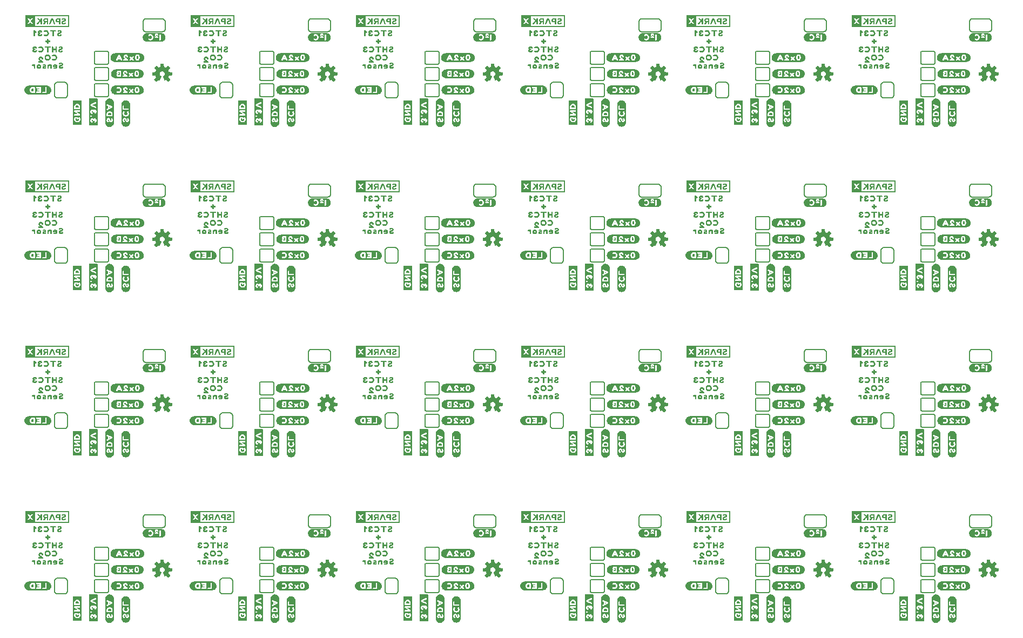
<source format=gbo>
G04 EAGLE Gerber RS-274X export*
G75*
%MOMM*%
%FSLAX34Y34*%
%LPD*%
%INSilkscreen Bottom*%
%IPPOS*%
%AMOC8*
5,1,8,0,0,1.08239X$1,22.5*%
G01*
%ADD10C,0.203200*%
%ADD11C,0.152400*%

G36*
X853487Y951885D02*
X853487Y951885D01*
X853482Y951893D01*
X853489Y951899D01*
X853489Y970881D01*
X853453Y970929D01*
X853446Y970923D01*
X853440Y970931D01*
X784860Y970931D01*
X784813Y970895D01*
X784818Y970887D01*
X784811Y970881D01*
X784811Y951899D01*
X784847Y951851D01*
X784854Y951857D01*
X784860Y951849D01*
X853440Y951849D01*
X853487Y951885D01*
G37*
G36*
X76247Y951885D02*
X76247Y951885D01*
X76242Y951893D01*
X76249Y951899D01*
X76249Y970881D01*
X76213Y970929D01*
X76206Y970923D01*
X76200Y970931D01*
X7620Y970931D01*
X7573Y970895D01*
X7578Y970887D01*
X7571Y970881D01*
X7571Y951899D01*
X7607Y951851D01*
X7614Y951857D01*
X7620Y951849D01*
X76200Y951849D01*
X76247Y951885D01*
G37*
G36*
X594407Y951885D02*
X594407Y951885D01*
X594402Y951893D01*
X594409Y951899D01*
X594409Y970881D01*
X594373Y970929D01*
X594366Y970923D01*
X594360Y970931D01*
X525780Y970931D01*
X525733Y970895D01*
X525738Y970887D01*
X525731Y970881D01*
X525731Y951899D01*
X525767Y951851D01*
X525774Y951857D01*
X525780Y951849D01*
X594360Y951849D01*
X594407Y951885D01*
G37*
G36*
X1371647Y951885D02*
X1371647Y951885D01*
X1371642Y951893D01*
X1371649Y951899D01*
X1371649Y970881D01*
X1371613Y970929D01*
X1371606Y970923D01*
X1371600Y970931D01*
X1303020Y970931D01*
X1302973Y970895D01*
X1302978Y970887D01*
X1302971Y970881D01*
X1302971Y951899D01*
X1303007Y951851D01*
X1303014Y951857D01*
X1303020Y951849D01*
X1371600Y951849D01*
X1371647Y951885D01*
G37*
G36*
X335327Y951885D02*
X335327Y951885D01*
X335322Y951893D01*
X335329Y951899D01*
X335329Y970881D01*
X335293Y970929D01*
X335286Y970923D01*
X335280Y970931D01*
X266700Y970931D01*
X266653Y970895D01*
X266658Y970887D01*
X266651Y970881D01*
X266651Y951899D01*
X266687Y951851D01*
X266694Y951857D01*
X266700Y951849D01*
X335280Y951849D01*
X335327Y951885D01*
G37*
G36*
X1112567Y951885D02*
X1112567Y951885D01*
X1112562Y951893D01*
X1112569Y951899D01*
X1112569Y970881D01*
X1112533Y970929D01*
X1112526Y970923D01*
X1112520Y970931D01*
X1043940Y970931D01*
X1043893Y970895D01*
X1043898Y970887D01*
X1043891Y970881D01*
X1043891Y951899D01*
X1043927Y951851D01*
X1043934Y951857D01*
X1043940Y951849D01*
X1112520Y951849D01*
X1112567Y951885D01*
G37*
G36*
X1371647Y692805D02*
X1371647Y692805D01*
X1371642Y692813D01*
X1371649Y692819D01*
X1371649Y711801D01*
X1371613Y711849D01*
X1371606Y711843D01*
X1371600Y711851D01*
X1303020Y711851D01*
X1302973Y711815D01*
X1302978Y711807D01*
X1302971Y711801D01*
X1302971Y692819D01*
X1303007Y692771D01*
X1303014Y692777D01*
X1303020Y692769D01*
X1371600Y692769D01*
X1371647Y692805D01*
G37*
G36*
X853487Y174645D02*
X853487Y174645D01*
X853482Y174653D01*
X853489Y174659D01*
X853489Y193641D01*
X853453Y193689D01*
X853446Y193683D01*
X853440Y193691D01*
X784860Y193691D01*
X784813Y193655D01*
X784818Y193647D01*
X784811Y193641D01*
X784811Y174659D01*
X784847Y174611D01*
X784854Y174617D01*
X784860Y174609D01*
X853440Y174609D01*
X853487Y174645D01*
G37*
G36*
X335327Y692805D02*
X335327Y692805D01*
X335322Y692813D01*
X335329Y692819D01*
X335329Y711801D01*
X335293Y711849D01*
X335286Y711843D01*
X335280Y711851D01*
X266700Y711851D01*
X266653Y711815D01*
X266658Y711807D01*
X266651Y711801D01*
X266651Y692819D01*
X266687Y692771D01*
X266694Y692777D01*
X266700Y692769D01*
X335280Y692769D01*
X335327Y692805D01*
G37*
G36*
X76247Y692805D02*
X76247Y692805D01*
X76242Y692813D01*
X76249Y692819D01*
X76249Y711801D01*
X76213Y711849D01*
X76206Y711843D01*
X76200Y711851D01*
X7620Y711851D01*
X7573Y711815D01*
X7578Y711807D01*
X7571Y711801D01*
X7571Y692819D01*
X7607Y692771D01*
X7614Y692777D01*
X7620Y692769D01*
X76200Y692769D01*
X76247Y692805D01*
G37*
G36*
X1112567Y174645D02*
X1112567Y174645D01*
X1112562Y174653D01*
X1112569Y174659D01*
X1112569Y193641D01*
X1112533Y193689D01*
X1112526Y193683D01*
X1112520Y193691D01*
X1043940Y193691D01*
X1043893Y193655D01*
X1043898Y193647D01*
X1043891Y193641D01*
X1043891Y174659D01*
X1043927Y174611D01*
X1043934Y174617D01*
X1043940Y174609D01*
X1112520Y174609D01*
X1112567Y174645D01*
G37*
G36*
X1371647Y433725D02*
X1371647Y433725D01*
X1371642Y433733D01*
X1371649Y433739D01*
X1371649Y452721D01*
X1371613Y452769D01*
X1371606Y452763D01*
X1371600Y452771D01*
X1303020Y452771D01*
X1302973Y452735D01*
X1302978Y452727D01*
X1302971Y452721D01*
X1302971Y433739D01*
X1303007Y433691D01*
X1303014Y433697D01*
X1303020Y433689D01*
X1371600Y433689D01*
X1371647Y433725D01*
G37*
G36*
X1371647Y174645D02*
X1371647Y174645D01*
X1371642Y174653D01*
X1371649Y174659D01*
X1371649Y193641D01*
X1371613Y193689D01*
X1371606Y193683D01*
X1371600Y193691D01*
X1303020Y193691D01*
X1302973Y193655D01*
X1302978Y193647D01*
X1302971Y193641D01*
X1302971Y174659D01*
X1303007Y174611D01*
X1303014Y174617D01*
X1303020Y174609D01*
X1371600Y174609D01*
X1371647Y174645D01*
G37*
G36*
X335327Y174645D02*
X335327Y174645D01*
X335322Y174653D01*
X335329Y174659D01*
X335329Y193641D01*
X335293Y193689D01*
X335286Y193683D01*
X335280Y193691D01*
X266700Y193691D01*
X266653Y193655D01*
X266658Y193647D01*
X266651Y193641D01*
X266651Y174659D01*
X266687Y174611D01*
X266694Y174617D01*
X266700Y174609D01*
X335280Y174609D01*
X335327Y174645D01*
G37*
G36*
X853487Y433725D02*
X853487Y433725D01*
X853482Y433733D01*
X853489Y433739D01*
X853489Y452721D01*
X853453Y452769D01*
X853446Y452763D01*
X853440Y452771D01*
X784860Y452771D01*
X784813Y452735D01*
X784818Y452727D01*
X784811Y452721D01*
X784811Y433739D01*
X784847Y433691D01*
X784854Y433697D01*
X784860Y433689D01*
X853440Y433689D01*
X853487Y433725D01*
G37*
G36*
X594407Y174645D02*
X594407Y174645D01*
X594402Y174653D01*
X594409Y174659D01*
X594409Y193641D01*
X594373Y193689D01*
X594366Y193683D01*
X594360Y193691D01*
X525780Y193691D01*
X525733Y193655D01*
X525738Y193647D01*
X525731Y193641D01*
X525731Y174659D01*
X525767Y174611D01*
X525774Y174617D01*
X525780Y174609D01*
X594360Y174609D01*
X594407Y174645D01*
G37*
G36*
X1112567Y692805D02*
X1112567Y692805D01*
X1112562Y692813D01*
X1112569Y692819D01*
X1112569Y711801D01*
X1112533Y711849D01*
X1112526Y711843D01*
X1112520Y711851D01*
X1043940Y711851D01*
X1043893Y711815D01*
X1043898Y711807D01*
X1043891Y711801D01*
X1043891Y692819D01*
X1043927Y692771D01*
X1043934Y692777D01*
X1043940Y692769D01*
X1112520Y692769D01*
X1112567Y692805D01*
G37*
G36*
X853487Y692805D02*
X853487Y692805D01*
X853482Y692813D01*
X853489Y692819D01*
X853489Y711801D01*
X853453Y711849D01*
X853446Y711843D01*
X853440Y711851D01*
X784860Y711851D01*
X784813Y711815D01*
X784818Y711807D01*
X784811Y711801D01*
X784811Y692819D01*
X784847Y692771D01*
X784854Y692777D01*
X784860Y692769D01*
X853440Y692769D01*
X853487Y692805D01*
G37*
G36*
X7607Y174611D02*
X7607Y174611D01*
X7614Y174617D01*
X7620Y174609D01*
X76200Y174609D01*
X76247Y174645D01*
X76242Y174653D01*
X76249Y174659D01*
X76249Y193641D01*
X76213Y193689D01*
X76206Y193683D01*
X76200Y193691D01*
X7620Y193691D01*
X7573Y193655D01*
X7578Y193647D01*
X7571Y193641D01*
X7571Y174659D01*
X7607Y174611D01*
G37*
G36*
X76247Y433725D02*
X76247Y433725D01*
X76242Y433733D01*
X76249Y433739D01*
X76249Y452721D01*
X76213Y452769D01*
X76206Y452763D01*
X76200Y452771D01*
X7620Y452771D01*
X7573Y452735D01*
X7578Y452727D01*
X7571Y452721D01*
X7571Y433739D01*
X7607Y433691D01*
X7614Y433697D01*
X7620Y433689D01*
X76200Y433689D01*
X76247Y433725D01*
G37*
G36*
X594407Y692805D02*
X594407Y692805D01*
X594402Y692813D01*
X594409Y692819D01*
X594409Y711801D01*
X594373Y711849D01*
X594366Y711843D01*
X594360Y711851D01*
X525780Y711851D01*
X525733Y711815D01*
X525738Y711807D01*
X525731Y711801D01*
X525731Y692819D01*
X525767Y692771D01*
X525774Y692777D01*
X525780Y692769D01*
X594360Y692769D01*
X594407Y692805D01*
G37*
G36*
X1112567Y433725D02*
X1112567Y433725D01*
X1112562Y433733D01*
X1112569Y433739D01*
X1112569Y452721D01*
X1112533Y452769D01*
X1112526Y452763D01*
X1112520Y452771D01*
X1043940Y452771D01*
X1043893Y452735D01*
X1043898Y452727D01*
X1043891Y452721D01*
X1043891Y433739D01*
X1043927Y433691D01*
X1043934Y433697D01*
X1043940Y433689D01*
X1112520Y433689D01*
X1112567Y433725D01*
G37*
G36*
X335327Y433725D02*
X335327Y433725D01*
X335322Y433733D01*
X335329Y433739D01*
X335329Y452721D01*
X335293Y452769D01*
X335286Y452763D01*
X335280Y452771D01*
X266700Y452771D01*
X266653Y452735D01*
X266658Y452727D01*
X266651Y452721D01*
X266651Y433739D01*
X266687Y433691D01*
X266694Y433697D01*
X266700Y433689D01*
X335280Y433689D01*
X335327Y433725D01*
G37*
G36*
X594407Y433725D02*
X594407Y433725D01*
X594402Y433733D01*
X594409Y433739D01*
X594409Y452721D01*
X594373Y452769D01*
X594366Y452763D01*
X594360Y452771D01*
X525780Y452771D01*
X525733Y452735D01*
X525738Y452727D01*
X525731Y452721D01*
X525731Y433739D01*
X525767Y433691D01*
X525774Y433697D01*
X525780Y433689D01*
X594360Y433689D01*
X594407Y433725D01*
G37*
%LPC*%
G36*
X22990Y953710D02*
X22990Y953710D01*
X22990Y969070D01*
X74388Y969070D01*
X74388Y953710D01*
X22990Y953710D01*
G37*
%LPD*%
%LPC*%
G36*
X282070Y953710D02*
X282070Y953710D01*
X282070Y969070D01*
X333468Y969070D01*
X333468Y953710D01*
X282070Y953710D01*
G37*
%LPD*%
%LPC*%
G36*
X1318390Y953710D02*
X1318390Y953710D01*
X1318390Y969070D01*
X1369788Y969070D01*
X1369788Y953710D01*
X1318390Y953710D01*
G37*
%LPD*%
%LPC*%
G36*
X800230Y953710D02*
X800230Y953710D01*
X800230Y969070D01*
X851628Y969070D01*
X851628Y953710D01*
X800230Y953710D01*
G37*
%LPD*%
%LPC*%
G36*
X1059310Y953710D02*
X1059310Y953710D01*
X1059310Y969070D01*
X1110708Y969070D01*
X1110708Y953710D01*
X1059310Y953710D01*
G37*
%LPD*%
%LPC*%
G36*
X74388Y191830D02*
X74388Y191830D01*
X74388Y176470D01*
X22990Y176470D01*
X22990Y191830D01*
X74388Y191830D01*
G37*
%LPD*%
%LPC*%
G36*
X800230Y176470D02*
X800230Y176470D01*
X800230Y191830D01*
X851628Y191830D01*
X851628Y176470D01*
X800230Y176470D01*
G37*
%LPD*%
%LPC*%
G36*
X1318390Y176470D02*
X1318390Y176470D01*
X1318390Y191830D01*
X1369788Y191830D01*
X1369788Y176470D01*
X1318390Y176470D01*
G37*
%LPD*%
%LPC*%
G36*
X1059310Y176470D02*
X1059310Y176470D01*
X1059310Y191830D01*
X1110708Y191830D01*
X1110708Y176470D01*
X1059310Y176470D01*
G37*
%LPD*%
%LPC*%
G36*
X541150Y176470D02*
X541150Y176470D01*
X541150Y191830D01*
X592548Y191830D01*
X592548Y176470D01*
X541150Y176470D01*
G37*
%LPD*%
%LPC*%
G36*
X282070Y176470D02*
X282070Y176470D01*
X282070Y191830D01*
X333468Y191830D01*
X333468Y176470D01*
X282070Y176470D01*
G37*
%LPD*%
%LPC*%
G36*
X1059310Y694630D02*
X1059310Y694630D01*
X1059310Y709990D01*
X1110708Y709990D01*
X1110708Y694630D01*
X1059310Y694630D01*
G37*
%LPD*%
%LPC*%
G36*
X541150Y435550D02*
X541150Y435550D01*
X541150Y450910D01*
X592548Y450910D01*
X592548Y435550D01*
X541150Y435550D01*
G37*
%LPD*%
%LPC*%
G36*
X1318390Y435550D02*
X1318390Y435550D01*
X1318390Y450910D01*
X1369788Y450910D01*
X1369788Y435550D01*
X1318390Y435550D01*
G37*
%LPD*%
%LPC*%
G36*
X282070Y435550D02*
X282070Y435550D01*
X282070Y450910D01*
X333468Y450910D01*
X333468Y435550D01*
X282070Y435550D01*
G37*
%LPD*%
%LPC*%
G36*
X800230Y435550D02*
X800230Y435550D01*
X800230Y450910D01*
X851628Y450910D01*
X851628Y435550D01*
X800230Y435550D01*
G37*
%LPD*%
%LPC*%
G36*
X800230Y694630D02*
X800230Y694630D01*
X800230Y709990D01*
X851628Y709990D01*
X851628Y694630D01*
X800230Y694630D01*
G37*
%LPD*%
%LPC*%
G36*
X541150Y953710D02*
X541150Y953710D01*
X541150Y969070D01*
X592548Y969070D01*
X592548Y953710D01*
X541150Y953710D01*
G37*
%LPD*%
%LPC*%
G36*
X282070Y694630D02*
X282070Y694630D01*
X282070Y709990D01*
X333468Y709990D01*
X333468Y694630D01*
X282070Y694630D01*
G37*
%LPD*%
%LPC*%
G36*
X22990Y694630D02*
X22990Y694630D01*
X22990Y709990D01*
X74388Y709990D01*
X74388Y694630D01*
X22990Y694630D01*
G37*
%LPD*%
%LPC*%
G36*
X541150Y694630D02*
X541150Y694630D01*
X541150Y709990D01*
X592548Y709990D01*
X592548Y694630D01*
X541150Y694630D01*
G37*
%LPD*%
%LPC*%
G36*
X1318390Y694630D02*
X1318390Y694630D01*
X1318390Y709990D01*
X1369788Y709990D01*
X1369788Y694630D01*
X1318390Y694630D01*
G37*
%LPD*%
%LPC*%
G36*
X1059310Y435550D02*
X1059310Y435550D01*
X1059310Y450910D01*
X1110708Y450910D01*
X1110708Y435550D01*
X1059310Y435550D01*
G37*
%LPD*%
%LPC*%
G36*
X22990Y435550D02*
X22990Y435550D01*
X22990Y450910D01*
X74388Y450910D01*
X74388Y435550D01*
X22990Y435550D01*
G37*
%LPD*%
G36*
X187544Y897394D02*
X187544Y897394D01*
X187547Y897391D01*
X188947Y897591D01*
X188952Y897596D01*
X188956Y897593D01*
X189556Y897793D01*
X189559Y897798D01*
X189562Y897796D01*
X190762Y898396D01*
X190764Y898400D01*
X190767Y898399D01*
X191367Y898799D01*
X191368Y898802D01*
X191371Y898802D01*
X191871Y899202D01*
X191872Y899206D01*
X191875Y899205D01*
X192375Y899705D01*
X192375Y899709D01*
X192378Y899709D01*
X192778Y900209D01*
X192779Y900213D01*
X192781Y900213D01*
X193181Y900813D01*
X193181Y900817D01*
X193184Y900818D01*
X193784Y902018D01*
X193782Y902029D01*
X193789Y902033D01*
X193888Y902729D01*
X194087Y903324D01*
X194084Y903334D01*
X194087Y903337D01*
X194086Y903338D01*
X194089Y903340D01*
X194089Y904740D01*
X194086Y904745D01*
X194089Y904748D01*
X193989Y905348D01*
X193889Y906047D01*
X193885Y906051D01*
X193887Y906054D01*
X193687Y906754D01*
X193682Y906758D01*
X193684Y906762D01*
X193384Y907362D01*
X193380Y907364D01*
X193381Y907367D01*
X192982Y907966D01*
X192682Y908465D01*
X192674Y908469D01*
X192675Y908475D01*
X191675Y909475D01*
X191671Y909475D01*
X191671Y909478D01*
X191171Y909878D01*
X191163Y909879D01*
X191162Y909884D01*
X189362Y910784D01*
X189351Y910782D01*
X189347Y910789D01*
X188647Y910889D01*
X187948Y910989D01*
X187348Y911089D01*
X187336Y911082D01*
X187334Y911082D01*
X187329Y911079D01*
X187315Y911071D01*
X187303Y911072D01*
X187280Y911046D01*
X187280Y911068D01*
X187255Y911069D01*
X187240Y911089D01*
X148040Y911089D01*
X148036Y911086D01*
X148033Y911089D01*
X147333Y910989D01*
X147332Y910988D01*
X147332Y910989D01*
X146732Y910889D01*
X146033Y910789D01*
X146028Y910784D01*
X146024Y910787D01*
X145424Y910587D01*
X145423Y910584D01*
X145421Y910585D01*
X144721Y910285D01*
X144716Y910277D01*
X144709Y910278D01*
X144211Y909880D01*
X143613Y909481D01*
X143612Y909478D01*
X143609Y909478D01*
X143109Y909078D01*
X143107Y909068D01*
X143099Y909067D01*
X142700Y908469D01*
X142302Y907971D01*
X142301Y907967D01*
X142299Y907967D01*
X141899Y907367D01*
X141900Y907358D01*
X141899Y907357D01*
X141893Y907356D01*
X141694Y906759D01*
X141396Y906162D01*
X141398Y906151D01*
X141391Y906147D01*
X141191Y904747D01*
X141193Y904743D01*
X141193Y904742D01*
X141191Y904740D01*
X141191Y903440D01*
X141194Y903436D01*
X141191Y903433D01*
X141291Y902733D01*
X141296Y902728D01*
X141293Y902724D01*
X141493Y902124D01*
X141496Y902123D01*
X141495Y902121D01*
X141795Y901421D01*
X141797Y901419D01*
X141796Y901418D01*
X142096Y900818D01*
X142099Y900817D01*
X142098Y900815D01*
X142398Y900315D01*
X142403Y900313D01*
X142402Y900308D01*
X142902Y899709D01*
X143302Y899209D01*
X143312Y899207D01*
X143313Y899199D01*
X143911Y898800D01*
X144409Y898402D01*
X144417Y898401D01*
X144418Y898396D01*
X145618Y897796D01*
X145625Y897797D01*
X145626Y897793D01*
X146326Y897593D01*
X146330Y897594D01*
X146332Y897591D01*
X146932Y897491D01*
X146933Y897492D01*
X146933Y897491D01*
X147633Y897391D01*
X147638Y897394D01*
X147640Y897391D01*
X187540Y897391D01*
X187544Y897394D01*
G37*
G36*
X705704Y897394D02*
X705704Y897394D01*
X705707Y897391D01*
X707107Y897591D01*
X707112Y897596D01*
X707116Y897593D01*
X707716Y897793D01*
X707719Y897798D01*
X707722Y897796D01*
X708922Y898396D01*
X708924Y898400D01*
X708927Y898399D01*
X709527Y898799D01*
X709528Y898802D01*
X709531Y898802D01*
X710031Y899202D01*
X710032Y899206D01*
X710035Y899205D01*
X710535Y899705D01*
X710535Y899709D01*
X710538Y899709D01*
X710938Y900209D01*
X710939Y900213D01*
X710941Y900213D01*
X711341Y900813D01*
X711341Y900817D01*
X711344Y900818D01*
X711944Y902018D01*
X711942Y902029D01*
X711949Y902033D01*
X712048Y902729D01*
X712247Y903324D01*
X712244Y903334D01*
X712247Y903337D01*
X712246Y903338D01*
X712249Y903340D01*
X712249Y904740D01*
X712246Y904745D01*
X712249Y904748D01*
X712149Y905348D01*
X712049Y906047D01*
X712045Y906051D01*
X712047Y906054D01*
X711847Y906754D01*
X711842Y906758D01*
X711844Y906762D01*
X711544Y907362D01*
X711540Y907364D01*
X711541Y907367D01*
X711142Y907966D01*
X710842Y908465D01*
X710834Y908469D01*
X710835Y908475D01*
X709835Y909475D01*
X709831Y909475D01*
X709831Y909478D01*
X709331Y909878D01*
X709323Y909879D01*
X709322Y909884D01*
X707522Y910784D01*
X707511Y910782D01*
X707507Y910789D01*
X706807Y910889D01*
X706108Y910989D01*
X705508Y911089D01*
X705496Y911082D01*
X705494Y911082D01*
X705489Y911079D01*
X705475Y911071D01*
X705463Y911072D01*
X705440Y911046D01*
X705440Y911068D01*
X705415Y911069D01*
X705400Y911089D01*
X666200Y911089D01*
X666196Y911086D01*
X666193Y911089D01*
X665493Y910989D01*
X665492Y910988D01*
X665492Y910989D01*
X664892Y910889D01*
X664193Y910789D01*
X664188Y910784D01*
X664184Y910787D01*
X663584Y910587D01*
X663583Y910584D01*
X663581Y910585D01*
X662881Y910285D01*
X662876Y910277D01*
X662869Y910278D01*
X662371Y909880D01*
X661773Y909481D01*
X661772Y909478D01*
X661769Y909478D01*
X661269Y909078D01*
X661267Y909068D01*
X661259Y909067D01*
X660860Y908469D01*
X660462Y907971D01*
X660461Y907967D01*
X660459Y907967D01*
X660059Y907367D01*
X660060Y907358D01*
X660059Y907357D01*
X660053Y907356D01*
X659854Y906759D01*
X659556Y906162D01*
X659558Y906151D01*
X659551Y906147D01*
X659351Y904747D01*
X659353Y904743D01*
X659353Y904742D01*
X659351Y904740D01*
X659351Y903440D01*
X659354Y903436D01*
X659351Y903433D01*
X659451Y902733D01*
X659456Y902728D01*
X659453Y902724D01*
X659653Y902124D01*
X659656Y902123D01*
X659655Y902121D01*
X659955Y901421D01*
X659957Y901419D01*
X659956Y901418D01*
X660256Y900818D01*
X660259Y900817D01*
X660258Y900815D01*
X660558Y900315D01*
X660563Y900313D01*
X660562Y900308D01*
X661062Y899709D01*
X661462Y899209D01*
X661472Y899207D01*
X661473Y899199D01*
X662071Y898800D01*
X662569Y898402D01*
X662577Y898401D01*
X662578Y898396D01*
X663778Y897796D01*
X663785Y897797D01*
X663786Y897793D01*
X664486Y897593D01*
X664490Y897594D01*
X664492Y897591D01*
X665092Y897491D01*
X665093Y897492D01*
X665093Y897491D01*
X665793Y897391D01*
X665798Y897394D01*
X665800Y897391D01*
X705700Y897391D01*
X705704Y897394D01*
G37*
G36*
X964784Y897394D02*
X964784Y897394D01*
X964787Y897391D01*
X966187Y897591D01*
X966192Y897596D01*
X966196Y897593D01*
X966796Y897793D01*
X966799Y897798D01*
X966802Y897796D01*
X968002Y898396D01*
X968004Y898400D01*
X968007Y898399D01*
X968607Y898799D01*
X968608Y898802D01*
X968611Y898802D01*
X969111Y899202D01*
X969112Y899206D01*
X969115Y899205D01*
X969615Y899705D01*
X969615Y899709D01*
X969618Y899709D01*
X970018Y900209D01*
X970019Y900213D01*
X970021Y900213D01*
X970421Y900813D01*
X970421Y900817D01*
X970424Y900818D01*
X971024Y902018D01*
X971022Y902029D01*
X971029Y902033D01*
X971128Y902729D01*
X971327Y903324D01*
X971324Y903334D01*
X971327Y903337D01*
X971326Y903338D01*
X971329Y903340D01*
X971329Y904740D01*
X971326Y904745D01*
X971329Y904748D01*
X971229Y905348D01*
X971129Y906047D01*
X971125Y906051D01*
X971127Y906054D01*
X970927Y906754D01*
X970922Y906758D01*
X970924Y906762D01*
X970624Y907362D01*
X970620Y907364D01*
X970621Y907367D01*
X970222Y907966D01*
X969922Y908465D01*
X969914Y908469D01*
X969915Y908475D01*
X968915Y909475D01*
X968911Y909475D01*
X968911Y909478D01*
X968411Y909878D01*
X968403Y909879D01*
X968402Y909884D01*
X966602Y910784D01*
X966591Y910782D01*
X966587Y910789D01*
X965887Y910889D01*
X965188Y910989D01*
X964588Y911089D01*
X964576Y911082D01*
X964574Y911082D01*
X964569Y911079D01*
X964555Y911071D01*
X964543Y911072D01*
X964520Y911046D01*
X964520Y911068D01*
X964495Y911069D01*
X964480Y911089D01*
X925280Y911089D01*
X925276Y911086D01*
X925273Y911089D01*
X924573Y910989D01*
X924572Y910988D01*
X924572Y910989D01*
X923972Y910889D01*
X923273Y910789D01*
X923268Y910784D01*
X923264Y910787D01*
X922664Y910587D01*
X922663Y910584D01*
X922661Y910585D01*
X921961Y910285D01*
X921956Y910277D01*
X921949Y910278D01*
X921451Y909880D01*
X920853Y909481D01*
X920852Y909478D01*
X920849Y909478D01*
X920349Y909078D01*
X920347Y909068D01*
X920339Y909067D01*
X919940Y908469D01*
X919542Y907971D01*
X919541Y907967D01*
X919539Y907967D01*
X919139Y907367D01*
X919140Y907358D01*
X919139Y907357D01*
X919133Y907356D01*
X918934Y906759D01*
X918636Y906162D01*
X918638Y906151D01*
X918631Y906147D01*
X918431Y904747D01*
X918433Y904743D01*
X918433Y904742D01*
X918431Y904740D01*
X918431Y903440D01*
X918434Y903436D01*
X918431Y903433D01*
X918531Y902733D01*
X918536Y902728D01*
X918533Y902724D01*
X918733Y902124D01*
X918736Y902123D01*
X918735Y902121D01*
X919035Y901421D01*
X919037Y901419D01*
X919036Y901418D01*
X919336Y900818D01*
X919339Y900817D01*
X919338Y900815D01*
X919638Y900315D01*
X919643Y900313D01*
X919642Y900308D01*
X920142Y899709D01*
X920542Y899209D01*
X920552Y899207D01*
X920553Y899199D01*
X921151Y898800D01*
X921649Y898402D01*
X921657Y898401D01*
X921658Y898396D01*
X922858Y897796D01*
X922865Y897797D01*
X922866Y897793D01*
X923566Y897593D01*
X923570Y897594D01*
X923572Y897591D01*
X924172Y897491D01*
X924173Y897492D01*
X924173Y897491D01*
X924873Y897391D01*
X924878Y897394D01*
X924880Y897391D01*
X964780Y897391D01*
X964784Y897394D01*
G37*
G36*
X446624Y897394D02*
X446624Y897394D01*
X446627Y897391D01*
X448027Y897591D01*
X448032Y897596D01*
X448036Y897593D01*
X448636Y897793D01*
X448639Y897798D01*
X448642Y897796D01*
X449842Y898396D01*
X449844Y898400D01*
X449847Y898399D01*
X450447Y898799D01*
X450448Y898802D01*
X450451Y898802D01*
X450951Y899202D01*
X450952Y899206D01*
X450955Y899205D01*
X451455Y899705D01*
X451455Y899709D01*
X451458Y899709D01*
X451858Y900209D01*
X451859Y900213D01*
X451861Y900213D01*
X452261Y900813D01*
X452261Y900817D01*
X452264Y900818D01*
X452864Y902018D01*
X452862Y902029D01*
X452869Y902033D01*
X452968Y902729D01*
X453167Y903324D01*
X453164Y903334D01*
X453167Y903337D01*
X453166Y903338D01*
X453169Y903340D01*
X453169Y904740D01*
X453166Y904745D01*
X453169Y904748D01*
X453069Y905348D01*
X452969Y906047D01*
X452965Y906051D01*
X452967Y906054D01*
X452767Y906754D01*
X452762Y906758D01*
X452764Y906762D01*
X452464Y907362D01*
X452460Y907364D01*
X452461Y907367D01*
X452062Y907966D01*
X451762Y908465D01*
X451754Y908469D01*
X451755Y908475D01*
X450755Y909475D01*
X450751Y909475D01*
X450751Y909478D01*
X450251Y909878D01*
X450243Y909879D01*
X450242Y909884D01*
X448442Y910784D01*
X448431Y910782D01*
X448427Y910789D01*
X447727Y910889D01*
X447028Y910989D01*
X446428Y911089D01*
X446416Y911082D01*
X446414Y911082D01*
X446409Y911079D01*
X446395Y911071D01*
X446383Y911072D01*
X446360Y911046D01*
X446360Y911068D01*
X446335Y911069D01*
X446320Y911089D01*
X407120Y911089D01*
X407116Y911086D01*
X407113Y911089D01*
X406413Y910989D01*
X406412Y910988D01*
X406412Y910989D01*
X405812Y910889D01*
X405113Y910789D01*
X405108Y910784D01*
X405104Y910787D01*
X404504Y910587D01*
X404503Y910584D01*
X404501Y910585D01*
X403801Y910285D01*
X403796Y910277D01*
X403789Y910278D01*
X403291Y909880D01*
X402693Y909481D01*
X402692Y909478D01*
X402689Y909478D01*
X402189Y909078D01*
X402187Y909068D01*
X402179Y909067D01*
X401780Y908469D01*
X401382Y907971D01*
X401381Y907967D01*
X401379Y907967D01*
X400979Y907367D01*
X400980Y907358D01*
X400979Y907357D01*
X400973Y907356D01*
X400774Y906759D01*
X400476Y906162D01*
X400478Y906151D01*
X400471Y906147D01*
X400271Y904747D01*
X400273Y904743D01*
X400273Y904742D01*
X400271Y904740D01*
X400271Y903440D01*
X400274Y903436D01*
X400271Y903433D01*
X400371Y902733D01*
X400376Y902728D01*
X400373Y902724D01*
X400573Y902124D01*
X400576Y902123D01*
X400575Y902121D01*
X400875Y901421D01*
X400877Y901419D01*
X400876Y901418D01*
X401176Y900818D01*
X401179Y900817D01*
X401178Y900815D01*
X401478Y900315D01*
X401483Y900313D01*
X401482Y900308D01*
X401982Y899709D01*
X402382Y899209D01*
X402392Y899207D01*
X402393Y899199D01*
X402991Y898800D01*
X403489Y898402D01*
X403497Y898401D01*
X403498Y898396D01*
X404698Y897796D01*
X404705Y897797D01*
X404706Y897793D01*
X405406Y897593D01*
X405410Y897594D01*
X405412Y897591D01*
X406012Y897491D01*
X406013Y897492D01*
X406013Y897491D01*
X406713Y897391D01*
X406718Y897394D01*
X406720Y897391D01*
X446620Y897391D01*
X446624Y897394D01*
G37*
G36*
X1482944Y897394D02*
X1482944Y897394D01*
X1482947Y897391D01*
X1484347Y897591D01*
X1484352Y897596D01*
X1484356Y897593D01*
X1484956Y897793D01*
X1484959Y897798D01*
X1484962Y897796D01*
X1486162Y898396D01*
X1486164Y898400D01*
X1486167Y898399D01*
X1486767Y898799D01*
X1486768Y898802D01*
X1486771Y898802D01*
X1487271Y899202D01*
X1487272Y899206D01*
X1487275Y899205D01*
X1487775Y899705D01*
X1487775Y899709D01*
X1487778Y899709D01*
X1488178Y900209D01*
X1488179Y900213D01*
X1488181Y900213D01*
X1488581Y900813D01*
X1488581Y900817D01*
X1488584Y900818D01*
X1489184Y902018D01*
X1489182Y902029D01*
X1489189Y902033D01*
X1489288Y902729D01*
X1489487Y903324D01*
X1489484Y903334D01*
X1489487Y903337D01*
X1489486Y903338D01*
X1489489Y903340D01*
X1489489Y904740D01*
X1489486Y904745D01*
X1489489Y904748D01*
X1489389Y905348D01*
X1489289Y906047D01*
X1489285Y906051D01*
X1489287Y906054D01*
X1489087Y906754D01*
X1489082Y906758D01*
X1489084Y906762D01*
X1488784Y907362D01*
X1488780Y907364D01*
X1488781Y907367D01*
X1488382Y907966D01*
X1488082Y908465D01*
X1488074Y908469D01*
X1488075Y908475D01*
X1487075Y909475D01*
X1487071Y909475D01*
X1487071Y909478D01*
X1486571Y909878D01*
X1486563Y909879D01*
X1486562Y909884D01*
X1484762Y910784D01*
X1484751Y910782D01*
X1484747Y910789D01*
X1484047Y910889D01*
X1483348Y910989D01*
X1482748Y911089D01*
X1482736Y911082D01*
X1482734Y911082D01*
X1482729Y911079D01*
X1482715Y911071D01*
X1482703Y911072D01*
X1482680Y911046D01*
X1482680Y911068D01*
X1482655Y911069D01*
X1482640Y911089D01*
X1443440Y911089D01*
X1443436Y911086D01*
X1443433Y911089D01*
X1442733Y910989D01*
X1442732Y910988D01*
X1442732Y910989D01*
X1442132Y910889D01*
X1441433Y910789D01*
X1441428Y910784D01*
X1441424Y910787D01*
X1440824Y910587D01*
X1440823Y910584D01*
X1440821Y910585D01*
X1440121Y910285D01*
X1440116Y910277D01*
X1440109Y910278D01*
X1439611Y909880D01*
X1439013Y909481D01*
X1439012Y909478D01*
X1439009Y909478D01*
X1438509Y909078D01*
X1438507Y909068D01*
X1438499Y909067D01*
X1438100Y908469D01*
X1437702Y907971D01*
X1437701Y907967D01*
X1437699Y907967D01*
X1437299Y907367D01*
X1437300Y907358D01*
X1437299Y907357D01*
X1437293Y907356D01*
X1437094Y906759D01*
X1436796Y906162D01*
X1436798Y906151D01*
X1436791Y906147D01*
X1436591Y904747D01*
X1436593Y904743D01*
X1436593Y904742D01*
X1436591Y904740D01*
X1436591Y903440D01*
X1436594Y903436D01*
X1436591Y903433D01*
X1436691Y902733D01*
X1436696Y902728D01*
X1436693Y902724D01*
X1436893Y902124D01*
X1436896Y902123D01*
X1436895Y902121D01*
X1437195Y901421D01*
X1437197Y901419D01*
X1437196Y901418D01*
X1437496Y900818D01*
X1437499Y900817D01*
X1437498Y900815D01*
X1437798Y900315D01*
X1437803Y900313D01*
X1437802Y900308D01*
X1438302Y899709D01*
X1438702Y899209D01*
X1438712Y899207D01*
X1438713Y899199D01*
X1439311Y898800D01*
X1439809Y898402D01*
X1439817Y898401D01*
X1439818Y898396D01*
X1441018Y897796D01*
X1441025Y897797D01*
X1441026Y897793D01*
X1441726Y897593D01*
X1441730Y897594D01*
X1441732Y897591D01*
X1442332Y897491D01*
X1442333Y897492D01*
X1442333Y897491D01*
X1443033Y897391D01*
X1443038Y897394D01*
X1443040Y897391D01*
X1482940Y897391D01*
X1482944Y897394D01*
G37*
G36*
X1223864Y897394D02*
X1223864Y897394D01*
X1223867Y897391D01*
X1225267Y897591D01*
X1225272Y897596D01*
X1225276Y897593D01*
X1225876Y897793D01*
X1225879Y897798D01*
X1225882Y897796D01*
X1227082Y898396D01*
X1227084Y898400D01*
X1227087Y898399D01*
X1227687Y898799D01*
X1227688Y898802D01*
X1227691Y898802D01*
X1228191Y899202D01*
X1228192Y899206D01*
X1228195Y899205D01*
X1228695Y899705D01*
X1228695Y899709D01*
X1228698Y899709D01*
X1229098Y900209D01*
X1229099Y900213D01*
X1229101Y900213D01*
X1229501Y900813D01*
X1229501Y900817D01*
X1229504Y900818D01*
X1230104Y902018D01*
X1230102Y902029D01*
X1230109Y902033D01*
X1230208Y902729D01*
X1230407Y903324D01*
X1230404Y903334D01*
X1230407Y903337D01*
X1230406Y903338D01*
X1230409Y903340D01*
X1230409Y904740D01*
X1230406Y904745D01*
X1230409Y904748D01*
X1230309Y905348D01*
X1230209Y906047D01*
X1230205Y906051D01*
X1230207Y906054D01*
X1230007Y906754D01*
X1230002Y906758D01*
X1230004Y906762D01*
X1229704Y907362D01*
X1229700Y907364D01*
X1229701Y907367D01*
X1229302Y907966D01*
X1229002Y908465D01*
X1228994Y908469D01*
X1228995Y908475D01*
X1227995Y909475D01*
X1227991Y909475D01*
X1227991Y909478D01*
X1227491Y909878D01*
X1227483Y909879D01*
X1227482Y909884D01*
X1225682Y910784D01*
X1225671Y910782D01*
X1225667Y910789D01*
X1224967Y910889D01*
X1224268Y910989D01*
X1223668Y911089D01*
X1223656Y911082D01*
X1223654Y911082D01*
X1223649Y911079D01*
X1223635Y911071D01*
X1223623Y911072D01*
X1223600Y911046D01*
X1223600Y911068D01*
X1223575Y911069D01*
X1223560Y911089D01*
X1184360Y911089D01*
X1184356Y911086D01*
X1184353Y911089D01*
X1183653Y910989D01*
X1183652Y910988D01*
X1183652Y910989D01*
X1183052Y910889D01*
X1182353Y910789D01*
X1182348Y910784D01*
X1182344Y910787D01*
X1181744Y910587D01*
X1181743Y910584D01*
X1181741Y910585D01*
X1181041Y910285D01*
X1181036Y910277D01*
X1181029Y910278D01*
X1180531Y909880D01*
X1179933Y909481D01*
X1179932Y909478D01*
X1179929Y909478D01*
X1179429Y909078D01*
X1179427Y909068D01*
X1179419Y909067D01*
X1179020Y908469D01*
X1178622Y907971D01*
X1178621Y907967D01*
X1178619Y907967D01*
X1178219Y907367D01*
X1178220Y907358D01*
X1178219Y907357D01*
X1178213Y907356D01*
X1178014Y906759D01*
X1177716Y906162D01*
X1177718Y906151D01*
X1177711Y906147D01*
X1177511Y904747D01*
X1177513Y904743D01*
X1177513Y904742D01*
X1177511Y904740D01*
X1177511Y903440D01*
X1177514Y903436D01*
X1177511Y903433D01*
X1177611Y902733D01*
X1177616Y902728D01*
X1177613Y902724D01*
X1177813Y902124D01*
X1177816Y902123D01*
X1177815Y902121D01*
X1178115Y901421D01*
X1178117Y901419D01*
X1178116Y901418D01*
X1178416Y900818D01*
X1178419Y900817D01*
X1178418Y900815D01*
X1178718Y900315D01*
X1178723Y900313D01*
X1178722Y900308D01*
X1179222Y899709D01*
X1179622Y899209D01*
X1179632Y899207D01*
X1179633Y899199D01*
X1180231Y898800D01*
X1180729Y898402D01*
X1180737Y898401D01*
X1180738Y898396D01*
X1181938Y897796D01*
X1181945Y897797D01*
X1181946Y897793D01*
X1182646Y897593D01*
X1182650Y897594D01*
X1182652Y897591D01*
X1183252Y897491D01*
X1183253Y897492D01*
X1183253Y897491D01*
X1183953Y897391D01*
X1183958Y897394D01*
X1183960Y897391D01*
X1223860Y897391D01*
X1223864Y897394D01*
G37*
G36*
X705704Y638314D02*
X705704Y638314D01*
X705707Y638311D01*
X707107Y638511D01*
X707112Y638516D01*
X707116Y638513D01*
X707716Y638713D01*
X707719Y638718D01*
X707722Y638716D01*
X708922Y639316D01*
X708924Y639320D01*
X708927Y639319D01*
X709527Y639719D01*
X709528Y639722D01*
X709531Y639722D01*
X710031Y640122D01*
X710032Y640126D01*
X710035Y640125D01*
X710535Y640625D01*
X710535Y640629D01*
X710538Y640629D01*
X710938Y641129D01*
X710939Y641133D01*
X710941Y641133D01*
X711341Y641733D01*
X711341Y641737D01*
X711344Y641738D01*
X711944Y642938D01*
X711942Y642949D01*
X711949Y642953D01*
X712048Y643649D01*
X712247Y644244D01*
X712244Y644254D01*
X712247Y644257D01*
X712246Y644258D01*
X712249Y644260D01*
X712249Y645660D01*
X712246Y645665D01*
X712249Y645668D01*
X712149Y646268D01*
X712049Y646967D01*
X712045Y646971D01*
X712047Y646974D01*
X711847Y647674D01*
X711842Y647678D01*
X711844Y647682D01*
X711544Y648282D01*
X711540Y648284D01*
X711541Y648287D01*
X711142Y648886D01*
X710842Y649385D01*
X710834Y649389D01*
X710835Y649395D01*
X709835Y650395D01*
X709831Y650395D01*
X709831Y650398D01*
X709331Y650798D01*
X709323Y650799D01*
X709322Y650804D01*
X707522Y651704D01*
X707511Y651702D01*
X707507Y651709D01*
X706807Y651809D01*
X706108Y651909D01*
X705508Y652009D01*
X705496Y652002D01*
X705494Y652002D01*
X705489Y651999D01*
X705475Y651991D01*
X705463Y651992D01*
X705440Y651966D01*
X705440Y651988D01*
X705415Y651989D01*
X705400Y652009D01*
X666200Y652009D01*
X666196Y652006D01*
X666193Y652009D01*
X665493Y651909D01*
X665492Y651908D01*
X665492Y651909D01*
X664892Y651809D01*
X664193Y651709D01*
X664188Y651704D01*
X664184Y651707D01*
X663584Y651507D01*
X663583Y651504D01*
X663581Y651505D01*
X662881Y651205D01*
X662876Y651197D01*
X662869Y651198D01*
X662371Y650800D01*
X661773Y650401D01*
X661772Y650398D01*
X661769Y650398D01*
X661269Y649998D01*
X661267Y649988D01*
X661259Y649987D01*
X660860Y649389D01*
X660462Y648891D01*
X660461Y648887D01*
X660459Y648887D01*
X660059Y648287D01*
X660060Y648278D01*
X660059Y648277D01*
X660053Y648276D01*
X659854Y647679D01*
X659556Y647082D01*
X659558Y647071D01*
X659551Y647067D01*
X659351Y645667D01*
X659353Y645663D01*
X659353Y645662D01*
X659351Y645660D01*
X659351Y644360D01*
X659354Y644356D01*
X659351Y644353D01*
X659451Y643653D01*
X659456Y643648D01*
X659453Y643644D01*
X659653Y643044D01*
X659656Y643043D01*
X659655Y643041D01*
X659955Y642341D01*
X659957Y642339D01*
X659956Y642338D01*
X660256Y641738D01*
X660259Y641737D01*
X660258Y641735D01*
X660558Y641235D01*
X660563Y641233D01*
X660562Y641228D01*
X661062Y640629D01*
X661462Y640129D01*
X661472Y640127D01*
X661473Y640119D01*
X662071Y639720D01*
X662569Y639322D01*
X662577Y639321D01*
X662578Y639316D01*
X663778Y638716D01*
X663785Y638717D01*
X663786Y638713D01*
X664486Y638513D01*
X664490Y638514D01*
X664492Y638511D01*
X665092Y638411D01*
X665093Y638412D01*
X665093Y638411D01*
X665793Y638311D01*
X665798Y638314D01*
X665800Y638311D01*
X705700Y638311D01*
X705704Y638314D01*
G37*
G36*
X705704Y120154D02*
X705704Y120154D01*
X705707Y120151D01*
X707107Y120351D01*
X707112Y120356D01*
X707116Y120353D01*
X707716Y120553D01*
X707719Y120558D01*
X707722Y120556D01*
X708922Y121156D01*
X708924Y121160D01*
X708927Y121159D01*
X709527Y121559D01*
X709528Y121562D01*
X709531Y121562D01*
X710031Y121962D01*
X710032Y121966D01*
X710035Y121965D01*
X710535Y122465D01*
X710535Y122469D01*
X710538Y122469D01*
X710938Y122969D01*
X710939Y122973D01*
X710941Y122973D01*
X711341Y123573D01*
X711341Y123577D01*
X711344Y123578D01*
X711944Y124778D01*
X711942Y124789D01*
X711949Y124793D01*
X712048Y125489D01*
X712247Y126084D01*
X712244Y126094D01*
X712247Y126097D01*
X712246Y126098D01*
X712249Y126100D01*
X712249Y127500D01*
X712246Y127505D01*
X712249Y127508D01*
X712149Y128108D01*
X712049Y128807D01*
X712045Y128811D01*
X712047Y128814D01*
X711847Y129514D01*
X711842Y129518D01*
X711844Y129522D01*
X711544Y130122D01*
X711540Y130124D01*
X711541Y130127D01*
X711142Y130726D01*
X710842Y131225D01*
X710834Y131229D01*
X710835Y131235D01*
X709835Y132235D01*
X709831Y132235D01*
X709831Y132238D01*
X709331Y132638D01*
X709323Y132639D01*
X709322Y132644D01*
X707522Y133544D01*
X707511Y133542D01*
X707507Y133549D01*
X706807Y133649D01*
X706108Y133749D01*
X705508Y133849D01*
X705496Y133842D01*
X705494Y133842D01*
X705489Y133839D01*
X705475Y133831D01*
X705463Y133832D01*
X705440Y133806D01*
X705440Y133828D01*
X705415Y133829D01*
X705400Y133849D01*
X666200Y133849D01*
X666196Y133846D01*
X666193Y133849D01*
X665493Y133749D01*
X665492Y133748D01*
X665492Y133749D01*
X664892Y133649D01*
X664193Y133549D01*
X664188Y133544D01*
X664184Y133547D01*
X663584Y133347D01*
X663583Y133344D01*
X663581Y133345D01*
X662881Y133045D01*
X662876Y133037D01*
X662869Y133038D01*
X662371Y132640D01*
X661773Y132241D01*
X661772Y132238D01*
X661769Y132238D01*
X661269Y131838D01*
X661267Y131828D01*
X661259Y131827D01*
X660860Y131229D01*
X660462Y130731D01*
X660461Y130727D01*
X660459Y130727D01*
X660059Y130127D01*
X660060Y130118D01*
X660059Y130117D01*
X660053Y130116D01*
X659854Y129519D01*
X659556Y128922D01*
X659558Y128911D01*
X659551Y128907D01*
X659351Y127507D01*
X659353Y127503D01*
X659353Y127502D01*
X659351Y127500D01*
X659351Y126200D01*
X659354Y126196D01*
X659351Y126193D01*
X659451Y125493D01*
X659456Y125488D01*
X659453Y125484D01*
X659653Y124884D01*
X659656Y124883D01*
X659655Y124881D01*
X659955Y124181D01*
X659957Y124179D01*
X659956Y124178D01*
X660256Y123578D01*
X660259Y123577D01*
X660258Y123575D01*
X660558Y123075D01*
X660563Y123073D01*
X660562Y123068D01*
X661062Y122469D01*
X661462Y121969D01*
X661472Y121967D01*
X661473Y121959D01*
X662071Y121560D01*
X662569Y121162D01*
X662577Y121161D01*
X662578Y121156D01*
X663778Y120556D01*
X663785Y120557D01*
X663786Y120553D01*
X664486Y120353D01*
X664490Y120354D01*
X664492Y120351D01*
X665092Y120251D01*
X665093Y120252D01*
X665093Y120251D01*
X665793Y120151D01*
X665798Y120154D01*
X665800Y120151D01*
X705700Y120151D01*
X705704Y120154D01*
G37*
G36*
X1223864Y379234D02*
X1223864Y379234D01*
X1223867Y379231D01*
X1225267Y379431D01*
X1225272Y379436D01*
X1225276Y379433D01*
X1225876Y379633D01*
X1225879Y379638D01*
X1225882Y379636D01*
X1227082Y380236D01*
X1227084Y380240D01*
X1227087Y380239D01*
X1227687Y380639D01*
X1227688Y380642D01*
X1227691Y380642D01*
X1228191Y381042D01*
X1228192Y381046D01*
X1228195Y381045D01*
X1228695Y381545D01*
X1228695Y381549D01*
X1228698Y381549D01*
X1229098Y382049D01*
X1229099Y382053D01*
X1229101Y382053D01*
X1229501Y382653D01*
X1229501Y382657D01*
X1229504Y382658D01*
X1230104Y383858D01*
X1230102Y383869D01*
X1230109Y383873D01*
X1230208Y384569D01*
X1230407Y385164D01*
X1230404Y385174D01*
X1230407Y385177D01*
X1230406Y385178D01*
X1230409Y385180D01*
X1230409Y386580D01*
X1230406Y386585D01*
X1230409Y386588D01*
X1230309Y387188D01*
X1230209Y387887D01*
X1230205Y387891D01*
X1230207Y387894D01*
X1230007Y388594D01*
X1230002Y388598D01*
X1230004Y388602D01*
X1229704Y389202D01*
X1229700Y389204D01*
X1229701Y389207D01*
X1229302Y389806D01*
X1229002Y390305D01*
X1228994Y390309D01*
X1228995Y390315D01*
X1227995Y391315D01*
X1227991Y391315D01*
X1227991Y391318D01*
X1227491Y391718D01*
X1227483Y391719D01*
X1227482Y391724D01*
X1225682Y392624D01*
X1225671Y392622D01*
X1225667Y392629D01*
X1224967Y392729D01*
X1224268Y392829D01*
X1223668Y392929D01*
X1223656Y392922D01*
X1223654Y392922D01*
X1223649Y392919D01*
X1223635Y392911D01*
X1223623Y392912D01*
X1223600Y392886D01*
X1223600Y392908D01*
X1223575Y392909D01*
X1223560Y392929D01*
X1184360Y392929D01*
X1184356Y392926D01*
X1184353Y392929D01*
X1183653Y392829D01*
X1183652Y392828D01*
X1183652Y392829D01*
X1183052Y392729D01*
X1182353Y392629D01*
X1182348Y392624D01*
X1182344Y392627D01*
X1181744Y392427D01*
X1181743Y392424D01*
X1181741Y392425D01*
X1181041Y392125D01*
X1181036Y392117D01*
X1181029Y392118D01*
X1180531Y391720D01*
X1179933Y391321D01*
X1179932Y391318D01*
X1179929Y391318D01*
X1179429Y390918D01*
X1179427Y390908D01*
X1179419Y390907D01*
X1179020Y390309D01*
X1178622Y389811D01*
X1178621Y389807D01*
X1178619Y389807D01*
X1178219Y389207D01*
X1178220Y389198D01*
X1178219Y389197D01*
X1178213Y389196D01*
X1178014Y388599D01*
X1177716Y388002D01*
X1177718Y387991D01*
X1177711Y387987D01*
X1177511Y386587D01*
X1177513Y386583D01*
X1177513Y386582D01*
X1177511Y386580D01*
X1177511Y385280D01*
X1177514Y385276D01*
X1177511Y385273D01*
X1177611Y384573D01*
X1177616Y384568D01*
X1177613Y384564D01*
X1177813Y383964D01*
X1177816Y383963D01*
X1177815Y383961D01*
X1178115Y383261D01*
X1178117Y383259D01*
X1178116Y383258D01*
X1178416Y382658D01*
X1178419Y382657D01*
X1178418Y382655D01*
X1178718Y382155D01*
X1178723Y382153D01*
X1178722Y382148D01*
X1179222Y381549D01*
X1179622Y381049D01*
X1179632Y381047D01*
X1179633Y381039D01*
X1180231Y380640D01*
X1180729Y380242D01*
X1180737Y380241D01*
X1180738Y380236D01*
X1181938Y379636D01*
X1181945Y379637D01*
X1181946Y379633D01*
X1182646Y379433D01*
X1182650Y379434D01*
X1182652Y379431D01*
X1183252Y379331D01*
X1183253Y379332D01*
X1183253Y379331D01*
X1183953Y379231D01*
X1183958Y379234D01*
X1183960Y379231D01*
X1223860Y379231D01*
X1223864Y379234D01*
G37*
G36*
X964784Y379234D02*
X964784Y379234D01*
X964787Y379231D01*
X966187Y379431D01*
X966192Y379436D01*
X966196Y379433D01*
X966796Y379633D01*
X966799Y379638D01*
X966802Y379636D01*
X968002Y380236D01*
X968004Y380240D01*
X968007Y380239D01*
X968607Y380639D01*
X968608Y380642D01*
X968611Y380642D01*
X969111Y381042D01*
X969112Y381046D01*
X969115Y381045D01*
X969615Y381545D01*
X969615Y381549D01*
X969618Y381549D01*
X970018Y382049D01*
X970019Y382053D01*
X970021Y382053D01*
X970421Y382653D01*
X970421Y382657D01*
X970424Y382658D01*
X971024Y383858D01*
X971022Y383869D01*
X971029Y383873D01*
X971128Y384569D01*
X971327Y385164D01*
X971324Y385174D01*
X971327Y385177D01*
X971326Y385178D01*
X971329Y385180D01*
X971329Y386580D01*
X971326Y386585D01*
X971329Y386588D01*
X971229Y387188D01*
X971129Y387887D01*
X971125Y387891D01*
X971127Y387894D01*
X970927Y388594D01*
X970922Y388598D01*
X970924Y388602D01*
X970624Y389202D01*
X970620Y389204D01*
X970621Y389207D01*
X970222Y389806D01*
X969922Y390305D01*
X969914Y390309D01*
X969915Y390315D01*
X968915Y391315D01*
X968911Y391315D01*
X968911Y391318D01*
X968411Y391718D01*
X968403Y391719D01*
X968402Y391724D01*
X966602Y392624D01*
X966591Y392622D01*
X966587Y392629D01*
X965887Y392729D01*
X965188Y392829D01*
X964588Y392929D01*
X964576Y392922D01*
X964574Y392922D01*
X964569Y392919D01*
X964555Y392911D01*
X964543Y392912D01*
X964520Y392886D01*
X964520Y392908D01*
X964495Y392909D01*
X964480Y392929D01*
X925280Y392929D01*
X925276Y392926D01*
X925273Y392929D01*
X924573Y392829D01*
X924572Y392828D01*
X924572Y392829D01*
X923972Y392729D01*
X923273Y392629D01*
X923268Y392624D01*
X923264Y392627D01*
X922664Y392427D01*
X922663Y392424D01*
X922661Y392425D01*
X921961Y392125D01*
X921956Y392117D01*
X921949Y392118D01*
X921451Y391720D01*
X920853Y391321D01*
X920852Y391318D01*
X920849Y391318D01*
X920349Y390918D01*
X920347Y390908D01*
X920339Y390907D01*
X919940Y390309D01*
X919542Y389811D01*
X919541Y389807D01*
X919539Y389807D01*
X919139Y389207D01*
X919140Y389198D01*
X919139Y389197D01*
X919133Y389196D01*
X918934Y388599D01*
X918636Y388002D01*
X918638Y387991D01*
X918631Y387987D01*
X918431Y386587D01*
X918433Y386583D01*
X918433Y386582D01*
X918431Y386580D01*
X918431Y385280D01*
X918434Y385276D01*
X918431Y385273D01*
X918531Y384573D01*
X918536Y384568D01*
X918533Y384564D01*
X918733Y383964D01*
X918736Y383963D01*
X918735Y383961D01*
X919035Y383261D01*
X919037Y383259D01*
X919036Y383258D01*
X919336Y382658D01*
X919339Y382657D01*
X919338Y382655D01*
X919638Y382155D01*
X919643Y382153D01*
X919642Y382148D01*
X920142Y381549D01*
X920542Y381049D01*
X920552Y381047D01*
X920553Y381039D01*
X921151Y380640D01*
X921649Y380242D01*
X921657Y380241D01*
X921658Y380236D01*
X922858Y379636D01*
X922865Y379637D01*
X922866Y379633D01*
X923566Y379433D01*
X923570Y379434D01*
X923572Y379431D01*
X924172Y379331D01*
X924173Y379332D01*
X924173Y379331D01*
X924873Y379231D01*
X924878Y379234D01*
X924880Y379231D01*
X964780Y379231D01*
X964784Y379234D01*
G37*
G36*
X1223864Y120154D02*
X1223864Y120154D01*
X1223867Y120151D01*
X1225267Y120351D01*
X1225272Y120356D01*
X1225276Y120353D01*
X1225876Y120553D01*
X1225879Y120558D01*
X1225882Y120556D01*
X1227082Y121156D01*
X1227084Y121160D01*
X1227087Y121159D01*
X1227687Y121559D01*
X1227688Y121562D01*
X1227691Y121562D01*
X1228191Y121962D01*
X1228192Y121966D01*
X1228195Y121965D01*
X1228695Y122465D01*
X1228695Y122469D01*
X1228698Y122469D01*
X1229098Y122969D01*
X1229099Y122973D01*
X1229101Y122973D01*
X1229501Y123573D01*
X1229501Y123577D01*
X1229504Y123578D01*
X1230104Y124778D01*
X1230102Y124789D01*
X1230109Y124793D01*
X1230208Y125489D01*
X1230407Y126084D01*
X1230404Y126094D01*
X1230407Y126097D01*
X1230406Y126098D01*
X1230409Y126100D01*
X1230409Y127500D01*
X1230406Y127505D01*
X1230409Y127508D01*
X1230309Y128108D01*
X1230209Y128807D01*
X1230205Y128811D01*
X1230207Y128814D01*
X1230007Y129514D01*
X1230002Y129518D01*
X1230004Y129522D01*
X1229704Y130122D01*
X1229700Y130124D01*
X1229701Y130127D01*
X1229302Y130726D01*
X1229002Y131225D01*
X1228994Y131229D01*
X1228995Y131235D01*
X1227995Y132235D01*
X1227991Y132235D01*
X1227991Y132238D01*
X1227491Y132638D01*
X1227483Y132639D01*
X1227482Y132644D01*
X1225682Y133544D01*
X1225671Y133542D01*
X1225667Y133549D01*
X1224967Y133649D01*
X1224268Y133749D01*
X1223668Y133849D01*
X1223656Y133842D01*
X1223654Y133842D01*
X1223649Y133839D01*
X1223635Y133831D01*
X1223623Y133832D01*
X1223600Y133806D01*
X1223600Y133828D01*
X1223575Y133829D01*
X1223560Y133849D01*
X1184360Y133849D01*
X1184356Y133846D01*
X1184353Y133849D01*
X1183653Y133749D01*
X1183652Y133748D01*
X1183652Y133749D01*
X1183052Y133649D01*
X1182353Y133549D01*
X1182348Y133544D01*
X1182344Y133547D01*
X1181744Y133347D01*
X1181743Y133344D01*
X1181741Y133345D01*
X1181041Y133045D01*
X1181036Y133037D01*
X1181029Y133038D01*
X1180531Y132640D01*
X1179933Y132241D01*
X1179932Y132238D01*
X1179929Y132238D01*
X1179429Y131838D01*
X1179427Y131828D01*
X1179419Y131827D01*
X1179020Y131229D01*
X1178622Y130731D01*
X1178621Y130727D01*
X1178619Y130727D01*
X1178219Y130127D01*
X1178220Y130118D01*
X1178219Y130117D01*
X1178213Y130116D01*
X1178014Y129519D01*
X1177716Y128922D01*
X1177718Y128911D01*
X1177711Y128907D01*
X1177511Y127507D01*
X1177513Y127503D01*
X1177513Y127502D01*
X1177511Y127500D01*
X1177511Y126200D01*
X1177514Y126196D01*
X1177511Y126193D01*
X1177611Y125493D01*
X1177616Y125488D01*
X1177613Y125484D01*
X1177813Y124884D01*
X1177816Y124883D01*
X1177815Y124881D01*
X1178115Y124181D01*
X1178117Y124179D01*
X1178116Y124178D01*
X1178416Y123578D01*
X1178419Y123577D01*
X1178418Y123575D01*
X1178718Y123075D01*
X1178723Y123073D01*
X1178722Y123068D01*
X1179222Y122469D01*
X1179622Y121969D01*
X1179632Y121967D01*
X1179633Y121959D01*
X1180231Y121560D01*
X1180729Y121162D01*
X1180737Y121161D01*
X1180738Y121156D01*
X1181938Y120556D01*
X1181945Y120557D01*
X1181946Y120553D01*
X1182646Y120353D01*
X1182650Y120354D01*
X1182652Y120351D01*
X1183252Y120251D01*
X1183253Y120252D01*
X1183253Y120251D01*
X1183953Y120151D01*
X1183958Y120154D01*
X1183960Y120151D01*
X1223860Y120151D01*
X1223864Y120154D01*
G37*
G36*
X1482944Y120154D02*
X1482944Y120154D01*
X1482947Y120151D01*
X1484347Y120351D01*
X1484352Y120356D01*
X1484356Y120353D01*
X1484956Y120553D01*
X1484959Y120558D01*
X1484962Y120556D01*
X1486162Y121156D01*
X1486164Y121160D01*
X1486167Y121159D01*
X1486767Y121559D01*
X1486768Y121562D01*
X1486771Y121562D01*
X1487271Y121962D01*
X1487272Y121966D01*
X1487275Y121965D01*
X1487775Y122465D01*
X1487775Y122469D01*
X1487778Y122469D01*
X1488178Y122969D01*
X1488179Y122973D01*
X1488181Y122973D01*
X1488581Y123573D01*
X1488581Y123577D01*
X1488584Y123578D01*
X1489184Y124778D01*
X1489182Y124789D01*
X1489189Y124793D01*
X1489288Y125489D01*
X1489487Y126084D01*
X1489484Y126094D01*
X1489487Y126097D01*
X1489486Y126098D01*
X1489489Y126100D01*
X1489489Y127500D01*
X1489486Y127505D01*
X1489489Y127508D01*
X1489389Y128108D01*
X1489289Y128807D01*
X1489285Y128811D01*
X1489287Y128814D01*
X1489087Y129514D01*
X1489082Y129518D01*
X1489084Y129522D01*
X1488784Y130122D01*
X1488780Y130124D01*
X1488781Y130127D01*
X1488382Y130726D01*
X1488082Y131225D01*
X1488074Y131229D01*
X1488075Y131235D01*
X1487075Y132235D01*
X1487071Y132235D01*
X1487071Y132238D01*
X1486571Y132638D01*
X1486563Y132639D01*
X1486562Y132644D01*
X1484762Y133544D01*
X1484751Y133542D01*
X1484747Y133549D01*
X1484047Y133649D01*
X1483348Y133749D01*
X1482748Y133849D01*
X1482736Y133842D01*
X1482734Y133842D01*
X1482729Y133839D01*
X1482715Y133831D01*
X1482703Y133832D01*
X1482680Y133806D01*
X1482680Y133828D01*
X1482655Y133829D01*
X1482640Y133849D01*
X1443440Y133849D01*
X1443436Y133846D01*
X1443433Y133849D01*
X1442733Y133749D01*
X1442732Y133748D01*
X1442732Y133749D01*
X1442132Y133649D01*
X1441433Y133549D01*
X1441428Y133544D01*
X1441424Y133547D01*
X1440824Y133347D01*
X1440823Y133344D01*
X1440821Y133345D01*
X1440121Y133045D01*
X1440116Y133037D01*
X1440109Y133038D01*
X1439611Y132640D01*
X1439013Y132241D01*
X1439012Y132238D01*
X1439009Y132238D01*
X1438509Y131838D01*
X1438507Y131828D01*
X1438499Y131827D01*
X1438100Y131229D01*
X1437702Y130731D01*
X1437701Y130727D01*
X1437699Y130727D01*
X1437299Y130127D01*
X1437300Y130118D01*
X1437299Y130117D01*
X1437293Y130116D01*
X1437094Y129519D01*
X1436796Y128922D01*
X1436798Y128911D01*
X1436791Y128907D01*
X1436591Y127507D01*
X1436593Y127503D01*
X1436593Y127502D01*
X1436591Y127500D01*
X1436591Y126200D01*
X1436594Y126196D01*
X1436591Y126193D01*
X1436691Y125493D01*
X1436696Y125488D01*
X1436693Y125484D01*
X1436893Y124884D01*
X1436896Y124883D01*
X1436895Y124881D01*
X1437195Y124181D01*
X1437197Y124179D01*
X1437196Y124178D01*
X1437496Y123578D01*
X1437499Y123577D01*
X1437498Y123575D01*
X1437798Y123075D01*
X1437803Y123073D01*
X1437802Y123068D01*
X1438302Y122469D01*
X1438702Y121969D01*
X1438712Y121967D01*
X1438713Y121959D01*
X1439311Y121560D01*
X1439809Y121162D01*
X1439817Y121161D01*
X1439818Y121156D01*
X1441018Y120556D01*
X1441025Y120557D01*
X1441026Y120553D01*
X1441726Y120353D01*
X1441730Y120354D01*
X1441732Y120351D01*
X1442332Y120251D01*
X1442333Y120252D01*
X1442333Y120251D01*
X1443033Y120151D01*
X1443038Y120154D01*
X1443040Y120151D01*
X1482940Y120151D01*
X1482944Y120154D01*
G37*
G36*
X187544Y120154D02*
X187544Y120154D01*
X187547Y120151D01*
X188947Y120351D01*
X188952Y120356D01*
X188956Y120353D01*
X189556Y120553D01*
X189559Y120558D01*
X189562Y120556D01*
X190762Y121156D01*
X190764Y121160D01*
X190767Y121159D01*
X191367Y121559D01*
X191368Y121562D01*
X191371Y121562D01*
X191871Y121962D01*
X191872Y121966D01*
X191875Y121965D01*
X192375Y122465D01*
X192375Y122469D01*
X192378Y122469D01*
X192778Y122969D01*
X192779Y122973D01*
X192781Y122973D01*
X193181Y123573D01*
X193181Y123577D01*
X193184Y123578D01*
X193784Y124778D01*
X193782Y124789D01*
X193789Y124793D01*
X193888Y125489D01*
X194087Y126084D01*
X194084Y126094D01*
X194087Y126097D01*
X194086Y126098D01*
X194089Y126100D01*
X194089Y127500D01*
X194086Y127505D01*
X194089Y127508D01*
X193989Y128108D01*
X193889Y128807D01*
X193885Y128811D01*
X193887Y128814D01*
X193687Y129514D01*
X193682Y129518D01*
X193684Y129522D01*
X193384Y130122D01*
X193380Y130124D01*
X193381Y130127D01*
X192982Y130726D01*
X192682Y131225D01*
X192674Y131229D01*
X192675Y131235D01*
X191675Y132235D01*
X191671Y132235D01*
X191671Y132238D01*
X191171Y132638D01*
X191163Y132639D01*
X191162Y132644D01*
X189362Y133544D01*
X189351Y133542D01*
X189347Y133549D01*
X188647Y133649D01*
X187948Y133749D01*
X187348Y133849D01*
X187336Y133842D01*
X187334Y133842D01*
X187329Y133839D01*
X187315Y133831D01*
X187303Y133832D01*
X187280Y133806D01*
X187280Y133828D01*
X187255Y133829D01*
X187240Y133849D01*
X148040Y133849D01*
X148036Y133846D01*
X148033Y133849D01*
X147333Y133749D01*
X147332Y133748D01*
X147332Y133749D01*
X146732Y133649D01*
X146033Y133549D01*
X146028Y133544D01*
X146024Y133547D01*
X145424Y133347D01*
X145423Y133344D01*
X145421Y133345D01*
X144721Y133045D01*
X144716Y133037D01*
X144709Y133038D01*
X144211Y132640D01*
X143613Y132241D01*
X143612Y132238D01*
X143609Y132238D01*
X143109Y131838D01*
X143107Y131828D01*
X143099Y131827D01*
X142700Y131229D01*
X142302Y130731D01*
X142301Y130727D01*
X142299Y130727D01*
X141899Y130127D01*
X141900Y130118D01*
X141899Y130117D01*
X141893Y130116D01*
X141694Y129519D01*
X141396Y128922D01*
X141398Y128911D01*
X141391Y128907D01*
X141191Y127507D01*
X141193Y127503D01*
X141193Y127502D01*
X141191Y127500D01*
X141191Y126200D01*
X141194Y126196D01*
X141191Y126193D01*
X141291Y125493D01*
X141296Y125488D01*
X141293Y125484D01*
X141493Y124884D01*
X141496Y124883D01*
X141495Y124881D01*
X141795Y124181D01*
X141797Y124179D01*
X141796Y124178D01*
X142096Y123578D01*
X142099Y123577D01*
X142098Y123575D01*
X142398Y123075D01*
X142403Y123073D01*
X142402Y123068D01*
X142902Y122469D01*
X143302Y121969D01*
X143312Y121967D01*
X143313Y121959D01*
X143911Y121560D01*
X144409Y121162D01*
X144417Y121161D01*
X144418Y121156D01*
X145618Y120556D01*
X145625Y120557D01*
X145626Y120553D01*
X146326Y120353D01*
X146330Y120354D01*
X146332Y120351D01*
X146932Y120251D01*
X146933Y120252D01*
X146933Y120251D01*
X147633Y120151D01*
X147638Y120154D01*
X147640Y120151D01*
X187540Y120151D01*
X187544Y120154D01*
G37*
G36*
X446624Y120154D02*
X446624Y120154D01*
X446627Y120151D01*
X448027Y120351D01*
X448032Y120356D01*
X448036Y120353D01*
X448636Y120553D01*
X448639Y120558D01*
X448642Y120556D01*
X449842Y121156D01*
X449844Y121160D01*
X449847Y121159D01*
X450447Y121559D01*
X450448Y121562D01*
X450451Y121562D01*
X450951Y121962D01*
X450952Y121966D01*
X450955Y121965D01*
X451455Y122465D01*
X451455Y122469D01*
X451458Y122469D01*
X451858Y122969D01*
X451859Y122973D01*
X451861Y122973D01*
X452261Y123573D01*
X452261Y123577D01*
X452264Y123578D01*
X452864Y124778D01*
X452862Y124789D01*
X452869Y124793D01*
X452968Y125489D01*
X453167Y126084D01*
X453164Y126094D01*
X453167Y126097D01*
X453166Y126098D01*
X453169Y126100D01*
X453169Y127500D01*
X453166Y127505D01*
X453169Y127508D01*
X453069Y128108D01*
X452969Y128807D01*
X452965Y128811D01*
X452967Y128814D01*
X452767Y129514D01*
X452762Y129518D01*
X452764Y129522D01*
X452464Y130122D01*
X452460Y130124D01*
X452461Y130127D01*
X452062Y130726D01*
X451762Y131225D01*
X451754Y131229D01*
X451755Y131235D01*
X450755Y132235D01*
X450751Y132235D01*
X450751Y132238D01*
X450251Y132638D01*
X450243Y132639D01*
X450242Y132644D01*
X448442Y133544D01*
X448431Y133542D01*
X448427Y133549D01*
X447727Y133649D01*
X447028Y133749D01*
X446428Y133849D01*
X446416Y133842D01*
X446414Y133842D01*
X446409Y133839D01*
X446395Y133831D01*
X446383Y133832D01*
X446360Y133806D01*
X446360Y133828D01*
X446335Y133829D01*
X446320Y133849D01*
X407120Y133849D01*
X407116Y133846D01*
X407113Y133849D01*
X406413Y133749D01*
X406412Y133748D01*
X406412Y133749D01*
X405812Y133649D01*
X405113Y133549D01*
X405108Y133544D01*
X405104Y133547D01*
X404504Y133347D01*
X404503Y133344D01*
X404501Y133345D01*
X403801Y133045D01*
X403796Y133037D01*
X403789Y133038D01*
X403291Y132640D01*
X402693Y132241D01*
X402692Y132238D01*
X402689Y132238D01*
X402189Y131838D01*
X402187Y131828D01*
X402179Y131827D01*
X401780Y131229D01*
X401382Y130731D01*
X401381Y130727D01*
X401379Y130727D01*
X400979Y130127D01*
X400980Y130118D01*
X400979Y130117D01*
X400973Y130116D01*
X400774Y129519D01*
X400476Y128922D01*
X400478Y128911D01*
X400471Y128907D01*
X400271Y127507D01*
X400273Y127503D01*
X400273Y127502D01*
X400271Y127500D01*
X400271Y126200D01*
X400274Y126196D01*
X400271Y126193D01*
X400371Y125493D01*
X400376Y125488D01*
X400373Y125484D01*
X400573Y124884D01*
X400576Y124883D01*
X400575Y124881D01*
X400875Y124181D01*
X400877Y124179D01*
X400876Y124178D01*
X401176Y123578D01*
X401179Y123577D01*
X401178Y123575D01*
X401478Y123075D01*
X401483Y123073D01*
X401482Y123068D01*
X401982Y122469D01*
X402382Y121969D01*
X402392Y121967D01*
X402393Y121959D01*
X402991Y121560D01*
X403489Y121162D01*
X403497Y121161D01*
X403498Y121156D01*
X404698Y120556D01*
X404705Y120557D01*
X404706Y120553D01*
X405406Y120353D01*
X405410Y120354D01*
X405412Y120351D01*
X406012Y120251D01*
X406013Y120252D01*
X406013Y120251D01*
X406713Y120151D01*
X406718Y120154D01*
X406720Y120151D01*
X446620Y120151D01*
X446624Y120154D01*
G37*
G36*
X187544Y638314D02*
X187544Y638314D01*
X187547Y638311D01*
X188947Y638511D01*
X188952Y638516D01*
X188956Y638513D01*
X189556Y638713D01*
X189559Y638718D01*
X189562Y638716D01*
X190762Y639316D01*
X190764Y639320D01*
X190767Y639319D01*
X191367Y639719D01*
X191368Y639722D01*
X191371Y639722D01*
X191871Y640122D01*
X191872Y640126D01*
X191875Y640125D01*
X192375Y640625D01*
X192375Y640629D01*
X192378Y640629D01*
X192778Y641129D01*
X192779Y641133D01*
X192781Y641133D01*
X193181Y641733D01*
X193181Y641737D01*
X193184Y641738D01*
X193784Y642938D01*
X193782Y642949D01*
X193789Y642953D01*
X193888Y643649D01*
X194087Y644244D01*
X194084Y644254D01*
X194087Y644257D01*
X194086Y644258D01*
X194089Y644260D01*
X194089Y645660D01*
X194086Y645665D01*
X194089Y645668D01*
X193989Y646268D01*
X193889Y646967D01*
X193885Y646971D01*
X193887Y646974D01*
X193687Y647674D01*
X193682Y647678D01*
X193684Y647682D01*
X193384Y648282D01*
X193380Y648284D01*
X193381Y648287D01*
X192982Y648886D01*
X192682Y649385D01*
X192674Y649389D01*
X192675Y649395D01*
X191675Y650395D01*
X191671Y650395D01*
X191671Y650398D01*
X191171Y650798D01*
X191163Y650799D01*
X191162Y650804D01*
X189362Y651704D01*
X189351Y651702D01*
X189347Y651709D01*
X188647Y651809D01*
X187948Y651909D01*
X187348Y652009D01*
X187336Y652002D01*
X187334Y652002D01*
X187329Y651999D01*
X187315Y651991D01*
X187303Y651992D01*
X187280Y651966D01*
X187280Y651988D01*
X187255Y651989D01*
X187240Y652009D01*
X148040Y652009D01*
X148036Y652006D01*
X148033Y652009D01*
X147333Y651909D01*
X147332Y651908D01*
X147332Y651909D01*
X146732Y651809D01*
X146033Y651709D01*
X146028Y651704D01*
X146024Y651707D01*
X145424Y651507D01*
X145423Y651504D01*
X145421Y651505D01*
X144721Y651205D01*
X144716Y651197D01*
X144709Y651198D01*
X144211Y650800D01*
X143613Y650401D01*
X143612Y650398D01*
X143609Y650398D01*
X143109Y649998D01*
X143107Y649988D01*
X143099Y649987D01*
X142700Y649389D01*
X142302Y648891D01*
X142301Y648887D01*
X142299Y648887D01*
X141899Y648287D01*
X141900Y648278D01*
X141899Y648277D01*
X141893Y648276D01*
X141694Y647679D01*
X141396Y647082D01*
X141398Y647071D01*
X141391Y647067D01*
X141191Y645667D01*
X141193Y645663D01*
X141193Y645662D01*
X141191Y645660D01*
X141191Y644360D01*
X141194Y644356D01*
X141191Y644353D01*
X141291Y643653D01*
X141296Y643648D01*
X141293Y643644D01*
X141493Y643044D01*
X141496Y643043D01*
X141495Y643041D01*
X141795Y642341D01*
X141797Y642339D01*
X141796Y642338D01*
X142096Y641738D01*
X142099Y641737D01*
X142098Y641735D01*
X142398Y641235D01*
X142403Y641233D01*
X142402Y641228D01*
X142902Y640629D01*
X143302Y640129D01*
X143312Y640127D01*
X143313Y640119D01*
X143911Y639720D01*
X144409Y639322D01*
X144417Y639321D01*
X144418Y639316D01*
X145618Y638716D01*
X145625Y638717D01*
X145626Y638713D01*
X146326Y638513D01*
X146330Y638514D01*
X146332Y638511D01*
X146932Y638411D01*
X146933Y638412D01*
X146933Y638411D01*
X147633Y638311D01*
X147638Y638314D01*
X147640Y638311D01*
X187540Y638311D01*
X187544Y638314D01*
G37*
G36*
X1482944Y638314D02*
X1482944Y638314D01*
X1482947Y638311D01*
X1484347Y638511D01*
X1484352Y638516D01*
X1484356Y638513D01*
X1484956Y638713D01*
X1484959Y638718D01*
X1484962Y638716D01*
X1486162Y639316D01*
X1486164Y639320D01*
X1486167Y639319D01*
X1486767Y639719D01*
X1486768Y639722D01*
X1486771Y639722D01*
X1487271Y640122D01*
X1487272Y640126D01*
X1487275Y640125D01*
X1487775Y640625D01*
X1487775Y640629D01*
X1487778Y640629D01*
X1488178Y641129D01*
X1488179Y641133D01*
X1488181Y641133D01*
X1488581Y641733D01*
X1488581Y641737D01*
X1488584Y641738D01*
X1489184Y642938D01*
X1489182Y642949D01*
X1489189Y642953D01*
X1489288Y643649D01*
X1489487Y644244D01*
X1489484Y644254D01*
X1489487Y644257D01*
X1489486Y644258D01*
X1489489Y644260D01*
X1489489Y645660D01*
X1489486Y645665D01*
X1489489Y645668D01*
X1489389Y646268D01*
X1489289Y646967D01*
X1489285Y646971D01*
X1489287Y646974D01*
X1489087Y647674D01*
X1489082Y647678D01*
X1489084Y647682D01*
X1488784Y648282D01*
X1488780Y648284D01*
X1488781Y648287D01*
X1488382Y648886D01*
X1488082Y649385D01*
X1488074Y649389D01*
X1488075Y649395D01*
X1487075Y650395D01*
X1487071Y650395D01*
X1487071Y650398D01*
X1486571Y650798D01*
X1486563Y650799D01*
X1486562Y650804D01*
X1484762Y651704D01*
X1484751Y651702D01*
X1484747Y651709D01*
X1484047Y651809D01*
X1483348Y651909D01*
X1482748Y652009D01*
X1482736Y652002D01*
X1482734Y652002D01*
X1482729Y651999D01*
X1482715Y651991D01*
X1482703Y651992D01*
X1482680Y651966D01*
X1482680Y651988D01*
X1482655Y651989D01*
X1482640Y652009D01*
X1443440Y652009D01*
X1443436Y652006D01*
X1443433Y652009D01*
X1442733Y651909D01*
X1442732Y651908D01*
X1442732Y651909D01*
X1442132Y651809D01*
X1441433Y651709D01*
X1441428Y651704D01*
X1441424Y651707D01*
X1440824Y651507D01*
X1440823Y651504D01*
X1440821Y651505D01*
X1440121Y651205D01*
X1440116Y651197D01*
X1440109Y651198D01*
X1439611Y650800D01*
X1439013Y650401D01*
X1439012Y650398D01*
X1439009Y650398D01*
X1438509Y649998D01*
X1438507Y649988D01*
X1438499Y649987D01*
X1438100Y649389D01*
X1437702Y648891D01*
X1437701Y648887D01*
X1437699Y648887D01*
X1437299Y648287D01*
X1437300Y648278D01*
X1437299Y648277D01*
X1437293Y648276D01*
X1437094Y647679D01*
X1436796Y647082D01*
X1436798Y647071D01*
X1436791Y647067D01*
X1436591Y645667D01*
X1436593Y645663D01*
X1436593Y645662D01*
X1436591Y645660D01*
X1436591Y644360D01*
X1436594Y644356D01*
X1436591Y644353D01*
X1436691Y643653D01*
X1436696Y643648D01*
X1436693Y643644D01*
X1436893Y643044D01*
X1436896Y643043D01*
X1436895Y643041D01*
X1437195Y642341D01*
X1437197Y642339D01*
X1437196Y642338D01*
X1437496Y641738D01*
X1437499Y641737D01*
X1437498Y641735D01*
X1437798Y641235D01*
X1437803Y641233D01*
X1437802Y641228D01*
X1438302Y640629D01*
X1438702Y640129D01*
X1438712Y640127D01*
X1438713Y640119D01*
X1439311Y639720D01*
X1439809Y639322D01*
X1439817Y639321D01*
X1439818Y639316D01*
X1441018Y638716D01*
X1441025Y638717D01*
X1441026Y638713D01*
X1441726Y638513D01*
X1441730Y638514D01*
X1441732Y638511D01*
X1442332Y638411D01*
X1442333Y638412D01*
X1442333Y638411D01*
X1443033Y638311D01*
X1443038Y638314D01*
X1443040Y638311D01*
X1482940Y638311D01*
X1482944Y638314D01*
G37*
G36*
X446624Y638314D02*
X446624Y638314D01*
X446627Y638311D01*
X448027Y638511D01*
X448032Y638516D01*
X448036Y638513D01*
X448636Y638713D01*
X448639Y638718D01*
X448642Y638716D01*
X449842Y639316D01*
X449844Y639320D01*
X449847Y639319D01*
X450447Y639719D01*
X450448Y639722D01*
X450451Y639722D01*
X450951Y640122D01*
X450952Y640126D01*
X450955Y640125D01*
X451455Y640625D01*
X451455Y640629D01*
X451458Y640629D01*
X451858Y641129D01*
X451859Y641133D01*
X451861Y641133D01*
X452261Y641733D01*
X452261Y641737D01*
X452264Y641738D01*
X452864Y642938D01*
X452862Y642949D01*
X452869Y642953D01*
X452968Y643649D01*
X453167Y644244D01*
X453164Y644254D01*
X453167Y644257D01*
X453166Y644258D01*
X453169Y644260D01*
X453169Y645660D01*
X453166Y645665D01*
X453169Y645668D01*
X453069Y646268D01*
X452969Y646967D01*
X452965Y646971D01*
X452967Y646974D01*
X452767Y647674D01*
X452762Y647678D01*
X452764Y647682D01*
X452464Y648282D01*
X452460Y648284D01*
X452461Y648287D01*
X452062Y648886D01*
X451762Y649385D01*
X451754Y649389D01*
X451755Y649395D01*
X450755Y650395D01*
X450751Y650395D01*
X450751Y650398D01*
X450251Y650798D01*
X450243Y650799D01*
X450242Y650804D01*
X448442Y651704D01*
X448431Y651702D01*
X448427Y651709D01*
X447727Y651809D01*
X447028Y651909D01*
X446428Y652009D01*
X446416Y652002D01*
X446414Y652002D01*
X446409Y651999D01*
X446395Y651991D01*
X446383Y651992D01*
X446360Y651966D01*
X446360Y651988D01*
X446335Y651989D01*
X446320Y652009D01*
X407120Y652009D01*
X407116Y652006D01*
X407113Y652009D01*
X406413Y651909D01*
X406412Y651908D01*
X406412Y651909D01*
X405812Y651809D01*
X405113Y651709D01*
X405108Y651704D01*
X405104Y651707D01*
X404504Y651507D01*
X404503Y651504D01*
X404501Y651505D01*
X403801Y651205D01*
X403796Y651197D01*
X403789Y651198D01*
X403291Y650800D01*
X402693Y650401D01*
X402692Y650398D01*
X402689Y650398D01*
X402189Y649998D01*
X402187Y649988D01*
X402179Y649987D01*
X401780Y649389D01*
X401382Y648891D01*
X401381Y648887D01*
X401379Y648887D01*
X400979Y648287D01*
X400980Y648278D01*
X400979Y648277D01*
X400973Y648276D01*
X400774Y647679D01*
X400476Y647082D01*
X400478Y647071D01*
X400471Y647067D01*
X400271Y645667D01*
X400273Y645663D01*
X400273Y645662D01*
X400271Y645660D01*
X400271Y644360D01*
X400274Y644356D01*
X400271Y644353D01*
X400371Y643653D01*
X400376Y643648D01*
X400373Y643644D01*
X400573Y643044D01*
X400576Y643043D01*
X400575Y643041D01*
X400875Y642341D01*
X400877Y642339D01*
X400876Y642338D01*
X401176Y641738D01*
X401179Y641737D01*
X401178Y641735D01*
X401478Y641235D01*
X401483Y641233D01*
X401482Y641228D01*
X401982Y640629D01*
X402382Y640129D01*
X402392Y640127D01*
X402393Y640119D01*
X402991Y639720D01*
X403489Y639322D01*
X403497Y639321D01*
X403498Y639316D01*
X404698Y638716D01*
X404705Y638717D01*
X404706Y638713D01*
X405406Y638513D01*
X405410Y638514D01*
X405412Y638511D01*
X406012Y638411D01*
X406013Y638412D01*
X406013Y638411D01*
X406713Y638311D01*
X406718Y638314D01*
X406720Y638311D01*
X446620Y638311D01*
X446624Y638314D01*
G37*
G36*
X1223864Y638314D02*
X1223864Y638314D01*
X1223867Y638311D01*
X1225267Y638511D01*
X1225272Y638516D01*
X1225276Y638513D01*
X1225876Y638713D01*
X1225879Y638718D01*
X1225882Y638716D01*
X1227082Y639316D01*
X1227084Y639320D01*
X1227087Y639319D01*
X1227687Y639719D01*
X1227688Y639722D01*
X1227691Y639722D01*
X1228191Y640122D01*
X1228192Y640126D01*
X1228195Y640125D01*
X1228695Y640625D01*
X1228695Y640629D01*
X1228698Y640629D01*
X1229098Y641129D01*
X1229099Y641133D01*
X1229101Y641133D01*
X1229501Y641733D01*
X1229501Y641737D01*
X1229504Y641738D01*
X1230104Y642938D01*
X1230102Y642949D01*
X1230109Y642953D01*
X1230208Y643649D01*
X1230407Y644244D01*
X1230404Y644254D01*
X1230407Y644257D01*
X1230406Y644258D01*
X1230409Y644260D01*
X1230409Y645660D01*
X1230406Y645665D01*
X1230409Y645668D01*
X1230309Y646268D01*
X1230209Y646967D01*
X1230205Y646971D01*
X1230207Y646974D01*
X1230007Y647674D01*
X1230002Y647678D01*
X1230004Y647682D01*
X1229704Y648282D01*
X1229700Y648284D01*
X1229701Y648287D01*
X1229302Y648886D01*
X1229002Y649385D01*
X1228994Y649389D01*
X1228995Y649395D01*
X1227995Y650395D01*
X1227991Y650395D01*
X1227991Y650398D01*
X1227491Y650798D01*
X1227483Y650799D01*
X1227482Y650804D01*
X1225682Y651704D01*
X1225671Y651702D01*
X1225667Y651709D01*
X1224967Y651809D01*
X1224268Y651909D01*
X1223668Y652009D01*
X1223656Y652002D01*
X1223654Y652002D01*
X1223649Y651999D01*
X1223635Y651991D01*
X1223623Y651992D01*
X1223600Y651966D01*
X1223600Y651988D01*
X1223575Y651989D01*
X1223560Y652009D01*
X1184360Y652009D01*
X1184356Y652006D01*
X1184353Y652009D01*
X1183653Y651909D01*
X1183652Y651908D01*
X1183652Y651909D01*
X1183052Y651809D01*
X1182353Y651709D01*
X1182348Y651704D01*
X1182344Y651707D01*
X1181744Y651507D01*
X1181743Y651504D01*
X1181741Y651505D01*
X1181041Y651205D01*
X1181036Y651197D01*
X1181029Y651198D01*
X1180531Y650800D01*
X1179933Y650401D01*
X1179932Y650398D01*
X1179929Y650398D01*
X1179429Y649998D01*
X1179427Y649988D01*
X1179419Y649987D01*
X1179020Y649389D01*
X1178622Y648891D01*
X1178621Y648887D01*
X1178619Y648887D01*
X1178219Y648287D01*
X1178220Y648278D01*
X1178219Y648277D01*
X1178213Y648276D01*
X1178014Y647679D01*
X1177716Y647082D01*
X1177718Y647071D01*
X1177711Y647067D01*
X1177511Y645667D01*
X1177513Y645663D01*
X1177513Y645662D01*
X1177511Y645660D01*
X1177511Y644360D01*
X1177514Y644356D01*
X1177511Y644353D01*
X1177611Y643653D01*
X1177616Y643648D01*
X1177613Y643644D01*
X1177813Y643044D01*
X1177816Y643043D01*
X1177815Y643041D01*
X1178115Y642341D01*
X1178117Y642339D01*
X1178116Y642338D01*
X1178416Y641738D01*
X1178419Y641737D01*
X1178418Y641735D01*
X1178718Y641235D01*
X1178723Y641233D01*
X1178722Y641228D01*
X1179222Y640629D01*
X1179622Y640129D01*
X1179632Y640127D01*
X1179633Y640119D01*
X1180231Y639720D01*
X1180729Y639322D01*
X1180737Y639321D01*
X1180738Y639316D01*
X1181938Y638716D01*
X1181945Y638717D01*
X1181946Y638713D01*
X1182646Y638513D01*
X1182650Y638514D01*
X1182652Y638511D01*
X1183252Y638411D01*
X1183253Y638412D01*
X1183253Y638411D01*
X1183953Y638311D01*
X1183958Y638314D01*
X1183960Y638311D01*
X1223860Y638311D01*
X1223864Y638314D01*
G37*
G36*
X964784Y638314D02*
X964784Y638314D01*
X964787Y638311D01*
X966187Y638511D01*
X966192Y638516D01*
X966196Y638513D01*
X966796Y638713D01*
X966799Y638718D01*
X966802Y638716D01*
X968002Y639316D01*
X968004Y639320D01*
X968007Y639319D01*
X968607Y639719D01*
X968608Y639722D01*
X968611Y639722D01*
X969111Y640122D01*
X969112Y640126D01*
X969115Y640125D01*
X969615Y640625D01*
X969615Y640629D01*
X969618Y640629D01*
X970018Y641129D01*
X970019Y641133D01*
X970021Y641133D01*
X970421Y641733D01*
X970421Y641737D01*
X970424Y641738D01*
X971024Y642938D01*
X971022Y642949D01*
X971029Y642953D01*
X971128Y643649D01*
X971327Y644244D01*
X971324Y644254D01*
X971327Y644257D01*
X971326Y644258D01*
X971329Y644260D01*
X971329Y645660D01*
X971326Y645665D01*
X971329Y645668D01*
X971229Y646268D01*
X971129Y646967D01*
X971125Y646971D01*
X971127Y646974D01*
X970927Y647674D01*
X970922Y647678D01*
X970924Y647682D01*
X970624Y648282D01*
X970620Y648284D01*
X970621Y648287D01*
X970222Y648886D01*
X969922Y649385D01*
X969914Y649389D01*
X969915Y649395D01*
X968915Y650395D01*
X968911Y650395D01*
X968911Y650398D01*
X968411Y650798D01*
X968403Y650799D01*
X968402Y650804D01*
X966602Y651704D01*
X966591Y651702D01*
X966587Y651709D01*
X965887Y651809D01*
X965188Y651909D01*
X964588Y652009D01*
X964576Y652002D01*
X964574Y652002D01*
X964569Y651999D01*
X964555Y651991D01*
X964543Y651992D01*
X964520Y651966D01*
X964520Y651988D01*
X964495Y651989D01*
X964480Y652009D01*
X925280Y652009D01*
X925276Y652006D01*
X925273Y652009D01*
X924573Y651909D01*
X924572Y651908D01*
X924572Y651909D01*
X923972Y651809D01*
X923273Y651709D01*
X923268Y651704D01*
X923264Y651707D01*
X922664Y651507D01*
X922663Y651504D01*
X922661Y651505D01*
X921961Y651205D01*
X921956Y651197D01*
X921949Y651198D01*
X921451Y650800D01*
X920853Y650401D01*
X920852Y650398D01*
X920849Y650398D01*
X920349Y649998D01*
X920347Y649988D01*
X920339Y649987D01*
X919940Y649389D01*
X919542Y648891D01*
X919541Y648887D01*
X919539Y648887D01*
X919139Y648287D01*
X919140Y648278D01*
X919139Y648277D01*
X919133Y648276D01*
X918934Y647679D01*
X918636Y647082D01*
X918638Y647071D01*
X918631Y647067D01*
X918431Y645667D01*
X918433Y645663D01*
X918433Y645662D01*
X918431Y645660D01*
X918431Y644360D01*
X918434Y644356D01*
X918431Y644353D01*
X918531Y643653D01*
X918536Y643648D01*
X918533Y643644D01*
X918733Y643044D01*
X918736Y643043D01*
X918735Y643041D01*
X919035Y642341D01*
X919037Y642339D01*
X919036Y642338D01*
X919336Y641738D01*
X919339Y641737D01*
X919338Y641735D01*
X919638Y641235D01*
X919643Y641233D01*
X919642Y641228D01*
X920142Y640629D01*
X920542Y640129D01*
X920552Y640127D01*
X920553Y640119D01*
X921151Y639720D01*
X921649Y639322D01*
X921657Y639321D01*
X921658Y639316D01*
X922858Y638716D01*
X922865Y638717D01*
X922866Y638713D01*
X923566Y638513D01*
X923570Y638514D01*
X923572Y638511D01*
X924172Y638411D01*
X924173Y638412D01*
X924173Y638411D01*
X924873Y638311D01*
X924878Y638314D01*
X924880Y638311D01*
X964780Y638311D01*
X964784Y638314D01*
G37*
G36*
X446624Y379234D02*
X446624Y379234D01*
X446627Y379231D01*
X448027Y379431D01*
X448032Y379436D01*
X448036Y379433D01*
X448636Y379633D01*
X448639Y379638D01*
X448642Y379636D01*
X449842Y380236D01*
X449844Y380240D01*
X449847Y380239D01*
X450447Y380639D01*
X450448Y380642D01*
X450451Y380642D01*
X450951Y381042D01*
X450952Y381046D01*
X450955Y381045D01*
X451455Y381545D01*
X451455Y381549D01*
X451458Y381549D01*
X451858Y382049D01*
X451859Y382053D01*
X451861Y382053D01*
X452261Y382653D01*
X452261Y382657D01*
X452264Y382658D01*
X452864Y383858D01*
X452862Y383869D01*
X452869Y383873D01*
X452968Y384569D01*
X453167Y385164D01*
X453164Y385174D01*
X453167Y385177D01*
X453166Y385178D01*
X453169Y385180D01*
X453169Y386580D01*
X453166Y386585D01*
X453169Y386588D01*
X453069Y387188D01*
X452969Y387887D01*
X452965Y387891D01*
X452967Y387894D01*
X452767Y388594D01*
X452762Y388598D01*
X452764Y388602D01*
X452464Y389202D01*
X452460Y389204D01*
X452461Y389207D01*
X452062Y389806D01*
X451762Y390305D01*
X451754Y390309D01*
X451755Y390315D01*
X450755Y391315D01*
X450751Y391315D01*
X450751Y391318D01*
X450251Y391718D01*
X450243Y391719D01*
X450242Y391724D01*
X448442Y392624D01*
X448431Y392622D01*
X448427Y392629D01*
X447727Y392729D01*
X447028Y392829D01*
X446428Y392929D01*
X446416Y392922D01*
X446414Y392922D01*
X446409Y392919D01*
X446395Y392911D01*
X446383Y392912D01*
X446360Y392886D01*
X446360Y392908D01*
X446335Y392909D01*
X446320Y392929D01*
X407120Y392929D01*
X407116Y392926D01*
X407113Y392929D01*
X406413Y392829D01*
X406412Y392828D01*
X406412Y392829D01*
X405812Y392729D01*
X405113Y392629D01*
X405108Y392624D01*
X405104Y392627D01*
X404504Y392427D01*
X404503Y392424D01*
X404501Y392425D01*
X403801Y392125D01*
X403796Y392117D01*
X403789Y392118D01*
X403291Y391720D01*
X402693Y391321D01*
X402692Y391318D01*
X402689Y391318D01*
X402189Y390918D01*
X402187Y390908D01*
X402179Y390907D01*
X401780Y390309D01*
X401382Y389811D01*
X401381Y389807D01*
X401379Y389807D01*
X400979Y389207D01*
X400980Y389198D01*
X400979Y389197D01*
X400973Y389196D01*
X400774Y388599D01*
X400476Y388002D01*
X400478Y387991D01*
X400471Y387987D01*
X400271Y386587D01*
X400273Y386583D01*
X400273Y386582D01*
X400271Y386580D01*
X400271Y385280D01*
X400274Y385276D01*
X400271Y385273D01*
X400371Y384573D01*
X400376Y384568D01*
X400373Y384564D01*
X400573Y383964D01*
X400576Y383963D01*
X400575Y383961D01*
X400875Y383261D01*
X400877Y383259D01*
X400876Y383258D01*
X401176Y382658D01*
X401179Y382657D01*
X401178Y382655D01*
X401478Y382155D01*
X401483Y382153D01*
X401482Y382148D01*
X401982Y381549D01*
X402382Y381049D01*
X402392Y381047D01*
X402393Y381039D01*
X402991Y380640D01*
X403489Y380242D01*
X403497Y380241D01*
X403498Y380236D01*
X404698Y379636D01*
X404705Y379637D01*
X404706Y379633D01*
X405406Y379433D01*
X405410Y379434D01*
X405412Y379431D01*
X406012Y379331D01*
X406013Y379332D01*
X406013Y379331D01*
X406713Y379231D01*
X406718Y379234D01*
X406720Y379231D01*
X446620Y379231D01*
X446624Y379234D01*
G37*
G36*
X1482944Y379234D02*
X1482944Y379234D01*
X1482947Y379231D01*
X1484347Y379431D01*
X1484352Y379436D01*
X1484356Y379433D01*
X1484956Y379633D01*
X1484959Y379638D01*
X1484962Y379636D01*
X1486162Y380236D01*
X1486164Y380240D01*
X1486167Y380239D01*
X1486767Y380639D01*
X1486768Y380642D01*
X1486771Y380642D01*
X1487271Y381042D01*
X1487272Y381046D01*
X1487275Y381045D01*
X1487775Y381545D01*
X1487775Y381549D01*
X1487778Y381549D01*
X1488178Y382049D01*
X1488179Y382053D01*
X1488181Y382053D01*
X1488581Y382653D01*
X1488581Y382657D01*
X1488584Y382658D01*
X1489184Y383858D01*
X1489182Y383869D01*
X1489189Y383873D01*
X1489288Y384569D01*
X1489487Y385164D01*
X1489484Y385174D01*
X1489487Y385177D01*
X1489486Y385178D01*
X1489489Y385180D01*
X1489489Y386580D01*
X1489486Y386585D01*
X1489489Y386588D01*
X1489389Y387188D01*
X1489289Y387887D01*
X1489285Y387891D01*
X1489287Y387894D01*
X1489087Y388594D01*
X1489082Y388598D01*
X1489084Y388602D01*
X1488784Y389202D01*
X1488780Y389204D01*
X1488781Y389207D01*
X1488382Y389806D01*
X1488082Y390305D01*
X1488074Y390309D01*
X1488075Y390315D01*
X1487075Y391315D01*
X1487071Y391315D01*
X1487071Y391318D01*
X1486571Y391718D01*
X1486563Y391719D01*
X1486562Y391724D01*
X1484762Y392624D01*
X1484751Y392622D01*
X1484747Y392629D01*
X1484047Y392729D01*
X1483348Y392829D01*
X1482748Y392929D01*
X1482736Y392922D01*
X1482734Y392922D01*
X1482729Y392919D01*
X1482715Y392911D01*
X1482703Y392912D01*
X1482680Y392886D01*
X1482680Y392908D01*
X1482655Y392909D01*
X1482640Y392929D01*
X1443440Y392929D01*
X1443436Y392926D01*
X1443433Y392929D01*
X1442733Y392829D01*
X1442732Y392828D01*
X1442732Y392829D01*
X1442132Y392729D01*
X1441433Y392629D01*
X1441428Y392624D01*
X1441424Y392627D01*
X1440824Y392427D01*
X1440823Y392424D01*
X1440821Y392425D01*
X1440121Y392125D01*
X1440116Y392117D01*
X1440109Y392118D01*
X1439611Y391720D01*
X1439013Y391321D01*
X1439012Y391318D01*
X1439009Y391318D01*
X1438509Y390918D01*
X1438507Y390908D01*
X1438499Y390907D01*
X1438100Y390309D01*
X1437702Y389811D01*
X1437701Y389807D01*
X1437699Y389807D01*
X1437299Y389207D01*
X1437300Y389198D01*
X1437299Y389197D01*
X1437293Y389196D01*
X1437094Y388599D01*
X1436796Y388002D01*
X1436798Y387991D01*
X1436791Y387987D01*
X1436591Y386587D01*
X1436593Y386583D01*
X1436593Y386582D01*
X1436591Y386580D01*
X1436591Y385280D01*
X1436594Y385276D01*
X1436591Y385273D01*
X1436691Y384573D01*
X1436696Y384568D01*
X1436693Y384564D01*
X1436893Y383964D01*
X1436896Y383963D01*
X1436895Y383961D01*
X1437195Y383261D01*
X1437197Y383259D01*
X1437196Y383258D01*
X1437496Y382658D01*
X1437499Y382657D01*
X1437498Y382655D01*
X1437798Y382155D01*
X1437803Y382153D01*
X1437802Y382148D01*
X1438302Y381549D01*
X1438702Y381049D01*
X1438712Y381047D01*
X1438713Y381039D01*
X1439311Y380640D01*
X1439809Y380242D01*
X1439817Y380241D01*
X1439818Y380236D01*
X1441018Y379636D01*
X1441025Y379637D01*
X1441026Y379633D01*
X1441726Y379433D01*
X1441730Y379434D01*
X1441732Y379431D01*
X1442332Y379331D01*
X1442333Y379332D01*
X1442333Y379331D01*
X1443033Y379231D01*
X1443038Y379234D01*
X1443040Y379231D01*
X1482940Y379231D01*
X1482944Y379234D01*
G37*
G36*
X187544Y379234D02*
X187544Y379234D01*
X187547Y379231D01*
X188947Y379431D01*
X188952Y379436D01*
X188956Y379433D01*
X189556Y379633D01*
X189559Y379638D01*
X189562Y379636D01*
X190762Y380236D01*
X190764Y380240D01*
X190767Y380239D01*
X191367Y380639D01*
X191368Y380642D01*
X191371Y380642D01*
X191871Y381042D01*
X191872Y381046D01*
X191875Y381045D01*
X192375Y381545D01*
X192375Y381549D01*
X192378Y381549D01*
X192778Y382049D01*
X192779Y382053D01*
X192781Y382053D01*
X193181Y382653D01*
X193181Y382657D01*
X193184Y382658D01*
X193784Y383858D01*
X193782Y383869D01*
X193789Y383873D01*
X193888Y384569D01*
X194087Y385164D01*
X194084Y385174D01*
X194087Y385177D01*
X194086Y385178D01*
X194089Y385180D01*
X194089Y386580D01*
X194086Y386585D01*
X194089Y386588D01*
X193989Y387188D01*
X193889Y387887D01*
X193885Y387891D01*
X193887Y387894D01*
X193687Y388594D01*
X193682Y388598D01*
X193684Y388602D01*
X193384Y389202D01*
X193380Y389204D01*
X193381Y389207D01*
X192982Y389806D01*
X192682Y390305D01*
X192674Y390309D01*
X192675Y390315D01*
X191675Y391315D01*
X191671Y391315D01*
X191671Y391318D01*
X191171Y391718D01*
X191163Y391719D01*
X191162Y391724D01*
X189362Y392624D01*
X189351Y392622D01*
X189347Y392629D01*
X188647Y392729D01*
X187948Y392829D01*
X187348Y392929D01*
X187336Y392922D01*
X187334Y392922D01*
X187329Y392919D01*
X187315Y392911D01*
X187303Y392912D01*
X187280Y392886D01*
X187280Y392908D01*
X187255Y392909D01*
X187240Y392929D01*
X148040Y392929D01*
X148036Y392926D01*
X148033Y392929D01*
X147333Y392829D01*
X147332Y392828D01*
X147332Y392829D01*
X146732Y392729D01*
X146033Y392629D01*
X146028Y392624D01*
X146024Y392627D01*
X145424Y392427D01*
X145423Y392424D01*
X145421Y392425D01*
X144721Y392125D01*
X144716Y392117D01*
X144709Y392118D01*
X144211Y391720D01*
X143613Y391321D01*
X143612Y391318D01*
X143609Y391318D01*
X143109Y390918D01*
X143107Y390908D01*
X143099Y390907D01*
X142700Y390309D01*
X142302Y389811D01*
X142301Y389807D01*
X142299Y389807D01*
X141899Y389207D01*
X141900Y389198D01*
X141899Y389197D01*
X141893Y389196D01*
X141694Y388599D01*
X141396Y388002D01*
X141398Y387991D01*
X141391Y387987D01*
X141191Y386587D01*
X141193Y386583D01*
X141193Y386582D01*
X141191Y386580D01*
X141191Y385280D01*
X141194Y385276D01*
X141191Y385273D01*
X141291Y384573D01*
X141296Y384568D01*
X141293Y384564D01*
X141493Y383964D01*
X141496Y383963D01*
X141495Y383961D01*
X141795Y383261D01*
X141797Y383259D01*
X141796Y383258D01*
X142096Y382658D01*
X142099Y382657D01*
X142098Y382655D01*
X142398Y382155D01*
X142403Y382153D01*
X142402Y382148D01*
X142902Y381549D01*
X143302Y381049D01*
X143312Y381047D01*
X143313Y381039D01*
X143911Y380640D01*
X144409Y380242D01*
X144417Y380241D01*
X144418Y380236D01*
X145618Y379636D01*
X145625Y379637D01*
X145626Y379633D01*
X146326Y379433D01*
X146330Y379434D01*
X146332Y379431D01*
X146932Y379331D01*
X146933Y379332D01*
X146933Y379331D01*
X147633Y379231D01*
X147638Y379234D01*
X147640Y379231D01*
X187540Y379231D01*
X187544Y379234D01*
G37*
G36*
X705704Y379234D02*
X705704Y379234D01*
X705707Y379231D01*
X707107Y379431D01*
X707112Y379436D01*
X707116Y379433D01*
X707716Y379633D01*
X707719Y379638D01*
X707722Y379636D01*
X708922Y380236D01*
X708924Y380240D01*
X708927Y380239D01*
X709527Y380639D01*
X709528Y380642D01*
X709531Y380642D01*
X710031Y381042D01*
X710032Y381046D01*
X710035Y381045D01*
X710535Y381545D01*
X710535Y381549D01*
X710538Y381549D01*
X710938Y382049D01*
X710939Y382053D01*
X710941Y382053D01*
X711341Y382653D01*
X711341Y382657D01*
X711344Y382658D01*
X711944Y383858D01*
X711942Y383869D01*
X711949Y383873D01*
X712048Y384569D01*
X712247Y385164D01*
X712244Y385174D01*
X712247Y385177D01*
X712246Y385178D01*
X712249Y385180D01*
X712249Y386580D01*
X712246Y386585D01*
X712249Y386588D01*
X712149Y387188D01*
X712049Y387887D01*
X712045Y387891D01*
X712047Y387894D01*
X711847Y388594D01*
X711842Y388598D01*
X711844Y388602D01*
X711544Y389202D01*
X711540Y389204D01*
X711541Y389207D01*
X711142Y389806D01*
X710842Y390305D01*
X710834Y390309D01*
X710835Y390315D01*
X709835Y391315D01*
X709831Y391315D01*
X709831Y391318D01*
X709331Y391718D01*
X709323Y391719D01*
X709322Y391724D01*
X707522Y392624D01*
X707511Y392622D01*
X707507Y392629D01*
X706807Y392729D01*
X706108Y392829D01*
X705508Y392929D01*
X705496Y392922D01*
X705494Y392922D01*
X705489Y392919D01*
X705475Y392911D01*
X705463Y392912D01*
X705440Y392886D01*
X705440Y392908D01*
X705415Y392909D01*
X705400Y392929D01*
X666200Y392929D01*
X666196Y392926D01*
X666193Y392929D01*
X665493Y392829D01*
X665492Y392828D01*
X665492Y392829D01*
X664892Y392729D01*
X664193Y392629D01*
X664188Y392624D01*
X664184Y392627D01*
X663584Y392427D01*
X663583Y392424D01*
X663581Y392425D01*
X662881Y392125D01*
X662876Y392117D01*
X662869Y392118D01*
X662371Y391720D01*
X661773Y391321D01*
X661772Y391318D01*
X661769Y391318D01*
X661269Y390918D01*
X661267Y390908D01*
X661259Y390907D01*
X660860Y390309D01*
X660462Y389811D01*
X660461Y389807D01*
X660459Y389807D01*
X660059Y389207D01*
X660060Y389198D01*
X660059Y389197D01*
X660053Y389196D01*
X659854Y388599D01*
X659556Y388002D01*
X659558Y387991D01*
X659551Y387987D01*
X659351Y386587D01*
X659353Y386583D01*
X659353Y386582D01*
X659351Y386580D01*
X659351Y385280D01*
X659354Y385276D01*
X659351Y385273D01*
X659451Y384573D01*
X659456Y384568D01*
X659453Y384564D01*
X659653Y383964D01*
X659656Y383963D01*
X659655Y383961D01*
X659955Y383261D01*
X659957Y383259D01*
X659956Y383258D01*
X660256Y382658D01*
X660259Y382657D01*
X660258Y382655D01*
X660558Y382155D01*
X660563Y382153D01*
X660562Y382148D01*
X661062Y381549D01*
X661462Y381049D01*
X661472Y381047D01*
X661473Y381039D01*
X662071Y380640D01*
X662569Y380242D01*
X662577Y380241D01*
X662578Y380236D01*
X663778Y379636D01*
X663785Y379637D01*
X663786Y379633D01*
X664486Y379433D01*
X664490Y379434D01*
X664492Y379431D01*
X665092Y379331D01*
X665093Y379332D01*
X665093Y379331D01*
X665793Y379231D01*
X665798Y379234D01*
X665800Y379231D01*
X705700Y379231D01*
X705704Y379234D01*
G37*
G36*
X964784Y120154D02*
X964784Y120154D01*
X964787Y120151D01*
X966187Y120351D01*
X966192Y120356D01*
X966196Y120353D01*
X966796Y120553D01*
X966799Y120558D01*
X966802Y120556D01*
X968002Y121156D01*
X968004Y121160D01*
X968007Y121159D01*
X968607Y121559D01*
X968608Y121562D01*
X968611Y121562D01*
X969111Y121962D01*
X969112Y121966D01*
X969115Y121965D01*
X969615Y122465D01*
X969615Y122469D01*
X969618Y122469D01*
X970018Y122969D01*
X970019Y122973D01*
X970021Y122973D01*
X970421Y123573D01*
X970421Y123577D01*
X970424Y123578D01*
X971024Y124778D01*
X971022Y124789D01*
X971029Y124793D01*
X971128Y125489D01*
X971327Y126084D01*
X971324Y126094D01*
X971327Y126097D01*
X971326Y126098D01*
X971329Y126100D01*
X971329Y127500D01*
X971326Y127505D01*
X971329Y127508D01*
X971229Y128108D01*
X971129Y128807D01*
X971125Y128811D01*
X971127Y128814D01*
X970927Y129514D01*
X970922Y129518D01*
X970924Y129522D01*
X970624Y130122D01*
X970620Y130124D01*
X970621Y130127D01*
X970222Y130726D01*
X969922Y131225D01*
X969914Y131229D01*
X969915Y131235D01*
X968915Y132235D01*
X968911Y132235D01*
X968911Y132238D01*
X968411Y132638D01*
X968403Y132639D01*
X968402Y132644D01*
X966602Y133544D01*
X966591Y133542D01*
X966587Y133549D01*
X965887Y133649D01*
X965188Y133749D01*
X964588Y133849D01*
X964576Y133842D01*
X964574Y133842D01*
X964569Y133839D01*
X964555Y133831D01*
X964543Y133832D01*
X964520Y133806D01*
X964520Y133828D01*
X964495Y133829D01*
X964480Y133849D01*
X925280Y133849D01*
X925276Y133846D01*
X925273Y133849D01*
X924573Y133749D01*
X924572Y133748D01*
X924572Y133749D01*
X923972Y133649D01*
X923273Y133549D01*
X923268Y133544D01*
X923264Y133547D01*
X922664Y133347D01*
X922663Y133344D01*
X922661Y133345D01*
X921961Y133045D01*
X921956Y133037D01*
X921949Y133038D01*
X921451Y132640D01*
X920853Y132241D01*
X920852Y132238D01*
X920849Y132238D01*
X920349Y131838D01*
X920347Y131828D01*
X920339Y131827D01*
X919940Y131229D01*
X919542Y130731D01*
X919541Y130727D01*
X919539Y130727D01*
X919139Y130127D01*
X919140Y130118D01*
X919139Y130117D01*
X919133Y130116D01*
X918934Y129519D01*
X918636Y128922D01*
X918638Y128911D01*
X918631Y128907D01*
X918431Y127507D01*
X918433Y127503D01*
X918433Y127502D01*
X918431Y127500D01*
X918431Y126200D01*
X918434Y126196D01*
X918431Y126193D01*
X918531Y125493D01*
X918536Y125488D01*
X918533Y125484D01*
X918733Y124884D01*
X918736Y124883D01*
X918735Y124881D01*
X919035Y124181D01*
X919037Y124179D01*
X919036Y124178D01*
X919336Y123578D01*
X919339Y123577D01*
X919338Y123575D01*
X919638Y123075D01*
X919643Y123073D01*
X919642Y123068D01*
X920142Y122469D01*
X920542Y121969D01*
X920552Y121967D01*
X920553Y121959D01*
X921151Y121560D01*
X921649Y121162D01*
X921657Y121161D01*
X921658Y121156D01*
X922858Y120556D01*
X922865Y120557D01*
X922866Y120553D01*
X923566Y120353D01*
X923570Y120354D01*
X923572Y120351D01*
X924172Y120251D01*
X924173Y120252D01*
X924173Y120251D01*
X924873Y120151D01*
X924878Y120154D01*
X924880Y120151D01*
X964780Y120151D01*
X964784Y120154D01*
G37*
G36*
X446024Y69354D02*
X446024Y69354D01*
X446027Y69351D01*
X447427Y69551D01*
X447432Y69556D01*
X447436Y69553D01*
X448036Y69753D01*
X448039Y69758D01*
X448042Y69756D01*
X449242Y70356D01*
X449244Y70360D01*
X449247Y70359D01*
X449847Y70759D01*
X449850Y70766D01*
X449855Y70765D01*
X450353Y71263D01*
X450851Y71662D01*
X450853Y71672D01*
X450861Y71673D01*
X451261Y72273D01*
X451261Y72275D01*
X451262Y72275D01*
X451562Y72774D01*
X451961Y73373D01*
X451960Y73384D01*
X451967Y73386D01*
X451992Y73474D01*
X451993Y73474D01*
X451992Y73474D01*
X452035Y73622D01*
X452049Y73671D01*
X452091Y73819D01*
X452133Y73967D01*
X452147Y74016D01*
X452167Y74085D01*
X452367Y74684D01*
X452365Y74691D01*
X452369Y74693D01*
X452469Y75393D01*
X452466Y75398D01*
X452469Y75400D01*
X452469Y76700D01*
X452466Y76704D01*
X452469Y76707D01*
X452269Y78107D01*
X452264Y78112D01*
X452267Y78116D01*
X452067Y78716D01*
X452062Y78719D01*
X452064Y78722D01*
X451764Y79322D01*
X451760Y79324D01*
X451761Y79327D01*
X450961Y80527D01*
X450958Y80528D01*
X450958Y80531D01*
X450558Y81031D01*
X450551Y81033D01*
X450551Y81038D01*
X450051Y81438D01*
X450047Y81439D01*
X450047Y81441D01*
X449449Y81840D01*
X448951Y82238D01*
X448941Y82239D01*
X448939Y82245D01*
X448239Y82545D01*
X448236Y82545D01*
X448236Y82547D01*
X447636Y82747D01*
X447634Y82746D01*
X447634Y82747D01*
X446934Y82947D01*
X446924Y82944D01*
X446920Y82949D01*
X446324Y82949D01*
X445728Y83049D01*
X445723Y83046D01*
X445720Y83049D01*
X407820Y83049D01*
X407816Y83046D01*
X407813Y83049D01*
X405713Y82749D01*
X405705Y82741D01*
X405698Y82744D01*
X405101Y82446D01*
X404504Y82247D01*
X404499Y82239D01*
X404493Y82241D01*
X403893Y81841D01*
X403892Y81838D01*
X403889Y81838D01*
X403389Y81438D01*
X403388Y81434D01*
X403385Y81435D01*
X402385Y80435D01*
X402385Y80431D01*
X402382Y80431D01*
X401982Y79931D01*
X401981Y79923D01*
X401976Y79922D01*
X401376Y78722D01*
X401377Y78715D01*
X401373Y78714D01*
X401347Y78623D01*
X401333Y78574D01*
X401291Y78426D01*
X401248Y78278D01*
X401234Y78229D01*
X401192Y78081D01*
X401173Y78014D01*
X401174Y78010D01*
X401171Y78008D01*
X401071Y77408D01*
X401072Y77407D01*
X401071Y77407D01*
X400971Y76707D01*
X400973Y76703D01*
X400973Y76702D01*
X400971Y76700D01*
X400971Y75300D01*
X400974Y75295D01*
X400971Y75292D01*
X401071Y74692D01*
X401075Y74689D01*
X401073Y74686D01*
X401273Y73986D01*
X401278Y73982D01*
X401276Y73978D01*
X402176Y72178D01*
X402186Y72173D01*
X402185Y72165D01*
X402683Y71667D01*
X403082Y71169D01*
X403092Y71167D01*
X403093Y71159D01*
X403691Y70760D01*
X404189Y70362D01*
X404197Y70361D01*
X404198Y70356D01*
X405398Y69756D01*
X405405Y69757D01*
X405406Y69753D01*
X406106Y69553D01*
X406111Y69555D01*
X406113Y69551D01*
X406812Y69451D01*
X407412Y69351D01*
X407417Y69354D01*
X407420Y69351D01*
X446020Y69351D01*
X446024Y69354D01*
G37*
G36*
X964184Y846594D02*
X964184Y846594D01*
X964187Y846591D01*
X965587Y846791D01*
X965592Y846796D01*
X965596Y846793D01*
X966196Y846993D01*
X966199Y846998D01*
X966202Y846996D01*
X967402Y847596D01*
X967404Y847600D01*
X967407Y847599D01*
X968007Y847999D01*
X968010Y848006D01*
X968015Y848005D01*
X968513Y848503D01*
X969011Y848902D01*
X969013Y848912D01*
X969021Y848913D01*
X969421Y849513D01*
X969421Y849515D01*
X969422Y849515D01*
X969722Y850014D01*
X970121Y850613D01*
X970120Y850624D01*
X970127Y850626D01*
X970152Y850714D01*
X970153Y850714D01*
X970152Y850714D01*
X970195Y850862D01*
X970209Y850911D01*
X970251Y851059D01*
X970293Y851207D01*
X970307Y851256D01*
X970327Y851325D01*
X970527Y851924D01*
X970525Y851931D01*
X970529Y851933D01*
X970629Y852633D01*
X970626Y852638D01*
X970629Y852640D01*
X970629Y853940D01*
X970626Y853944D01*
X970629Y853947D01*
X970429Y855347D01*
X970424Y855352D01*
X970427Y855356D01*
X970227Y855956D01*
X970222Y855959D01*
X970224Y855962D01*
X969924Y856562D01*
X969920Y856564D01*
X969921Y856567D01*
X969121Y857767D01*
X969118Y857768D01*
X969118Y857771D01*
X968718Y858271D01*
X968711Y858273D01*
X968711Y858278D01*
X968211Y858678D01*
X968207Y858679D01*
X968207Y858681D01*
X967609Y859080D01*
X967111Y859478D01*
X967101Y859479D01*
X967099Y859485D01*
X966399Y859785D01*
X966396Y859785D01*
X966396Y859787D01*
X965796Y859987D01*
X965794Y859986D01*
X965794Y859987D01*
X965094Y860187D01*
X965084Y860184D01*
X965080Y860189D01*
X964484Y860189D01*
X963888Y860289D01*
X963883Y860286D01*
X963880Y860289D01*
X925980Y860289D01*
X925976Y860286D01*
X925973Y860289D01*
X923873Y859989D01*
X923865Y859981D01*
X923858Y859984D01*
X923261Y859686D01*
X922664Y859487D01*
X922659Y859479D01*
X922653Y859481D01*
X922053Y859081D01*
X922052Y859078D01*
X922049Y859078D01*
X921549Y858678D01*
X921548Y858674D01*
X921545Y858675D01*
X920545Y857675D01*
X920545Y857671D01*
X920542Y857671D01*
X920142Y857171D01*
X920141Y857163D01*
X920136Y857162D01*
X919536Y855962D01*
X919537Y855955D01*
X919533Y855954D01*
X919507Y855863D01*
X919493Y855814D01*
X919451Y855666D01*
X919408Y855518D01*
X919394Y855469D01*
X919352Y855321D01*
X919333Y855254D01*
X919334Y855250D01*
X919331Y855248D01*
X919231Y854648D01*
X919232Y854647D01*
X919231Y854647D01*
X919131Y853947D01*
X919133Y853943D01*
X919133Y853942D01*
X919131Y853940D01*
X919131Y852540D01*
X919134Y852535D01*
X919131Y852532D01*
X919231Y851932D01*
X919235Y851929D01*
X919233Y851926D01*
X919433Y851226D01*
X919438Y851222D01*
X919436Y851218D01*
X920336Y849418D01*
X920346Y849413D01*
X920345Y849405D01*
X920843Y848907D01*
X921242Y848409D01*
X921252Y848407D01*
X921253Y848399D01*
X921851Y848000D01*
X922349Y847602D01*
X922357Y847601D01*
X922358Y847596D01*
X923558Y846996D01*
X923565Y846997D01*
X923566Y846993D01*
X924266Y846793D01*
X924271Y846795D01*
X924273Y846791D01*
X924972Y846691D01*
X925572Y846591D01*
X925577Y846594D01*
X925580Y846591D01*
X964180Y846591D01*
X964184Y846594D01*
G37*
G36*
X1223264Y846594D02*
X1223264Y846594D01*
X1223267Y846591D01*
X1224667Y846791D01*
X1224672Y846796D01*
X1224676Y846793D01*
X1225276Y846993D01*
X1225279Y846998D01*
X1225282Y846996D01*
X1226482Y847596D01*
X1226484Y847600D01*
X1226487Y847599D01*
X1227087Y847999D01*
X1227090Y848006D01*
X1227095Y848005D01*
X1227593Y848503D01*
X1228091Y848902D01*
X1228093Y848912D01*
X1228101Y848913D01*
X1228501Y849513D01*
X1228501Y849515D01*
X1228502Y849515D01*
X1228802Y850014D01*
X1229201Y850613D01*
X1229200Y850624D01*
X1229207Y850626D01*
X1229232Y850714D01*
X1229233Y850714D01*
X1229232Y850714D01*
X1229275Y850862D01*
X1229289Y850911D01*
X1229331Y851059D01*
X1229373Y851207D01*
X1229387Y851256D01*
X1229407Y851325D01*
X1229607Y851924D01*
X1229605Y851931D01*
X1229609Y851933D01*
X1229709Y852633D01*
X1229706Y852638D01*
X1229709Y852640D01*
X1229709Y853940D01*
X1229706Y853944D01*
X1229709Y853947D01*
X1229509Y855347D01*
X1229504Y855352D01*
X1229507Y855356D01*
X1229307Y855956D01*
X1229302Y855959D01*
X1229304Y855962D01*
X1229004Y856562D01*
X1229000Y856564D01*
X1229001Y856567D01*
X1228201Y857767D01*
X1228198Y857768D01*
X1228198Y857771D01*
X1227798Y858271D01*
X1227791Y858273D01*
X1227791Y858278D01*
X1227291Y858678D01*
X1227287Y858679D01*
X1227287Y858681D01*
X1226689Y859080D01*
X1226191Y859478D01*
X1226181Y859479D01*
X1226179Y859485D01*
X1225479Y859785D01*
X1225476Y859785D01*
X1225476Y859787D01*
X1224876Y859987D01*
X1224874Y859986D01*
X1224874Y859987D01*
X1224174Y860187D01*
X1224164Y860184D01*
X1224160Y860189D01*
X1223564Y860189D01*
X1222968Y860289D01*
X1222963Y860286D01*
X1222960Y860289D01*
X1185060Y860289D01*
X1185056Y860286D01*
X1185053Y860289D01*
X1182953Y859989D01*
X1182945Y859981D01*
X1182938Y859984D01*
X1182341Y859686D01*
X1181744Y859487D01*
X1181739Y859479D01*
X1181733Y859481D01*
X1181133Y859081D01*
X1181132Y859078D01*
X1181129Y859078D01*
X1180629Y858678D01*
X1180628Y858674D01*
X1180625Y858675D01*
X1179625Y857675D01*
X1179625Y857671D01*
X1179622Y857671D01*
X1179222Y857171D01*
X1179221Y857163D01*
X1179216Y857162D01*
X1178616Y855962D01*
X1178617Y855955D01*
X1178613Y855954D01*
X1178587Y855863D01*
X1178573Y855814D01*
X1178531Y855666D01*
X1178488Y855518D01*
X1178474Y855469D01*
X1178432Y855321D01*
X1178413Y855254D01*
X1178414Y855250D01*
X1178411Y855248D01*
X1178311Y854648D01*
X1178312Y854647D01*
X1178311Y854647D01*
X1178211Y853947D01*
X1178213Y853943D01*
X1178213Y853942D01*
X1178211Y853940D01*
X1178211Y852540D01*
X1178214Y852535D01*
X1178211Y852532D01*
X1178311Y851932D01*
X1178315Y851929D01*
X1178313Y851926D01*
X1178513Y851226D01*
X1178518Y851222D01*
X1178516Y851218D01*
X1179416Y849418D01*
X1179426Y849413D01*
X1179425Y849405D01*
X1179923Y848907D01*
X1180322Y848409D01*
X1180332Y848407D01*
X1180333Y848399D01*
X1180931Y848000D01*
X1181429Y847602D01*
X1181437Y847601D01*
X1181438Y847596D01*
X1182638Y846996D01*
X1182645Y846997D01*
X1182646Y846993D01*
X1183346Y846793D01*
X1183351Y846795D01*
X1183353Y846791D01*
X1184052Y846691D01*
X1184652Y846591D01*
X1184657Y846594D01*
X1184660Y846591D01*
X1223260Y846591D01*
X1223264Y846594D01*
G37*
G36*
X705104Y846594D02*
X705104Y846594D01*
X705107Y846591D01*
X706507Y846791D01*
X706512Y846796D01*
X706516Y846793D01*
X707116Y846993D01*
X707119Y846998D01*
X707122Y846996D01*
X708322Y847596D01*
X708324Y847600D01*
X708327Y847599D01*
X708927Y847999D01*
X708930Y848006D01*
X708935Y848005D01*
X709433Y848503D01*
X709931Y848902D01*
X709933Y848912D01*
X709941Y848913D01*
X710341Y849513D01*
X710341Y849515D01*
X710342Y849515D01*
X710642Y850014D01*
X711041Y850613D01*
X711040Y850624D01*
X711047Y850626D01*
X711072Y850714D01*
X711073Y850714D01*
X711072Y850714D01*
X711115Y850862D01*
X711129Y850911D01*
X711171Y851059D01*
X711213Y851207D01*
X711227Y851256D01*
X711247Y851325D01*
X711447Y851924D01*
X711445Y851931D01*
X711449Y851933D01*
X711549Y852633D01*
X711546Y852638D01*
X711549Y852640D01*
X711549Y853940D01*
X711546Y853944D01*
X711549Y853947D01*
X711349Y855347D01*
X711344Y855352D01*
X711347Y855356D01*
X711147Y855956D01*
X711142Y855959D01*
X711144Y855962D01*
X710844Y856562D01*
X710840Y856564D01*
X710841Y856567D01*
X710041Y857767D01*
X710038Y857768D01*
X710038Y857771D01*
X709638Y858271D01*
X709631Y858273D01*
X709631Y858278D01*
X709131Y858678D01*
X709127Y858679D01*
X709127Y858681D01*
X708529Y859080D01*
X708031Y859478D01*
X708021Y859479D01*
X708019Y859485D01*
X707319Y859785D01*
X707316Y859785D01*
X707316Y859787D01*
X706716Y859987D01*
X706714Y859986D01*
X706714Y859987D01*
X706014Y860187D01*
X706004Y860184D01*
X706000Y860189D01*
X705404Y860189D01*
X704808Y860289D01*
X704803Y860286D01*
X704800Y860289D01*
X666900Y860289D01*
X666896Y860286D01*
X666893Y860289D01*
X664793Y859989D01*
X664785Y859981D01*
X664778Y859984D01*
X664181Y859686D01*
X663584Y859487D01*
X663579Y859479D01*
X663573Y859481D01*
X662973Y859081D01*
X662972Y859078D01*
X662969Y859078D01*
X662469Y858678D01*
X662468Y858674D01*
X662465Y858675D01*
X661465Y857675D01*
X661465Y857671D01*
X661462Y857671D01*
X661062Y857171D01*
X661061Y857163D01*
X661056Y857162D01*
X660456Y855962D01*
X660457Y855955D01*
X660453Y855954D01*
X660427Y855863D01*
X660413Y855814D01*
X660371Y855666D01*
X660328Y855518D01*
X660314Y855469D01*
X660272Y855321D01*
X660253Y855254D01*
X660254Y855250D01*
X660251Y855248D01*
X660151Y854648D01*
X660152Y854647D01*
X660151Y854647D01*
X660051Y853947D01*
X660053Y853943D01*
X660053Y853942D01*
X660051Y853940D01*
X660051Y852540D01*
X660054Y852535D01*
X660051Y852532D01*
X660151Y851932D01*
X660155Y851929D01*
X660153Y851926D01*
X660353Y851226D01*
X660358Y851222D01*
X660356Y851218D01*
X661256Y849418D01*
X661266Y849413D01*
X661265Y849405D01*
X661763Y848907D01*
X662162Y848409D01*
X662172Y848407D01*
X662173Y848399D01*
X662771Y848000D01*
X663269Y847602D01*
X663277Y847601D01*
X663278Y847596D01*
X664478Y846996D01*
X664485Y846997D01*
X664486Y846993D01*
X665186Y846793D01*
X665191Y846795D01*
X665193Y846791D01*
X665892Y846691D01*
X666492Y846591D01*
X666497Y846594D01*
X666500Y846591D01*
X705100Y846591D01*
X705104Y846594D01*
G37*
G36*
X1482344Y328434D02*
X1482344Y328434D01*
X1482347Y328431D01*
X1483747Y328631D01*
X1483752Y328636D01*
X1483756Y328633D01*
X1484356Y328833D01*
X1484359Y328838D01*
X1484362Y328836D01*
X1485562Y329436D01*
X1485564Y329440D01*
X1485567Y329439D01*
X1486167Y329839D01*
X1486170Y329846D01*
X1486175Y329845D01*
X1486673Y330343D01*
X1487171Y330742D01*
X1487173Y330752D01*
X1487181Y330753D01*
X1487581Y331353D01*
X1487581Y331355D01*
X1487582Y331355D01*
X1487882Y331854D01*
X1488281Y332453D01*
X1488280Y332464D01*
X1488287Y332466D01*
X1488312Y332554D01*
X1488313Y332554D01*
X1488312Y332554D01*
X1488355Y332702D01*
X1488369Y332751D01*
X1488411Y332899D01*
X1488453Y333047D01*
X1488467Y333096D01*
X1488487Y333165D01*
X1488687Y333764D01*
X1488685Y333771D01*
X1488689Y333773D01*
X1488789Y334473D01*
X1488786Y334478D01*
X1488789Y334480D01*
X1488789Y335780D01*
X1488786Y335784D01*
X1488789Y335787D01*
X1488589Y337187D01*
X1488584Y337192D01*
X1488587Y337196D01*
X1488387Y337796D01*
X1488382Y337799D01*
X1488384Y337802D01*
X1488084Y338402D01*
X1488080Y338404D01*
X1488081Y338407D01*
X1487281Y339607D01*
X1487278Y339608D01*
X1487278Y339611D01*
X1486878Y340111D01*
X1486871Y340113D01*
X1486871Y340118D01*
X1486371Y340518D01*
X1486367Y340519D01*
X1486367Y340521D01*
X1485769Y340920D01*
X1485271Y341318D01*
X1485261Y341319D01*
X1485259Y341325D01*
X1484559Y341625D01*
X1484556Y341625D01*
X1484556Y341627D01*
X1483956Y341827D01*
X1483954Y341826D01*
X1483954Y341827D01*
X1483254Y342027D01*
X1483244Y342024D01*
X1483240Y342029D01*
X1482644Y342029D01*
X1482048Y342129D01*
X1482043Y342126D01*
X1482040Y342129D01*
X1444140Y342129D01*
X1444136Y342126D01*
X1444133Y342129D01*
X1442033Y341829D01*
X1442025Y341821D01*
X1442018Y341824D01*
X1441421Y341526D01*
X1440824Y341327D01*
X1440819Y341319D01*
X1440813Y341321D01*
X1440213Y340921D01*
X1440212Y340918D01*
X1440209Y340918D01*
X1439709Y340518D01*
X1439708Y340514D01*
X1439705Y340515D01*
X1438705Y339515D01*
X1438705Y339511D01*
X1438702Y339511D01*
X1438302Y339011D01*
X1438301Y339003D01*
X1438296Y339002D01*
X1437696Y337802D01*
X1437697Y337795D01*
X1437693Y337794D01*
X1437667Y337703D01*
X1437653Y337654D01*
X1437611Y337506D01*
X1437568Y337358D01*
X1437554Y337309D01*
X1437512Y337161D01*
X1437493Y337094D01*
X1437494Y337090D01*
X1437491Y337088D01*
X1437391Y336488D01*
X1437392Y336487D01*
X1437391Y336487D01*
X1437291Y335787D01*
X1437293Y335783D01*
X1437293Y335782D01*
X1437291Y335780D01*
X1437291Y334380D01*
X1437294Y334375D01*
X1437291Y334372D01*
X1437391Y333772D01*
X1437395Y333769D01*
X1437393Y333766D01*
X1437593Y333066D01*
X1437598Y333062D01*
X1437596Y333058D01*
X1438496Y331258D01*
X1438506Y331253D01*
X1438505Y331245D01*
X1439003Y330747D01*
X1439402Y330249D01*
X1439412Y330247D01*
X1439413Y330239D01*
X1440011Y329840D01*
X1440509Y329442D01*
X1440517Y329441D01*
X1440518Y329436D01*
X1441718Y328836D01*
X1441725Y328837D01*
X1441726Y328833D01*
X1442426Y328633D01*
X1442431Y328635D01*
X1442433Y328631D01*
X1443132Y328531D01*
X1443732Y328431D01*
X1443737Y328434D01*
X1443740Y328431D01*
X1482340Y328431D01*
X1482344Y328434D01*
G37*
G36*
X1223264Y587514D02*
X1223264Y587514D01*
X1223267Y587511D01*
X1224667Y587711D01*
X1224672Y587716D01*
X1224676Y587713D01*
X1225276Y587913D01*
X1225279Y587918D01*
X1225282Y587916D01*
X1226482Y588516D01*
X1226484Y588520D01*
X1226487Y588519D01*
X1227087Y588919D01*
X1227090Y588926D01*
X1227095Y588925D01*
X1227593Y589423D01*
X1228091Y589822D01*
X1228093Y589832D01*
X1228101Y589833D01*
X1228501Y590433D01*
X1228501Y590435D01*
X1228502Y590435D01*
X1228802Y590934D01*
X1229201Y591533D01*
X1229200Y591544D01*
X1229207Y591546D01*
X1229232Y591634D01*
X1229233Y591634D01*
X1229232Y591634D01*
X1229275Y591782D01*
X1229289Y591831D01*
X1229331Y591979D01*
X1229373Y592127D01*
X1229387Y592176D01*
X1229407Y592245D01*
X1229607Y592844D01*
X1229605Y592851D01*
X1229609Y592853D01*
X1229709Y593553D01*
X1229706Y593558D01*
X1229709Y593560D01*
X1229709Y594860D01*
X1229706Y594864D01*
X1229709Y594867D01*
X1229509Y596267D01*
X1229504Y596272D01*
X1229507Y596276D01*
X1229307Y596876D01*
X1229302Y596879D01*
X1229304Y596882D01*
X1229004Y597482D01*
X1229000Y597484D01*
X1229001Y597487D01*
X1228201Y598687D01*
X1228198Y598688D01*
X1228198Y598691D01*
X1227798Y599191D01*
X1227791Y599193D01*
X1227791Y599198D01*
X1227291Y599598D01*
X1227287Y599599D01*
X1227287Y599601D01*
X1226689Y600000D01*
X1226191Y600398D01*
X1226181Y600399D01*
X1226179Y600405D01*
X1225479Y600705D01*
X1225476Y600705D01*
X1225476Y600707D01*
X1224876Y600907D01*
X1224874Y600906D01*
X1224874Y600907D01*
X1224174Y601107D01*
X1224164Y601104D01*
X1224160Y601109D01*
X1223564Y601109D01*
X1222968Y601209D01*
X1222963Y601206D01*
X1222960Y601209D01*
X1185060Y601209D01*
X1185056Y601206D01*
X1185053Y601209D01*
X1182953Y600909D01*
X1182945Y600901D01*
X1182938Y600904D01*
X1182341Y600606D01*
X1181744Y600407D01*
X1181739Y600399D01*
X1181733Y600401D01*
X1181133Y600001D01*
X1181132Y599998D01*
X1181129Y599998D01*
X1180629Y599598D01*
X1180628Y599594D01*
X1180625Y599595D01*
X1179625Y598595D01*
X1179625Y598591D01*
X1179622Y598591D01*
X1179222Y598091D01*
X1179221Y598083D01*
X1179216Y598082D01*
X1178616Y596882D01*
X1178617Y596875D01*
X1178613Y596874D01*
X1178587Y596783D01*
X1178573Y596734D01*
X1178531Y596586D01*
X1178488Y596438D01*
X1178474Y596389D01*
X1178432Y596241D01*
X1178413Y596174D01*
X1178414Y596170D01*
X1178411Y596168D01*
X1178311Y595568D01*
X1178312Y595567D01*
X1178311Y595567D01*
X1178211Y594867D01*
X1178213Y594863D01*
X1178213Y594862D01*
X1178211Y594860D01*
X1178211Y593460D01*
X1178214Y593455D01*
X1178211Y593452D01*
X1178311Y592852D01*
X1178315Y592849D01*
X1178313Y592846D01*
X1178513Y592146D01*
X1178518Y592142D01*
X1178516Y592138D01*
X1179416Y590338D01*
X1179426Y590333D01*
X1179425Y590325D01*
X1179923Y589827D01*
X1180322Y589329D01*
X1180332Y589327D01*
X1180333Y589319D01*
X1180931Y588920D01*
X1181429Y588522D01*
X1181437Y588521D01*
X1181438Y588516D01*
X1182638Y587916D01*
X1182645Y587917D01*
X1182646Y587913D01*
X1183346Y587713D01*
X1183351Y587715D01*
X1183353Y587711D01*
X1184052Y587611D01*
X1184652Y587511D01*
X1184657Y587514D01*
X1184660Y587511D01*
X1223260Y587511D01*
X1223264Y587514D01*
G37*
G36*
X1482344Y846594D02*
X1482344Y846594D01*
X1482347Y846591D01*
X1483747Y846791D01*
X1483752Y846796D01*
X1483756Y846793D01*
X1484356Y846993D01*
X1484359Y846998D01*
X1484362Y846996D01*
X1485562Y847596D01*
X1485564Y847600D01*
X1485567Y847599D01*
X1486167Y847999D01*
X1486170Y848006D01*
X1486175Y848005D01*
X1486673Y848503D01*
X1487171Y848902D01*
X1487173Y848912D01*
X1487181Y848913D01*
X1487581Y849513D01*
X1487581Y849515D01*
X1487582Y849515D01*
X1487882Y850014D01*
X1488281Y850613D01*
X1488280Y850624D01*
X1488287Y850626D01*
X1488312Y850714D01*
X1488313Y850714D01*
X1488312Y850714D01*
X1488355Y850862D01*
X1488369Y850911D01*
X1488411Y851059D01*
X1488453Y851207D01*
X1488467Y851256D01*
X1488487Y851325D01*
X1488687Y851924D01*
X1488685Y851931D01*
X1488689Y851933D01*
X1488789Y852633D01*
X1488786Y852638D01*
X1488789Y852640D01*
X1488789Y853940D01*
X1488786Y853944D01*
X1488789Y853947D01*
X1488589Y855347D01*
X1488584Y855352D01*
X1488587Y855356D01*
X1488387Y855956D01*
X1488382Y855959D01*
X1488384Y855962D01*
X1488084Y856562D01*
X1488080Y856564D01*
X1488081Y856567D01*
X1487281Y857767D01*
X1487278Y857768D01*
X1487278Y857771D01*
X1486878Y858271D01*
X1486871Y858273D01*
X1486871Y858278D01*
X1486371Y858678D01*
X1486367Y858679D01*
X1486367Y858681D01*
X1485769Y859080D01*
X1485271Y859478D01*
X1485261Y859479D01*
X1485259Y859485D01*
X1484559Y859785D01*
X1484556Y859785D01*
X1484556Y859787D01*
X1483956Y859987D01*
X1483954Y859986D01*
X1483954Y859987D01*
X1483254Y860187D01*
X1483244Y860184D01*
X1483240Y860189D01*
X1482644Y860189D01*
X1482048Y860289D01*
X1482043Y860286D01*
X1482040Y860289D01*
X1444140Y860289D01*
X1444136Y860286D01*
X1444133Y860289D01*
X1442033Y859989D01*
X1442025Y859981D01*
X1442018Y859984D01*
X1441421Y859686D01*
X1440824Y859487D01*
X1440819Y859479D01*
X1440813Y859481D01*
X1440213Y859081D01*
X1440212Y859078D01*
X1440209Y859078D01*
X1439709Y858678D01*
X1439708Y858674D01*
X1439705Y858675D01*
X1438705Y857675D01*
X1438705Y857671D01*
X1438702Y857671D01*
X1438302Y857171D01*
X1438301Y857163D01*
X1438296Y857162D01*
X1437696Y855962D01*
X1437697Y855955D01*
X1437693Y855954D01*
X1437667Y855863D01*
X1437653Y855814D01*
X1437611Y855666D01*
X1437568Y855518D01*
X1437554Y855469D01*
X1437512Y855321D01*
X1437493Y855254D01*
X1437494Y855250D01*
X1437491Y855248D01*
X1437391Y854648D01*
X1437392Y854647D01*
X1437391Y854647D01*
X1437291Y853947D01*
X1437293Y853943D01*
X1437293Y853942D01*
X1437291Y853940D01*
X1437291Y852540D01*
X1437294Y852535D01*
X1437291Y852532D01*
X1437391Y851932D01*
X1437395Y851929D01*
X1437393Y851926D01*
X1437593Y851226D01*
X1437598Y851222D01*
X1437596Y851218D01*
X1438496Y849418D01*
X1438506Y849413D01*
X1438505Y849405D01*
X1439003Y848907D01*
X1439402Y848409D01*
X1439412Y848407D01*
X1439413Y848399D01*
X1440011Y848000D01*
X1440509Y847602D01*
X1440517Y847601D01*
X1440518Y847596D01*
X1441718Y846996D01*
X1441725Y846997D01*
X1441726Y846993D01*
X1442426Y846793D01*
X1442431Y846795D01*
X1442433Y846791D01*
X1443132Y846691D01*
X1443732Y846591D01*
X1443737Y846594D01*
X1443740Y846591D01*
X1482340Y846591D01*
X1482344Y846594D01*
G37*
G36*
X446024Y587514D02*
X446024Y587514D01*
X446027Y587511D01*
X447427Y587711D01*
X447432Y587716D01*
X447436Y587713D01*
X448036Y587913D01*
X448039Y587918D01*
X448042Y587916D01*
X449242Y588516D01*
X449244Y588520D01*
X449247Y588519D01*
X449847Y588919D01*
X449850Y588926D01*
X449855Y588925D01*
X450353Y589423D01*
X450851Y589822D01*
X450853Y589832D01*
X450861Y589833D01*
X451261Y590433D01*
X451261Y590435D01*
X451262Y590435D01*
X451562Y590934D01*
X451961Y591533D01*
X451960Y591544D01*
X451967Y591546D01*
X451992Y591634D01*
X451993Y591634D01*
X451992Y591634D01*
X452035Y591782D01*
X452049Y591831D01*
X452091Y591979D01*
X452133Y592127D01*
X452147Y592176D01*
X452167Y592245D01*
X452367Y592844D01*
X452365Y592851D01*
X452369Y592853D01*
X452469Y593553D01*
X452466Y593558D01*
X452469Y593560D01*
X452469Y594860D01*
X452466Y594864D01*
X452469Y594867D01*
X452269Y596267D01*
X452264Y596272D01*
X452267Y596276D01*
X452067Y596876D01*
X452062Y596879D01*
X452064Y596882D01*
X451764Y597482D01*
X451760Y597484D01*
X451761Y597487D01*
X450961Y598687D01*
X450958Y598688D01*
X450958Y598691D01*
X450558Y599191D01*
X450551Y599193D01*
X450551Y599198D01*
X450051Y599598D01*
X450047Y599599D01*
X450047Y599601D01*
X449449Y600000D01*
X448951Y600398D01*
X448941Y600399D01*
X448939Y600405D01*
X448239Y600705D01*
X448236Y600705D01*
X448236Y600707D01*
X447636Y600907D01*
X447634Y600906D01*
X447634Y600907D01*
X446934Y601107D01*
X446924Y601104D01*
X446920Y601109D01*
X446324Y601109D01*
X445728Y601209D01*
X445723Y601206D01*
X445720Y601209D01*
X407820Y601209D01*
X407816Y601206D01*
X407813Y601209D01*
X405713Y600909D01*
X405705Y600901D01*
X405698Y600904D01*
X405101Y600606D01*
X404504Y600407D01*
X404499Y600399D01*
X404493Y600401D01*
X403893Y600001D01*
X403892Y599998D01*
X403889Y599998D01*
X403389Y599598D01*
X403388Y599594D01*
X403385Y599595D01*
X402385Y598595D01*
X402385Y598591D01*
X402382Y598591D01*
X401982Y598091D01*
X401981Y598083D01*
X401976Y598082D01*
X401376Y596882D01*
X401377Y596875D01*
X401373Y596874D01*
X401347Y596783D01*
X401333Y596734D01*
X401291Y596586D01*
X401248Y596438D01*
X401234Y596389D01*
X401192Y596241D01*
X401173Y596174D01*
X401174Y596170D01*
X401171Y596168D01*
X401071Y595568D01*
X401072Y595567D01*
X401071Y595567D01*
X400971Y594867D01*
X400973Y594863D01*
X400973Y594862D01*
X400971Y594860D01*
X400971Y593460D01*
X400974Y593455D01*
X400971Y593452D01*
X401071Y592852D01*
X401075Y592849D01*
X401073Y592846D01*
X401273Y592146D01*
X401278Y592142D01*
X401276Y592138D01*
X402176Y590338D01*
X402186Y590333D01*
X402185Y590325D01*
X402683Y589827D01*
X403082Y589329D01*
X403092Y589327D01*
X403093Y589319D01*
X403691Y588920D01*
X404189Y588522D01*
X404197Y588521D01*
X404198Y588516D01*
X405398Y587916D01*
X405405Y587917D01*
X405406Y587913D01*
X406106Y587713D01*
X406111Y587715D01*
X406113Y587711D01*
X406812Y587611D01*
X407412Y587511D01*
X407417Y587514D01*
X407420Y587511D01*
X446020Y587511D01*
X446024Y587514D01*
G37*
G36*
X1482344Y587514D02*
X1482344Y587514D01*
X1482347Y587511D01*
X1483747Y587711D01*
X1483752Y587716D01*
X1483756Y587713D01*
X1484356Y587913D01*
X1484359Y587918D01*
X1484362Y587916D01*
X1485562Y588516D01*
X1485564Y588520D01*
X1485567Y588519D01*
X1486167Y588919D01*
X1486170Y588926D01*
X1486175Y588925D01*
X1486673Y589423D01*
X1487171Y589822D01*
X1487173Y589832D01*
X1487181Y589833D01*
X1487581Y590433D01*
X1487581Y590435D01*
X1487582Y590435D01*
X1487882Y590934D01*
X1488281Y591533D01*
X1488280Y591544D01*
X1488287Y591546D01*
X1488312Y591634D01*
X1488313Y591634D01*
X1488312Y591634D01*
X1488355Y591782D01*
X1488369Y591831D01*
X1488411Y591979D01*
X1488453Y592127D01*
X1488467Y592176D01*
X1488487Y592245D01*
X1488687Y592844D01*
X1488685Y592851D01*
X1488689Y592853D01*
X1488789Y593553D01*
X1488786Y593558D01*
X1488789Y593560D01*
X1488789Y594860D01*
X1488786Y594864D01*
X1488789Y594867D01*
X1488589Y596267D01*
X1488584Y596272D01*
X1488587Y596276D01*
X1488387Y596876D01*
X1488382Y596879D01*
X1488384Y596882D01*
X1488084Y597482D01*
X1488080Y597484D01*
X1488081Y597487D01*
X1487281Y598687D01*
X1487278Y598688D01*
X1487278Y598691D01*
X1486878Y599191D01*
X1486871Y599193D01*
X1486871Y599198D01*
X1486371Y599598D01*
X1486367Y599599D01*
X1486367Y599601D01*
X1485769Y600000D01*
X1485271Y600398D01*
X1485261Y600399D01*
X1485259Y600405D01*
X1484559Y600705D01*
X1484556Y600705D01*
X1484556Y600707D01*
X1483956Y600907D01*
X1483954Y600906D01*
X1483954Y600907D01*
X1483254Y601107D01*
X1483244Y601104D01*
X1483240Y601109D01*
X1482644Y601109D01*
X1482048Y601209D01*
X1482043Y601206D01*
X1482040Y601209D01*
X1444140Y601209D01*
X1444136Y601206D01*
X1444133Y601209D01*
X1442033Y600909D01*
X1442025Y600901D01*
X1442018Y600904D01*
X1441421Y600606D01*
X1440824Y600407D01*
X1440819Y600399D01*
X1440813Y600401D01*
X1440213Y600001D01*
X1440212Y599998D01*
X1440209Y599998D01*
X1439709Y599598D01*
X1439708Y599594D01*
X1439705Y599595D01*
X1438705Y598595D01*
X1438705Y598591D01*
X1438702Y598591D01*
X1438302Y598091D01*
X1438301Y598083D01*
X1438296Y598082D01*
X1437696Y596882D01*
X1437697Y596875D01*
X1437693Y596874D01*
X1437667Y596783D01*
X1437653Y596734D01*
X1437611Y596586D01*
X1437568Y596438D01*
X1437554Y596389D01*
X1437512Y596241D01*
X1437493Y596174D01*
X1437494Y596170D01*
X1437491Y596168D01*
X1437391Y595568D01*
X1437392Y595567D01*
X1437391Y595567D01*
X1437291Y594867D01*
X1437293Y594863D01*
X1437293Y594862D01*
X1437291Y594860D01*
X1437291Y593460D01*
X1437294Y593455D01*
X1437291Y593452D01*
X1437391Y592852D01*
X1437395Y592849D01*
X1437393Y592846D01*
X1437593Y592146D01*
X1437598Y592142D01*
X1437596Y592138D01*
X1438496Y590338D01*
X1438506Y590333D01*
X1438505Y590325D01*
X1439003Y589827D01*
X1439402Y589329D01*
X1439412Y589327D01*
X1439413Y589319D01*
X1440011Y588920D01*
X1440509Y588522D01*
X1440517Y588521D01*
X1440518Y588516D01*
X1441718Y587916D01*
X1441725Y587917D01*
X1441726Y587913D01*
X1442426Y587713D01*
X1442431Y587715D01*
X1442433Y587711D01*
X1443132Y587611D01*
X1443732Y587511D01*
X1443737Y587514D01*
X1443740Y587511D01*
X1482340Y587511D01*
X1482344Y587514D01*
G37*
G36*
X446024Y328434D02*
X446024Y328434D01*
X446027Y328431D01*
X447427Y328631D01*
X447432Y328636D01*
X447436Y328633D01*
X448036Y328833D01*
X448039Y328838D01*
X448042Y328836D01*
X449242Y329436D01*
X449244Y329440D01*
X449247Y329439D01*
X449847Y329839D01*
X449850Y329846D01*
X449855Y329845D01*
X450353Y330343D01*
X450851Y330742D01*
X450853Y330752D01*
X450861Y330753D01*
X451261Y331353D01*
X451261Y331355D01*
X451262Y331355D01*
X451562Y331854D01*
X451961Y332453D01*
X451960Y332464D01*
X451967Y332466D01*
X451992Y332554D01*
X451993Y332554D01*
X451992Y332554D01*
X452035Y332702D01*
X452049Y332751D01*
X452091Y332899D01*
X452133Y333047D01*
X452147Y333096D01*
X452167Y333165D01*
X452367Y333764D01*
X452365Y333771D01*
X452369Y333773D01*
X452469Y334473D01*
X452466Y334478D01*
X452469Y334480D01*
X452469Y335780D01*
X452466Y335784D01*
X452469Y335787D01*
X452269Y337187D01*
X452264Y337192D01*
X452267Y337196D01*
X452067Y337796D01*
X452062Y337799D01*
X452064Y337802D01*
X451764Y338402D01*
X451760Y338404D01*
X451761Y338407D01*
X450961Y339607D01*
X450958Y339608D01*
X450958Y339611D01*
X450558Y340111D01*
X450551Y340113D01*
X450551Y340118D01*
X450051Y340518D01*
X450047Y340519D01*
X450047Y340521D01*
X449449Y340920D01*
X448951Y341318D01*
X448941Y341319D01*
X448939Y341325D01*
X448239Y341625D01*
X448236Y341625D01*
X448236Y341627D01*
X447636Y341827D01*
X447634Y341826D01*
X447634Y341827D01*
X446934Y342027D01*
X446924Y342024D01*
X446920Y342029D01*
X446324Y342029D01*
X445728Y342129D01*
X445723Y342126D01*
X445720Y342129D01*
X407820Y342129D01*
X407816Y342126D01*
X407813Y342129D01*
X405713Y341829D01*
X405705Y341821D01*
X405698Y341824D01*
X405101Y341526D01*
X404504Y341327D01*
X404499Y341319D01*
X404493Y341321D01*
X403893Y340921D01*
X403892Y340918D01*
X403889Y340918D01*
X403389Y340518D01*
X403388Y340514D01*
X403385Y340515D01*
X402385Y339515D01*
X402385Y339511D01*
X402382Y339511D01*
X401982Y339011D01*
X401981Y339003D01*
X401976Y339002D01*
X401376Y337802D01*
X401377Y337795D01*
X401373Y337794D01*
X401347Y337703D01*
X401333Y337654D01*
X401291Y337506D01*
X401248Y337358D01*
X401234Y337309D01*
X401192Y337161D01*
X401173Y337094D01*
X401174Y337090D01*
X401171Y337088D01*
X401071Y336488D01*
X401072Y336487D01*
X401071Y336487D01*
X400971Y335787D01*
X400973Y335783D01*
X400973Y335782D01*
X400971Y335780D01*
X400971Y334380D01*
X400974Y334375D01*
X400971Y334372D01*
X401071Y333772D01*
X401075Y333769D01*
X401073Y333766D01*
X401273Y333066D01*
X401278Y333062D01*
X401276Y333058D01*
X402176Y331258D01*
X402186Y331253D01*
X402185Y331245D01*
X402683Y330747D01*
X403082Y330249D01*
X403092Y330247D01*
X403093Y330239D01*
X403691Y329840D01*
X404189Y329442D01*
X404197Y329441D01*
X404198Y329436D01*
X405398Y328836D01*
X405405Y328837D01*
X405406Y328833D01*
X406106Y328633D01*
X406111Y328635D01*
X406113Y328631D01*
X406812Y328531D01*
X407412Y328431D01*
X407417Y328434D01*
X407420Y328431D01*
X446020Y328431D01*
X446024Y328434D01*
G37*
G36*
X964184Y587514D02*
X964184Y587514D01*
X964187Y587511D01*
X965587Y587711D01*
X965592Y587716D01*
X965596Y587713D01*
X966196Y587913D01*
X966199Y587918D01*
X966202Y587916D01*
X967402Y588516D01*
X967404Y588520D01*
X967407Y588519D01*
X968007Y588919D01*
X968010Y588926D01*
X968015Y588925D01*
X968513Y589423D01*
X969011Y589822D01*
X969013Y589832D01*
X969021Y589833D01*
X969421Y590433D01*
X969421Y590435D01*
X969422Y590435D01*
X969722Y590934D01*
X970121Y591533D01*
X970120Y591544D01*
X970127Y591546D01*
X970152Y591634D01*
X970153Y591634D01*
X970152Y591634D01*
X970195Y591782D01*
X970209Y591831D01*
X970251Y591979D01*
X970293Y592127D01*
X970307Y592176D01*
X970327Y592245D01*
X970527Y592844D01*
X970525Y592851D01*
X970529Y592853D01*
X970629Y593553D01*
X970626Y593558D01*
X970629Y593560D01*
X970629Y594860D01*
X970626Y594864D01*
X970629Y594867D01*
X970429Y596267D01*
X970424Y596272D01*
X970427Y596276D01*
X970227Y596876D01*
X970222Y596879D01*
X970224Y596882D01*
X969924Y597482D01*
X969920Y597484D01*
X969921Y597487D01*
X969121Y598687D01*
X969118Y598688D01*
X969118Y598691D01*
X968718Y599191D01*
X968711Y599193D01*
X968711Y599198D01*
X968211Y599598D01*
X968207Y599599D01*
X968207Y599601D01*
X967609Y600000D01*
X967111Y600398D01*
X967101Y600399D01*
X967099Y600405D01*
X966399Y600705D01*
X966396Y600705D01*
X966396Y600707D01*
X965796Y600907D01*
X965794Y600906D01*
X965794Y600907D01*
X965094Y601107D01*
X965084Y601104D01*
X965080Y601109D01*
X964484Y601109D01*
X963888Y601209D01*
X963883Y601206D01*
X963880Y601209D01*
X925980Y601209D01*
X925976Y601206D01*
X925973Y601209D01*
X923873Y600909D01*
X923865Y600901D01*
X923858Y600904D01*
X923261Y600606D01*
X922664Y600407D01*
X922659Y600399D01*
X922653Y600401D01*
X922053Y600001D01*
X922052Y599998D01*
X922049Y599998D01*
X921549Y599598D01*
X921548Y599594D01*
X921545Y599595D01*
X920545Y598595D01*
X920545Y598591D01*
X920542Y598591D01*
X920142Y598091D01*
X920141Y598083D01*
X920136Y598082D01*
X919536Y596882D01*
X919537Y596875D01*
X919533Y596874D01*
X919507Y596783D01*
X919493Y596734D01*
X919451Y596586D01*
X919408Y596438D01*
X919394Y596389D01*
X919352Y596241D01*
X919333Y596174D01*
X919334Y596170D01*
X919331Y596168D01*
X919231Y595568D01*
X919232Y595567D01*
X919231Y595567D01*
X919131Y594867D01*
X919133Y594863D01*
X919133Y594862D01*
X919131Y594860D01*
X919131Y593460D01*
X919134Y593455D01*
X919131Y593452D01*
X919231Y592852D01*
X919235Y592849D01*
X919233Y592846D01*
X919433Y592146D01*
X919438Y592142D01*
X919436Y592138D01*
X920336Y590338D01*
X920346Y590333D01*
X920345Y590325D01*
X920843Y589827D01*
X921242Y589329D01*
X921252Y589327D01*
X921253Y589319D01*
X921851Y588920D01*
X922349Y588522D01*
X922357Y588521D01*
X922358Y588516D01*
X923558Y587916D01*
X923565Y587917D01*
X923566Y587913D01*
X924266Y587713D01*
X924271Y587715D01*
X924273Y587711D01*
X924972Y587611D01*
X925572Y587511D01*
X925577Y587514D01*
X925580Y587511D01*
X964180Y587511D01*
X964184Y587514D01*
G37*
G36*
X186944Y846594D02*
X186944Y846594D01*
X186947Y846591D01*
X188347Y846791D01*
X188352Y846796D01*
X188356Y846793D01*
X188956Y846993D01*
X188959Y846998D01*
X188962Y846996D01*
X190162Y847596D01*
X190164Y847600D01*
X190167Y847599D01*
X190767Y847999D01*
X190770Y848006D01*
X190775Y848005D01*
X191273Y848503D01*
X191771Y848902D01*
X191773Y848912D01*
X191781Y848913D01*
X192181Y849513D01*
X192181Y849515D01*
X192182Y849515D01*
X192482Y850014D01*
X192881Y850613D01*
X192880Y850624D01*
X192887Y850626D01*
X192912Y850714D01*
X192913Y850714D01*
X192912Y850714D01*
X192955Y850862D01*
X192969Y850911D01*
X193011Y851059D01*
X193053Y851207D01*
X193067Y851256D01*
X193087Y851325D01*
X193287Y851924D01*
X193285Y851931D01*
X193289Y851933D01*
X193389Y852633D01*
X193386Y852638D01*
X193389Y852640D01*
X193389Y853940D01*
X193386Y853944D01*
X193389Y853947D01*
X193189Y855347D01*
X193184Y855352D01*
X193187Y855356D01*
X192987Y855956D01*
X192982Y855959D01*
X192984Y855962D01*
X192684Y856562D01*
X192680Y856564D01*
X192681Y856567D01*
X191881Y857767D01*
X191878Y857768D01*
X191878Y857771D01*
X191478Y858271D01*
X191471Y858273D01*
X191471Y858278D01*
X190971Y858678D01*
X190967Y858679D01*
X190967Y858681D01*
X190369Y859080D01*
X189871Y859478D01*
X189861Y859479D01*
X189859Y859485D01*
X189159Y859785D01*
X189156Y859785D01*
X189156Y859787D01*
X188556Y859987D01*
X188554Y859986D01*
X188554Y859987D01*
X187854Y860187D01*
X187844Y860184D01*
X187840Y860189D01*
X187244Y860189D01*
X186648Y860289D01*
X186643Y860286D01*
X186640Y860289D01*
X148740Y860289D01*
X148736Y860286D01*
X148733Y860289D01*
X146633Y859989D01*
X146625Y859981D01*
X146618Y859984D01*
X146021Y859686D01*
X145424Y859487D01*
X145419Y859479D01*
X145413Y859481D01*
X144813Y859081D01*
X144812Y859078D01*
X144809Y859078D01*
X144309Y858678D01*
X144308Y858674D01*
X144305Y858675D01*
X143305Y857675D01*
X143305Y857671D01*
X143302Y857671D01*
X142902Y857171D01*
X142901Y857163D01*
X142896Y857162D01*
X142296Y855962D01*
X142297Y855955D01*
X142293Y855954D01*
X142267Y855863D01*
X142253Y855814D01*
X142211Y855666D01*
X142168Y855518D01*
X142154Y855469D01*
X142112Y855321D01*
X142093Y855254D01*
X142094Y855250D01*
X142091Y855248D01*
X141991Y854648D01*
X141992Y854647D01*
X141991Y854647D01*
X141891Y853947D01*
X141893Y853943D01*
X141893Y853942D01*
X141891Y853940D01*
X141891Y852540D01*
X141894Y852535D01*
X141891Y852532D01*
X141991Y851932D01*
X141995Y851929D01*
X141993Y851926D01*
X142193Y851226D01*
X142198Y851222D01*
X142196Y851218D01*
X143096Y849418D01*
X143106Y849413D01*
X143105Y849405D01*
X143603Y848907D01*
X144002Y848409D01*
X144012Y848407D01*
X144013Y848399D01*
X144611Y848000D01*
X145109Y847602D01*
X145117Y847601D01*
X145118Y847596D01*
X146318Y846996D01*
X146325Y846997D01*
X146326Y846993D01*
X147026Y846793D01*
X147031Y846795D01*
X147033Y846791D01*
X147732Y846691D01*
X148332Y846591D01*
X148337Y846594D01*
X148340Y846591D01*
X186940Y846591D01*
X186944Y846594D01*
G37*
G36*
X446024Y846594D02*
X446024Y846594D01*
X446027Y846591D01*
X447427Y846791D01*
X447432Y846796D01*
X447436Y846793D01*
X448036Y846993D01*
X448039Y846998D01*
X448042Y846996D01*
X449242Y847596D01*
X449244Y847600D01*
X449247Y847599D01*
X449847Y847999D01*
X449850Y848006D01*
X449855Y848005D01*
X450353Y848503D01*
X450851Y848902D01*
X450853Y848912D01*
X450861Y848913D01*
X451261Y849513D01*
X451261Y849515D01*
X451262Y849515D01*
X451562Y850014D01*
X451961Y850613D01*
X451960Y850624D01*
X451967Y850626D01*
X451992Y850714D01*
X451993Y850714D01*
X451992Y850714D01*
X452035Y850862D01*
X452049Y850911D01*
X452091Y851059D01*
X452133Y851207D01*
X452147Y851256D01*
X452167Y851325D01*
X452367Y851924D01*
X452365Y851931D01*
X452369Y851933D01*
X452469Y852633D01*
X452466Y852638D01*
X452469Y852640D01*
X452469Y853940D01*
X452466Y853944D01*
X452469Y853947D01*
X452269Y855347D01*
X452264Y855352D01*
X452267Y855356D01*
X452067Y855956D01*
X452062Y855959D01*
X452064Y855962D01*
X451764Y856562D01*
X451760Y856564D01*
X451761Y856567D01*
X450961Y857767D01*
X450958Y857768D01*
X450958Y857771D01*
X450558Y858271D01*
X450551Y858273D01*
X450551Y858278D01*
X450051Y858678D01*
X450047Y858679D01*
X450047Y858681D01*
X449449Y859080D01*
X448951Y859478D01*
X448941Y859479D01*
X448939Y859485D01*
X448239Y859785D01*
X448236Y859785D01*
X448236Y859787D01*
X447636Y859987D01*
X447634Y859986D01*
X447634Y859987D01*
X446934Y860187D01*
X446924Y860184D01*
X446920Y860189D01*
X446324Y860189D01*
X445728Y860289D01*
X445723Y860286D01*
X445720Y860289D01*
X407820Y860289D01*
X407816Y860286D01*
X407813Y860289D01*
X405713Y859989D01*
X405705Y859981D01*
X405698Y859984D01*
X405101Y859686D01*
X404504Y859487D01*
X404499Y859479D01*
X404493Y859481D01*
X403893Y859081D01*
X403892Y859078D01*
X403889Y859078D01*
X403389Y858678D01*
X403388Y858674D01*
X403385Y858675D01*
X402385Y857675D01*
X402385Y857671D01*
X402382Y857671D01*
X401982Y857171D01*
X401981Y857163D01*
X401976Y857162D01*
X401376Y855962D01*
X401377Y855955D01*
X401373Y855954D01*
X401347Y855863D01*
X401333Y855814D01*
X401291Y855666D01*
X401248Y855518D01*
X401234Y855469D01*
X401192Y855321D01*
X401173Y855254D01*
X401174Y855250D01*
X401171Y855248D01*
X401071Y854648D01*
X401072Y854647D01*
X401071Y854647D01*
X400971Y853947D01*
X400973Y853943D01*
X400973Y853942D01*
X400971Y853940D01*
X400971Y852540D01*
X400974Y852535D01*
X400971Y852532D01*
X401071Y851932D01*
X401075Y851929D01*
X401073Y851926D01*
X401273Y851226D01*
X401278Y851222D01*
X401276Y851218D01*
X402176Y849418D01*
X402186Y849413D01*
X402185Y849405D01*
X402683Y848907D01*
X403082Y848409D01*
X403092Y848407D01*
X403093Y848399D01*
X403691Y848000D01*
X404189Y847602D01*
X404197Y847601D01*
X404198Y847596D01*
X405398Y846996D01*
X405405Y846997D01*
X405406Y846993D01*
X406106Y846793D01*
X406111Y846795D01*
X406113Y846791D01*
X406812Y846691D01*
X407412Y846591D01*
X407417Y846594D01*
X407420Y846591D01*
X446020Y846591D01*
X446024Y846594D01*
G37*
G36*
X1482344Y69354D02*
X1482344Y69354D01*
X1482347Y69351D01*
X1483747Y69551D01*
X1483752Y69556D01*
X1483756Y69553D01*
X1484356Y69753D01*
X1484359Y69758D01*
X1484362Y69756D01*
X1485562Y70356D01*
X1485564Y70360D01*
X1485567Y70359D01*
X1486167Y70759D01*
X1486170Y70766D01*
X1486175Y70765D01*
X1486673Y71263D01*
X1487171Y71662D01*
X1487173Y71672D01*
X1487181Y71673D01*
X1487581Y72273D01*
X1487581Y72275D01*
X1487582Y72275D01*
X1487882Y72774D01*
X1488281Y73373D01*
X1488280Y73384D01*
X1488287Y73386D01*
X1488312Y73474D01*
X1488313Y73474D01*
X1488312Y73474D01*
X1488355Y73622D01*
X1488369Y73671D01*
X1488411Y73819D01*
X1488453Y73967D01*
X1488467Y74016D01*
X1488487Y74085D01*
X1488687Y74684D01*
X1488685Y74691D01*
X1488689Y74693D01*
X1488789Y75393D01*
X1488786Y75398D01*
X1488789Y75400D01*
X1488789Y76700D01*
X1488786Y76704D01*
X1488789Y76707D01*
X1488589Y78107D01*
X1488584Y78112D01*
X1488587Y78116D01*
X1488387Y78716D01*
X1488382Y78719D01*
X1488384Y78722D01*
X1488084Y79322D01*
X1488080Y79324D01*
X1488081Y79327D01*
X1487281Y80527D01*
X1487278Y80528D01*
X1487278Y80531D01*
X1486878Y81031D01*
X1486871Y81033D01*
X1486871Y81038D01*
X1486371Y81438D01*
X1486367Y81439D01*
X1486367Y81441D01*
X1485769Y81840D01*
X1485271Y82238D01*
X1485261Y82239D01*
X1485259Y82245D01*
X1484559Y82545D01*
X1484556Y82545D01*
X1484556Y82547D01*
X1483956Y82747D01*
X1483954Y82746D01*
X1483954Y82747D01*
X1483254Y82947D01*
X1483244Y82944D01*
X1483240Y82949D01*
X1482644Y82949D01*
X1482048Y83049D01*
X1482043Y83046D01*
X1482040Y83049D01*
X1444140Y83049D01*
X1444136Y83046D01*
X1444133Y83049D01*
X1442033Y82749D01*
X1442025Y82741D01*
X1442018Y82744D01*
X1441421Y82446D01*
X1440824Y82247D01*
X1440819Y82239D01*
X1440813Y82241D01*
X1440213Y81841D01*
X1440212Y81838D01*
X1440209Y81838D01*
X1439709Y81438D01*
X1439708Y81434D01*
X1439705Y81435D01*
X1438705Y80435D01*
X1438705Y80431D01*
X1438702Y80431D01*
X1438302Y79931D01*
X1438301Y79923D01*
X1438296Y79922D01*
X1437696Y78722D01*
X1437697Y78715D01*
X1437693Y78714D01*
X1437667Y78623D01*
X1437653Y78574D01*
X1437611Y78426D01*
X1437568Y78278D01*
X1437554Y78229D01*
X1437512Y78081D01*
X1437493Y78014D01*
X1437494Y78010D01*
X1437491Y78008D01*
X1437391Y77408D01*
X1437392Y77407D01*
X1437391Y77407D01*
X1437291Y76707D01*
X1437293Y76703D01*
X1437293Y76702D01*
X1437291Y76700D01*
X1437291Y75300D01*
X1437294Y75295D01*
X1437291Y75292D01*
X1437391Y74692D01*
X1437395Y74689D01*
X1437393Y74686D01*
X1437593Y73986D01*
X1437598Y73982D01*
X1437596Y73978D01*
X1438496Y72178D01*
X1438506Y72173D01*
X1438505Y72165D01*
X1439003Y71667D01*
X1439402Y71169D01*
X1439412Y71167D01*
X1439413Y71159D01*
X1440011Y70760D01*
X1440509Y70362D01*
X1440517Y70361D01*
X1440518Y70356D01*
X1441718Y69756D01*
X1441725Y69757D01*
X1441726Y69753D01*
X1442426Y69553D01*
X1442431Y69555D01*
X1442433Y69551D01*
X1443132Y69451D01*
X1443732Y69351D01*
X1443737Y69354D01*
X1443740Y69351D01*
X1482340Y69351D01*
X1482344Y69354D01*
G37*
G36*
X705104Y587514D02*
X705104Y587514D01*
X705107Y587511D01*
X706507Y587711D01*
X706512Y587716D01*
X706516Y587713D01*
X707116Y587913D01*
X707119Y587918D01*
X707122Y587916D01*
X708322Y588516D01*
X708324Y588520D01*
X708327Y588519D01*
X708927Y588919D01*
X708930Y588926D01*
X708935Y588925D01*
X709433Y589423D01*
X709931Y589822D01*
X709933Y589832D01*
X709941Y589833D01*
X710341Y590433D01*
X710341Y590435D01*
X710342Y590435D01*
X710642Y590934D01*
X711041Y591533D01*
X711040Y591544D01*
X711047Y591546D01*
X711072Y591634D01*
X711073Y591634D01*
X711072Y591634D01*
X711115Y591782D01*
X711129Y591831D01*
X711171Y591979D01*
X711213Y592127D01*
X711227Y592176D01*
X711247Y592245D01*
X711447Y592844D01*
X711445Y592851D01*
X711449Y592853D01*
X711549Y593553D01*
X711546Y593558D01*
X711549Y593560D01*
X711549Y594860D01*
X711546Y594864D01*
X711549Y594867D01*
X711349Y596267D01*
X711344Y596272D01*
X711347Y596276D01*
X711147Y596876D01*
X711142Y596879D01*
X711144Y596882D01*
X710844Y597482D01*
X710840Y597484D01*
X710841Y597487D01*
X710041Y598687D01*
X710038Y598688D01*
X710038Y598691D01*
X709638Y599191D01*
X709631Y599193D01*
X709631Y599198D01*
X709131Y599598D01*
X709127Y599599D01*
X709127Y599601D01*
X708529Y600000D01*
X708031Y600398D01*
X708021Y600399D01*
X708019Y600405D01*
X707319Y600705D01*
X707316Y600705D01*
X707316Y600707D01*
X706716Y600907D01*
X706714Y600906D01*
X706714Y600907D01*
X706014Y601107D01*
X706004Y601104D01*
X706000Y601109D01*
X705404Y601109D01*
X704808Y601209D01*
X704803Y601206D01*
X704800Y601209D01*
X666900Y601209D01*
X666896Y601206D01*
X666893Y601209D01*
X664793Y600909D01*
X664785Y600901D01*
X664778Y600904D01*
X664181Y600606D01*
X663584Y600407D01*
X663579Y600399D01*
X663573Y600401D01*
X662973Y600001D01*
X662972Y599998D01*
X662969Y599998D01*
X662469Y599598D01*
X662468Y599594D01*
X662465Y599595D01*
X661465Y598595D01*
X661465Y598591D01*
X661462Y598591D01*
X661062Y598091D01*
X661061Y598083D01*
X661056Y598082D01*
X660456Y596882D01*
X660457Y596875D01*
X660453Y596874D01*
X660427Y596783D01*
X660413Y596734D01*
X660371Y596586D01*
X660328Y596438D01*
X660314Y596389D01*
X660272Y596241D01*
X660253Y596174D01*
X660254Y596170D01*
X660251Y596168D01*
X660151Y595568D01*
X660152Y595567D01*
X660151Y595567D01*
X660051Y594867D01*
X660053Y594863D01*
X660053Y594862D01*
X660051Y594860D01*
X660051Y593460D01*
X660054Y593455D01*
X660051Y593452D01*
X660151Y592852D01*
X660155Y592849D01*
X660153Y592846D01*
X660353Y592146D01*
X660358Y592142D01*
X660356Y592138D01*
X661256Y590338D01*
X661266Y590333D01*
X661265Y590325D01*
X661763Y589827D01*
X662162Y589329D01*
X662172Y589327D01*
X662173Y589319D01*
X662771Y588920D01*
X663269Y588522D01*
X663277Y588521D01*
X663278Y588516D01*
X664478Y587916D01*
X664485Y587917D01*
X664486Y587913D01*
X665186Y587713D01*
X665191Y587715D01*
X665193Y587711D01*
X665892Y587611D01*
X666492Y587511D01*
X666497Y587514D01*
X666500Y587511D01*
X705100Y587511D01*
X705104Y587514D01*
G37*
G36*
X964184Y328434D02*
X964184Y328434D01*
X964187Y328431D01*
X965587Y328631D01*
X965592Y328636D01*
X965596Y328633D01*
X966196Y328833D01*
X966199Y328838D01*
X966202Y328836D01*
X967402Y329436D01*
X967404Y329440D01*
X967407Y329439D01*
X968007Y329839D01*
X968010Y329846D01*
X968015Y329845D01*
X968513Y330343D01*
X969011Y330742D01*
X969013Y330752D01*
X969021Y330753D01*
X969421Y331353D01*
X969421Y331355D01*
X969422Y331355D01*
X969722Y331854D01*
X970121Y332453D01*
X970120Y332464D01*
X970127Y332466D01*
X970152Y332554D01*
X970153Y332554D01*
X970152Y332554D01*
X970195Y332702D01*
X970209Y332751D01*
X970251Y332899D01*
X970293Y333047D01*
X970307Y333096D01*
X970327Y333165D01*
X970527Y333764D01*
X970525Y333771D01*
X970529Y333773D01*
X970629Y334473D01*
X970626Y334478D01*
X970629Y334480D01*
X970629Y335780D01*
X970626Y335784D01*
X970629Y335787D01*
X970429Y337187D01*
X970424Y337192D01*
X970427Y337196D01*
X970227Y337796D01*
X970222Y337799D01*
X970224Y337802D01*
X969924Y338402D01*
X969920Y338404D01*
X969921Y338407D01*
X969121Y339607D01*
X969118Y339608D01*
X969118Y339611D01*
X968718Y340111D01*
X968711Y340113D01*
X968711Y340118D01*
X968211Y340518D01*
X968207Y340519D01*
X968207Y340521D01*
X967609Y340920D01*
X967111Y341318D01*
X967101Y341319D01*
X967099Y341325D01*
X966399Y341625D01*
X966396Y341625D01*
X966396Y341627D01*
X965796Y341827D01*
X965794Y341826D01*
X965794Y341827D01*
X965094Y342027D01*
X965084Y342024D01*
X965080Y342029D01*
X964484Y342029D01*
X963888Y342129D01*
X963883Y342126D01*
X963880Y342129D01*
X925980Y342129D01*
X925976Y342126D01*
X925973Y342129D01*
X923873Y341829D01*
X923865Y341821D01*
X923858Y341824D01*
X923261Y341526D01*
X922664Y341327D01*
X922659Y341319D01*
X922653Y341321D01*
X922053Y340921D01*
X922052Y340918D01*
X922049Y340918D01*
X921549Y340518D01*
X921548Y340514D01*
X921545Y340515D01*
X920545Y339515D01*
X920545Y339511D01*
X920542Y339511D01*
X920142Y339011D01*
X920141Y339003D01*
X920136Y339002D01*
X919536Y337802D01*
X919537Y337795D01*
X919533Y337794D01*
X919507Y337703D01*
X919493Y337654D01*
X919451Y337506D01*
X919408Y337358D01*
X919394Y337309D01*
X919352Y337161D01*
X919333Y337094D01*
X919334Y337090D01*
X919331Y337088D01*
X919231Y336488D01*
X919232Y336487D01*
X919231Y336487D01*
X919131Y335787D01*
X919133Y335783D01*
X919133Y335782D01*
X919131Y335780D01*
X919131Y334380D01*
X919134Y334375D01*
X919131Y334372D01*
X919231Y333772D01*
X919235Y333769D01*
X919233Y333766D01*
X919433Y333066D01*
X919438Y333062D01*
X919436Y333058D01*
X920336Y331258D01*
X920346Y331253D01*
X920345Y331245D01*
X920843Y330747D01*
X921242Y330249D01*
X921252Y330247D01*
X921253Y330239D01*
X921851Y329840D01*
X922349Y329442D01*
X922357Y329441D01*
X922358Y329436D01*
X923558Y328836D01*
X923565Y328837D01*
X923566Y328833D01*
X924266Y328633D01*
X924271Y328635D01*
X924273Y328631D01*
X924972Y328531D01*
X925572Y328431D01*
X925577Y328434D01*
X925580Y328431D01*
X964180Y328431D01*
X964184Y328434D01*
G37*
G36*
X705104Y328434D02*
X705104Y328434D01*
X705107Y328431D01*
X706507Y328631D01*
X706512Y328636D01*
X706516Y328633D01*
X707116Y328833D01*
X707119Y328838D01*
X707122Y328836D01*
X708322Y329436D01*
X708324Y329440D01*
X708327Y329439D01*
X708927Y329839D01*
X708930Y329846D01*
X708935Y329845D01*
X709433Y330343D01*
X709931Y330742D01*
X709933Y330752D01*
X709941Y330753D01*
X710341Y331353D01*
X710341Y331355D01*
X710342Y331355D01*
X710642Y331854D01*
X711041Y332453D01*
X711040Y332464D01*
X711047Y332466D01*
X711072Y332554D01*
X711073Y332554D01*
X711072Y332554D01*
X711115Y332702D01*
X711129Y332751D01*
X711171Y332899D01*
X711213Y333047D01*
X711227Y333096D01*
X711247Y333165D01*
X711447Y333764D01*
X711445Y333771D01*
X711449Y333773D01*
X711549Y334473D01*
X711546Y334478D01*
X711549Y334480D01*
X711549Y335780D01*
X711546Y335784D01*
X711549Y335787D01*
X711349Y337187D01*
X711344Y337192D01*
X711347Y337196D01*
X711147Y337796D01*
X711142Y337799D01*
X711144Y337802D01*
X710844Y338402D01*
X710840Y338404D01*
X710841Y338407D01*
X710041Y339607D01*
X710038Y339608D01*
X710038Y339611D01*
X709638Y340111D01*
X709631Y340113D01*
X709631Y340118D01*
X709131Y340518D01*
X709127Y340519D01*
X709127Y340521D01*
X708529Y340920D01*
X708031Y341318D01*
X708021Y341319D01*
X708019Y341325D01*
X707319Y341625D01*
X707316Y341625D01*
X707316Y341627D01*
X706716Y341827D01*
X706714Y341826D01*
X706714Y341827D01*
X706014Y342027D01*
X706004Y342024D01*
X706000Y342029D01*
X705404Y342029D01*
X704808Y342129D01*
X704803Y342126D01*
X704800Y342129D01*
X666900Y342129D01*
X666896Y342126D01*
X666893Y342129D01*
X664793Y341829D01*
X664785Y341821D01*
X664778Y341824D01*
X664181Y341526D01*
X663584Y341327D01*
X663579Y341319D01*
X663573Y341321D01*
X662973Y340921D01*
X662972Y340918D01*
X662969Y340918D01*
X662469Y340518D01*
X662468Y340514D01*
X662465Y340515D01*
X661465Y339515D01*
X661465Y339511D01*
X661462Y339511D01*
X661062Y339011D01*
X661061Y339003D01*
X661056Y339002D01*
X660456Y337802D01*
X660457Y337795D01*
X660453Y337794D01*
X660427Y337703D01*
X660413Y337654D01*
X660371Y337506D01*
X660328Y337358D01*
X660314Y337309D01*
X660272Y337161D01*
X660253Y337094D01*
X660254Y337090D01*
X660251Y337088D01*
X660151Y336488D01*
X660152Y336487D01*
X660151Y336487D01*
X660051Y335787D01*
X660053Y335783D01*
X660053Y335782D01*
X660051Y335780D01*
X660051Y334380D01*
X660054Y334375D01*
X660051Y334372D01*
X660151Y333772D01*
X660155Y333769D01*
X660153Y333766D01*
X660353Y333066D01*
X660358Y333062D01*
X660356Y333058D01*
X661256Y331258D01*
X661266Y331253D01*
X661265Y331245D01*
X661763Y330747D01*
X662162Y330249D01*
X662172Y330247D01*
X662173Y330239D01*
X662771Y329840D01*
X663269Y329442D01*
X663277Y329441D01*
X663278Y329436D01*
X664478Y328836D01*
X664485Y328837D01*
X664486Y328833D01*
X665186Y328633D01*
X665191Y328635D01*
X665193Y328631D01*
X665892Y328531D01*
X666492Y328431D01*
X666497Y328434D01*
X666500Y328431D01*
X705100Y328431D01*
X705104Y328434D01*
G37*
G36*
X186944Y328434D02*
X186944Y328434D01*
X186947Y328431D01*
X188347Y328631D01*
X188352Y328636D01*
X188356Y328633D01*
X188956Y328833D01*
X188959Y328838D01*
X188962Y328836D01*
X190162Y329436D01*
X190164Y329440D01*
X190167Y329439D01*
X190767Y329839D01*
X190770Y329846D01*
X190775Y329845D01*
X191273Y330343D01*
X191771Y330742D01*
X191773Y330752D01*
X191781Y330753D01*
X192181Y331353D01*
X192181Y331355D01*
X192182Y331355D01*
X192482Y331854D01*
X192881Y332453D01*
X192880Y332464D01*
X192887Y332466D01*
X192912Y332554D01*
X192913Y332554D01*
X192912Y332554D01*
X192955Y332702D01*
X192969Y332751D01*
X193011Y332899D01*
X193053Y333047D01*
X193067Y333096D01*
X193087Y333165D01*
X193287Y333764D01*
X193285Y333771D01*
X193289Y333773D01*
X193389Y334473D01*
X193386Y334478D01*
X193389Y334480D01*
X193389Y335780D01*
X193386Y335784D01*
X193389Y335787D01*
X193189Y337187D01*
X193184Y337192D01*
X193187Y337196D01*
X192987Y337796D01*
X192982Y337799D01*
X192984Y337802D01*
X192684Y338402D01*
X192680Y338404D01*
X192681Y338407D01*
X191881Y339607D01*
X191878Y339608D01*
X191878Y339611D01*
X191478Y340111D01*
X191471Y340113D01*
X191471Y340118D01*
X190971Y340518D01*
X190967Y340519D01*
X190967Y340521D01*
X190369Y340920D01*
X189871Y341318D01*
X189861Y341319D01*
X189859Y341325D01*
X189159Y341625D01*
X189156Y341625D01*
X189156Y341627D01*
X188556Y341827D01*
X188554Y341826D01*
X188554Y341827D01*
X187854Y342027D01*
X187844Y342024D01*
X187840Y342029D01*
X187244Y342029D01*
X186648Y342129D01*
X186643Y342126D01*
X186640Y342129D01*
X148740Y342129D01*
X148736Y342126D01*
X148733Y342129D01*
X146633Y341829D01*
X146625Y341821D01*
X146618Y341824D01*
X146021Y341526D01*
X145424Y341327D01*
X145419Y341319D01*
X145413Y341321D01*
X144813Y340921D01*
X144812Y340918D01*
X144809Y340918D01*
X144309Y340518D01*
X144308Y340514D01*
X144305Y340515D01*
X143305Y339515D01*
X143305Y339511D01*
X143302Y339511D01*
X142902Y339011D01*
X142901Y339003D01*
X142896Y339002D01*
X142296Y337802D01*
X142297Y337795D01*
X142293Y337794D01*
X142267Y337703D01*
X142253Y337654D01*
X142211Y337506D01*
X142168Y337358D01*
X142154Y337309D01*
X142112Y337161D01*
X142093Y337094D01*
X142094Y337090D01*
X142091Y337088D01*
X141991Y336488D01*
X141992Y336487D01*
X141991Y336487D01*
X141891Y335787D01*
X141893Y335783D01*
X141893Y335782D01*
X141891Y335780D01*
X141891Y334380D01*
X141894Y334375D01*
X141891Y334372D01*
X141991Y333772D01*
X141995Y333769D01*
X141993Y333766D01*
X142193Y333066D01*
X142198Y333062D01*
X142196Y333058D01*
X143096Y331258D01*
X143106Y331253D01*
X143105Y331245D01*
X143603Y330747D01*
X144002Y330249D01*
X144012Y330247D01*
X144013Y330239D01*
X144611Y329840D01*
X145109Y329442D01*
X145117Y329441D01*
X145118Y329436D01*
X146318Y328836D01*
X146325Y328837D01*
X146326Y328833D01*
X147026Y328633D01*
X147031Y328635D01*
X147033Y328631D01*
X147732Y328531D01*
X148332Y328431D01*
X148337Y328434D01*
X148340Y328431D01*
X186940Y328431D01*
X186944Y328434D01*
G37*
G36*
X1223264Y328434D02*
X1223264Y328434D01*
X1223267Y328431D01*
X1224667Y328631D01*
X1224672Y328636D01*
X1224676Y328633D01*
X1225276Y328833D01*
X1225279Y328838D01*
X1225282Y328836D01*
X1226482Y329436D01*
X1226484Y329440D01*
X1226487Y329439D01*
X1227087Y329839D01*
X1227090Y329846D01*
X1227095Y329845D01*
X1227593Y330343D01*
X1228091Y330742D01*
X1228093Y330752D01*
X1228101Y330753D01*
X1228501Y331353D01*
X1228501Y331355D01*
X1228502Y331355D01*
X1228802Y331854D01*
X1229201Y332453D01*
X1229200Y332464D01*
X1229207Y332466D01*
X1229232Y332554D01*
X1229233Y332554D01*
X1229232Y332554D01*
X1229275Y332702D01*
X1229289Y332751D01*
X1229331Y332899D01*
X1229373Y333047D01*
X1229387Y333096D01*
X1229407Y333165D01*
X1229607Y333764D01*
X1229605Y333771D01*
X1229609Y333773D01*
X1229709Y334473D01*
X1229706Y334478D01*
X1229709Y334480D01*
X1229709Y335780D01*
X1229706Y335784D01*
X1229709Y335787D01*
X1229509Y337187D01*
X1229504Y337192D01*
X1229507Y337196D01*
X1229307Y337796D01*
X1229302Y337799D01*
X1229304Y337802D01*
X1229004Y338402D01*
X1229000Y338404D01*
X1229001Y338407D01*
X1228201Y339607D01*
X1228198Y339608D01*
X1228198Y339611D01*
X1227798Y340111D01*
X1227791Y340113D01*
X1227791Y340118D01*
X1227291Y340518D01*
X1227287Y340519D01*
X1227287Y340521D01*
X1226689Y340920D01*
X1226191Y341318D01*
X1226181Y341319D01*
X1226179Y341325D01*
X1225479Y341625D01*
X1225476Y341625D01*
X1225476Y341627D01*
X1224876Y341827D01*
X1224874Y341826D01*
X1224874Y341827D01*
X1224174Y342027D01*
X1224164Y342024D01*
X1224160Y342029D01*
X1223564Y342029D01*
X1222968Y342129D01*
X1222963Y342126D01*
X1222960Y342129D01*
X1185060Y342129D01*
X1185056Y342126D01*
X1185053Y342129D01*
X1182953Y341829D01*
X1182945Y341821D01*
X1182938Y341824D01*
X1182341Y341526D01*
X1181744Y341327D01*
X1181739Y341319D01*
X1181733Y341321D01*
X1181133Y340921D01*
X1181132Y340918D01*
X1181129Y340918D01*
X1180629Y340518D01*
X1180628Y340514D01*
X1180625Y340515D01*
X1179625Y339515D01*
X1179625Y339511D01*
X1179622Y339511D01*
X1179222Y339011D01*
X1179221Y339003D01*
X1179216Y339002D01*
X1178616Y337802D01*
X1178617Y337795D01*
X1178613Y337794D01*
X1178587Y337703D01*
X1178573Y337654D01*
X1178531Y337506D01*
X1178488Y337358D01*
X1178474Y337309D01*
X1178432Y337161D01*
X1178413Y337094D01*
X1178414Y337090D01*
X1178411Y337088D01*
X1178311Y336488D01*
X1178312Y336487D01*
X1178311Y336487D01*
X1178211Y335787D01*
X1178213Y335783D01*
X1178213Y335782D01*
X1178211Y335780D01*
X1178211Y334380D01*
X1178214Y334375D01*
X1178211Y334372D01*
X1178311Y333772D01*
X1178315Y333769D01*
X1178313Y333766D01*
X1178513Y333066D01*
X1178518Y333062D01*
X1178516Y333058D01*
X1179416Y331258D01*
X1179426Y331253D01*
X1179425Y331245D01*
X1179923Y330747D01*
X1180322Y330249D01*
X1180332Y330247D01*
X1180333Y330239D01*
X1180931Y329840D01*
X1181429Y329442D01*
X1181437Y329441D01*
X1181438Y329436D01*
X1182638Y328836D01*
X1182645Y328837D01*
X1182646Y328833D01*
X1183346Y328633D01*
X1183351Y328635D01*
X1183353Y328631D01*
X1184052Y328531D01*
X1184652Y328431D01*
X1184657Y328434D01*
X1184660Y328431D01*
X1223260Y328431D01*
X1223264Y328434D01*
G37*
G36*
X186944Y69354D02*
X186944Y69354D01*
X186947Y69351D01*
X188347Y69551D01*
X188352Y69556D01*
X188356Y69553D01*
X188956Y69753D01*
X188959Y69758D01*
X188962Y69756D01*
X190162Y70356D01*
X190164Y70360D01*
X190167Y70359D01*
X190767Y70759D01*
X190770Y70766D01*
X190775Y70765D01*
X191273Y71263D01*
X191771Y71662D01*
X191773Y71672D01*
X191781Y71673D01*
X192181Y72273D01*
X192181Y72275D01*
X192182Y72275D01*
X192482Y72774D01*
X192881Y73373D01*
X192880Y73384D01*
X192887Y73386D01*
X192912Y73474D01*
X192913Y73474D01*
X192912Y73474D01*
X192955Y73622D01*
X192969Y73671D01*
X193011Y73819D01*
X193053Y73967D01*
X193067Y74016D01*
X193087Y74085D01*
X193287Y74684D01*
X193285Y74691D01*
X193289Y74693D01*
X193389Y75393D01*
X193386Y75398D01*
X193389Y75400D01*
X193389Y76700D01*
X193386Y76704D01*
X193389Y76707D01*
X193189Y78107D01*
X193184Y78112D01*
X193187Y78116D01*
X192987Y78716D01*
X192982Y78719D01*
X192984Y78722D01*
X192684Y79322D01*
X192680Y79324D01*
X192681Y79327D01*
X191881Y80527D01*
X191878Y80528D01*
X191878Y80531D01*
X191478Y81031D01*
X191471Y81033D01*
X191471Y81038D01*
X190971Y81438D01*
X190967Y81439D01*
X190967Y81441D01*
X190369Y81840D01*
X189871Y82238D01*
X189861Y82239D01*
X189859Y82245D01*
X189159Y82545D01*
X189156Y82545D01*
X189156Y82547D01*
X188556Y82747D01*
X188554Y82746D01*
X188554Y82747D01*
X187854Y82947D01*
X187844Y82944D01*
X187840Y82949D01*
X187244Y82949D01*
X186648Y83049D01*
X186643Y83046D01*
X186640Y83049D01*
X148740Y83049D01*
X148736Y83046D01*
X148733Y83049D01*
X146633Y82749D01*
X146625Y82741D01*
X146618Y82744D01*
X146021Y82446D01*
X145424Y82247D01*
X145419Y82239D01*
X145413Y82241D01*
X144813Y81841D01*
X144812Y81838D01*
X144809Y81838D01*
X144309Y81438D01*
X144308Y81434D01*
X144305Y81435D01*
X143305Y80435D01*
X143305Y80431D01*
X143302Y80431D01*
X142902Y79931D01*
X142901Y79923D01*
X142896Y79922D01*
X142296Y78722D01*
X142297Y78715D01*
X142293Y78714D01*
X142267Y78623D01*
X142253Y78574D01*
X142211Y78426D01*
X142168Y78278D01*
X142154Y78229D01*
X142112Y78081D01*
X142093Y78014D01*
X142094Y78010D01*
X142091Y78008D01*
X141991Y77408D01*
X141992Y77407D01*
X141991Y77407D01*
X141891Y76707D01*
X141893Y76703D01*
X141893Y76702D01*
X141891Y76700D01*
X141891Y75300D01*
X141894Y75295D01*
X141891Y75292D01*
X141991Y74692D01*
X141995Y74689D01*
X141993Y74686D01*
X142193Y73986D01*
X142198Y73982D01*
X142196Y73978D01*
X143096Y72178D01*
X143106Y72173D01*
X143105Y72165D01*
X143603Y71667D01*
X144002Y71169D01*
X144012Y71167D01*
X144013Y71159D01*
X144611Y70760D01*
X145109Y70362D01*
X145117Y70361D01*
X145118Y70356D01*
X146318Y69756D01*
X146325Y69757D01*
X146326Y69753D01*
X147026Y69553D01*
X147031Y69555D01*
X147033Y69551D01*
X147732Y69451D01*
X148332Y69351D01*
X148337Y69354D01*
X148340Y69351D01*
X186940Y69351D01*
X186944Y69354D01*
G37*
G36*
X964184Y69354D02*
X964184Y69354D01*
X964187Y69351D01*
X965587Y69551D01*
X965592Y69556D01*
X965596Y69553D01*
X966196Y69753D01*
X966199Y69758D01*
X966202Y69756D01*
X967402Y70356D01*
X967404Y70360D01*
X967407Y70359D01*
X968007Y70759D01*
X968010Y70766D01*
X968015Y70765D01*
X968513Y71263D01*
X969011Y71662D01*
X969013Y71672D01*
X969021Y71673D01*
X969421Y72273D01*
X969421Y72275D01*
X969422Y72275D01*
X969722Y72774D01*
X970121Y73373D01*
X970120Y73384D01*
X970127Y73386D01*
X970152Y73474D01*
X970153Y73474D01*
X970152Y73474D01*
X970195Y73622D01*
X970209Y73671D01*
X970251Y73819D01*
X970293Y73967D01*
X970307Y74016D01*
X970327Y74085D01*
X970527Y74684D01*
X970525Y74691D01*
X970529Y74693D01*
X970629Y75393D01*
X970626Y75398D01*
X970629Y75400D01*
X970629Y76700D01*
X970626Y76704D01*
X970629Y76707D01*
X970429Y78107D01*
X970424Y78112D01*
X970427Y78116D01*
X970227Y78716D01*
X970222Y78719D01*
X970224Y78722D01*
X969924Y79322D01*
X969920Y79324D01*
X969921Y79327D01*
X969121Y80527D01*
X969118Y80528D01*
X969118Y80531D01*
X968718Y81031D01*
X968711Y81033D01*
X968711Y81038D01*
X968211Y81438D01*
X968207Y81439D01*
X968207Y81441D01*
X967609Y81840D01*
X967111Y82238D01*
X967101Y82239D01*
X967099Y82245D01*
X966399Y82545D01*
X966396Y82545D01*
X966396Y82547D01*
X965796Y82747D01*
X965794Y82746D01*
X965794Y82747D01*
X965094Y82947D01*
X965084Y82944D01*
X965080Y82949D01*
X964484Y82949D01*
X963888Y83049D01*
X963883Y83046D01*
X963880Y83049D01*
X925980Y83049D01*
X925976Y83046D01*
X925973Y83049D01*
X923873Y82749D01*
X923865Y82741D01*
X923858Y82744D01*
X923261Y82446D01*
X922664Y82247D01*
X922659Y82239D01*
X922653Y82241D01*
X922053Y81841D01*
X922052Y81838D01*
X922049Y81838D01*
X921549Y81438D01*
X921548Y81434D01*
X921545Y81435D01*
X920545Y80435D01*
X920545Y80431D01*
X920542Y80431D01*
X920142Y79931D01*
X920141Y79923D01*
X920136Y79922D01*
X919536Y78722D01*
X919537Y78715D01*
X919533Y78714D01*
X919507Y78623D01*
X919493Y78574D01*
X919451Y78426D01*
X919408Y78278D01*
X919394Y78229D01*
X919352Y78081D01*
X919333Y78014D01*
X919334Y78010D01*
X919331Y78008D01*
X919231Y77408D01*
X919232Y77407D01*
X919231Y77407D01*
X919131Y76707D01*
X919133Y76703D01*
X919133Y76702D01*
X919131Y76700D01*
X919131Y75300D01*
X919134Y75295D01*
X919131Y75292D01*
X919231Y74692D01*
X919235Y74689D01*
X919233Y74686D01*
X919433Y73986D01*
X919438Y73982D01*
X919436Y73978D01*
X920336Y72178D01*
X920346Y72173D01*
X920345Y72165D01*
X920843Y71667D01*
X921242Y71169D01*
X921252Y71167D01*
X921253Y71159D01*
X921851Y70760D01*
X922349Y70362D01*
X922357Y70361D01*
X922358Y70356D01*
X923558Y69756D01*
X923565Y69757D01*
X923566Y69753D01*
X924266Y69553D01*
X924271Y69555D01*
X924273Y69551D01*
X924972Y69451D01*
X925572Y69351D01*
X925577Y69354D01*
X925580Y69351D01*
X964180Y69351D01*
X964184Y69354D01*
G37*
G36*
X1223264Y69354D02*
X1223264Y69354D01*
X1223267Y69351D01*
X1224667Y69551D01*
X1224672Y69556D01*
X1224676Y69553D01*
X1225276Y69753D01*
X1225279Y69758D01*
X1225282Y69756D01*
X1226482Y70356D01*
X1226484Y70360D01*
X1226487Y70359D01*
X1227087Y70759D01*
X1227090Y70766D01*
X1227095Y70765D01*
X1227593Y71263D01*
X1228091Y71662D01*
X1228093Y71672D01*
X1228101Y71673D01*
X1228501Y72273D01*
X1228501Y72275D01*
X1228502Y72275D01*
X1228802Y72774D01*
X1229201Y73373D01*
X1229200Y73384D01*
X1229207Y73386D01*
X1229232Y73474D01*
X1229233Y73474D01*
X1229232Y73474D01*
X1229275Y73622D01*
X1229289Y73671D01*
X1229331Y73819D01*
X1229373Y73967D01*
X1229387Y74016D01*
X1229407Y74085D01*
X1229607Y74684D01*
X1229605Y74691D01*
X1229609Y74693D01*
X1229709Y75393D01*
X1229706Y75398D01*
X1229709Y75400D01*
X1229709Y76700D01*
X1229706Y76704D01*
X1229709Y76707D01*
X1229509Y78107D01*
X1229504Y78112D01*
X1229507Y78116D01*
X1229307Y78716D01*
X1229302Y78719D01*
X1229304Y78722D01*
X1229004Y79322D01*
X1229000Y79324D01*
X1229001Y79327D01*
X1228201Y80527D01*
X1228198Y80528D01*
X1228198Y80531D01*
X1227798Y81031D01*
X1227791Y81033D01*
X1227791Y81038D01*
X1227291Y81438D01*
X1227287Y81439D01*
X1227287Y81441D01*
X1226689Y81840D01*
X1226191Y82238D01*
X1226181Y82239D01*
X1226179Y82245D01*
X1225479Y82545D01*
X1225476Y82545D01*
X1225476Y82547D01*
X1224876Y82747D01*
X1224874Y82746D01*
X1224874Y82747D01*
X1224174Y82947D01*
X1224164Y82944D01*
X1224160Y82949D01*
X1223564Y82949D01*
X1222968Y83049D01*
X1222963Y83046D01*
X1222960Y83049D01*
X1185060Y83049D01*
X1185056Y83046D01*
X1185053Y83049D01*
X1182953Y82749D01*
X1182945Y82741D01*
X1182938Y82744D01*
X1182341Y82446D01*
X1181744Y82247D01*
X1181739Y82239D01*
X1181733Y82241D01*
X1181133Y81841D01*
X1181132Y81838D01*
X1181129Y81838D01*
X1180629Y81438D01*
X1180628Y81434D01*
X1180625Y81435D01*
X1179625Y80435D01*
X1179625Y80431D01*
X1179622Y80431D01*
X1179222Y79931D01*
X1179221Y79923D01*
X1179216Y79922D01*
X1178616Y78722D01*
X1178617Y78715D01*
X1178613Y78714D01*
X1178587Y78623D01*
X1178573Y78574D01*
X1178531Y78426D01*
X1178488Y78278D01*
X1178474Y78229D01*
X1178432Y78081D01*
X1178413Y78014D01*
X1178414Y78010D01*
X1178411Y78008D01*
X1178311Y77408D01*
X1178312Y77407D01*
X1178311Y77407D01*
X1178211Y76707D01*
X1178213Y76703D01*
X1178213Y76702D01*
X1178211Y76700D01*
X1178211Y75300D01*
X1178214Y75295D01*
X1178211Y75292D01*
X1178311Y74692D01*
X1178315Y74689D01*
X1178313Y74686D01*
X1178513Y73986D01*
X1178518Y73982D01*
X1178516Y73978D01*
X1179416Y72178D01*
X1179426Y72173D01*
X1179425Y72165D01*
X1179923Y71667D01*
X1180322Y71169D01*
X1180332Y71167D01*
X1180333Y71159D01*
X1180931Y70760D01*
X1181429Y70362D01*
X1181437Y70361D01*
X1181438Y70356D01*
X1182638Y69756D01*
X1182645Y69757D01*
X1182646Y69753D01*
X1183346Y69553D01*
X1183351Y69555D01*
X1183353Y69551D01*
X1184052Y69451D01*
X1184652Y69351D01*
X1184657Y69354D01*
X1184660Y69351D01*
X1223260Y69351D01*
X1223264Y69354D01*
G37*
G36*
X186944Y587514D02*
X186944Y587514D01*
X186947Y587511D01*
X188347Y587711D01*
X188352Y587716D01*
X188356Y587713D01*
X188956Y587913D01*
X188959Y587918D01*
X188962Y587916D01*
X190162Y588516D01*
X190164Y588520D01*
X190167Y588519D01*
X190767Y588919D01*
X190770Y588926D01*
X190775Y588925D01*
X191273Y589423D01*
X191771Y589822D01*
X191773Y589832D01*
X191781Y589833D01*
X192181Y590433D01*
X192181Y590435D01*
X192182Y590435D01*
X192482Y590934D01*
X192881Y591533D01*
X192880Y591544D01*
X192887Y591546D01*
X192912Y591634D01*
X192913Y591634D01*
X192912Y591634D01*
X192955Y591782D01*
X192969Y591831D01*
X193011Y591979D01*
X193053Y592127D01*
X193067Y592176D01*
X193087Y592245D01*
X193287Y592844D01*
X193285Y592851D01*
X193289Y592853D01*
X193389Y593553D01*
X193386Y593558D01*
X193389Y593560D01*
X193389Y594860D01*
X193386Y594864D01*
X193389Y594867D01*
X193189Y596267D01*
X193184Y596272D01*
X193187Y596276D01*
X192987Y596876D01*
X192982Y596879D01*
X192984Y596882D01*
X192684Y597482D01*
X192680Y597484D01*
X192681Y597487D01*
X191881Y598687D01*
X191878Y598688D01*
X191878Y598691D01*
X191478Y599191D01*
X191471Y599193D01*
X191471Y599198D01*
X190971Y599598D01*
X190967Y599599D01*
X190967Y599601D01*
X190369Y600000D01*
X189871Y600398D01*
X189861Y600399D01*
X189859Y600405D01*
X189159Y600705D01*
X189156Y600705D01*
X189156Y600707D01*
X188556Y600907D01*
X188554Y600906D01*
X188554Y600907D01*
X187854Y601107D01*
X187844Y601104D01*
X187840Y601109D01*
X187244Y601109D01*
X186648Y601209D01*
X186643Y601206D01*
X186640Y601209D01*
X148740Y601209D01*
X148736Y601206D01*
X148733Y601209D01*
X146633Y600909D01*
X146625Y600901D01*
X146618Y600904D01*
X146021Y600606D01*
X145424Y600407D01*
X145419Y600399D01*
X145413Y600401D01*
X144813Y600001D01*
X144812Y599998D01*
X144809Y599998D01*
X144309Y599598D01*
X144308Y599594D01*
X144305Y599595D01*
X143305Y598595D01*
X143305Y598591D01*
X143302Y598591D01*
X142902Y598091D01*
X142901Y598083D01*
X142896Y598082D01*
X142296Y596882D01*
X142297Y596875D01*
X142293Y596874D01*
X142267Y596783D01*
X142253Y596734D01*
X142211Y596586D01*
X142168Y596438D01*
X142154Y596389D01*
X142112Y596241D01*
X142093Y596174D01*
X142094Y596170D01*
X142091Y596168D01*
X141991Y595568D01*
X141992Y595567D01*
X141991Y595567D01*
X141891Y594867D01*
X141893Y594863D01*
X141893Y594862D01*
X141891Y594860D01*
X141891Y593460D01*
X141894Y593455D01*
X141891Y593452D01*
X141991Y592852D01*
X141995Y592849D01*
X141993Y592846D01*
X142193Y592146D01*
X142198Y592142D01*
X142196Y592138D01*
X143096Y590338D01*
X143106Y590333D01*
X143105Y590325D01*
X143603Y589827D01*
X144002Y589329D01*
X144012Y589327D01*
X144013Y589319D01*
X144611Y588920D01*
X145109Y588522D01*
X145117Y588521D01*
X145118Y588516D01*
X146318Y587916D01*
X146325Y587917D01*
X146326Y587913D01*
X147026Y587713D01*
X147031Y587715D01*
X147033Y587711D01*
X147732Y587611D01*
X148332Y587511D01*
X148337Y587514D01*
X148340Y587511D01*
X186940Y587511D01*
X186944Y587514D01*
G37*
G36*
X705104Y69354D02*
X705104Y69354D01*
X705107Y69351D01*
X706507Y69551D01*
X706512Y69556D01*
X706516Y69553D01*
X707116Y69753D01*
X707119Y69758D01*
X707122Y69756D01*
X708322Y70356D01*
X708324Y70360D01*
X708327Y70359D01*
X708927Y70759D01*
X708930Y70766D01*
X708935Y70765D01*
X709433Y71263D01*
X709931Y71662D01*
X709933Y71672D01*
X709941Y71673D01*
X710341Y72273D01*
X710341Y72275D01*
X710342Y72275D01*
X710642Y72774D01*
X711041Y73373D01*
X711040Y73384D01*
X711047Y73386D01*
X711072Y73474D01*
X711073Y73474D01*
X711072Y73474D01*
X711115Y73622D01*
X711129Y73671D01*
X711171Y73819D01*
X711213Y73967D01*
X711227Y74016D01*
X711247Y74085D01*
X711447Y74684D01*
X711445Y74691D01*
X711449Y74693D01*
X711549Y75393D01*
X711546Y75398D01*
X711549Y75400D01*
X711549Y76700D01*
X711546Y76704D01*
X711549Y76707D01*
X711349Y78107D01*
X711344Y78112D01*
X711347Y78116D01*
X711147Y78716D01*
X711142Y78719D01*
X711144Y78722D01*
X710844Y79322D01*
X710840Y79324D01*
X710841Y79327D01*
X710041Y80527D01*
X710038Y80528D01*
X710038Y80531D01*
X709638Y81031D01*
X709631Y81033D01*
X709631Y81038D01*
X709131Y81438D01*
X709127Y81439D01*
X709127Y81441D01*
X708529Y81840D01*
X708031Y82238D01*
X708021Y82239D01*
X708019Y82245D01*
X707319Y82545D01*
X707316Y82545D01*
X707316Y82547D01*
X706716Y82747D01*
X706714Y82746D01*
X706714Y82747D01*
X706014Y82947D01*
X706004Y82944D01*
X706000Y82949D01*
X705404Y82949D01*
X704808Y83049D01*
X704803Y83046D01*
X704800Y83049D01*
X666900Y83049D01*
X666896Y83046D01*
X666893Y83049D01*
X664793Y82749D01*
X664785Y82741D01*
X664778Y82744D01*
X664181Y82446D01*
X663584Y82247D01*
X663579Y82239D01*
X663573Y82241D01*
X662973Y81841D01*
X662972Y81838D01*
X662969Y81838D01*
X662469Y81438D01*
X662468Y81434D01*
X662465Y81435D01*
X661465Y80435D01*
X661465Y80431D01*
X661462Y80431D01*
X661062Y79931D01*
X661061Y79923D01*
X661056Y79922D01*
X660456Y78722D01*
X660457Y78715D01*
X660453Y78714D01*
X660427Y78623D01*
X660413Y78574D01*
X660371Y78426D01*
X660328Y78278D01*
X660314Y78229D01*
X660272Y78081D01*
X660253Y78014D01*
X660254Y78010D01*
X660251Y78008D01*
X660151Y77408D01*
X660152Y77407D01*
X660151Y77407D01*
X660051Y76707D01*
X660053Y76703D01*
X660053Y76702D01*
X660051Y76700D01*
X660051Y75300D01*
X660054Y75295D01*
X660051Y75292D01*
X660151Y74692D01*
X660155Y74689D01*
X660153Y74686D01*
X660353Y73986D01*
X660358Y73982D01*
X660356Y73978D01*
X661256Y72178D01*
X661266Y72173D01*
X661265Y72165D01*
X661763Y71667D01*
X662162Y71169D01*
X662172Y71167D01*
X662173Y71159D01*
X662771Y70760D01*
X663269Y70362D01*
X663277Y70361D01*
X663278Y70356D01*
X664478Y69756D01*
X664485Y69757D01*
X664486Y69753D01*
X665186Y69553D01*
X665191Y69555D01*
X665193Y69551D01*
X665892Y69451D01*
X666492Y69351D01*
X666497Y69354D01*
X666500Y69351D01*
X705100Y69351D01*
X705104Y69354D01*
G37*
G36*
X704704Y353834D02*
X704704Y353834D01*
X704707Y353831D01*
X706107Y354031D01*
X706112Y354036D01*
X706116Y354033D01*
X706716Y354233D01*
X706719Y354238D01*
X706722Y354236D01*
X707922Y354836D01*
X707924Y354840D01*
X707927Y354839D01*
X708527Y355239D01*
X708528Y355242D01*
X708531Y355242D01*
X709031Y355642D01*
X709032Y355646D01*
X709035Y355645D01*
X709535Y356145D01*
X709535Y356149D01*
X709538Y356149D01*
X709938Y356649D01*
X709939Y356653D01*
X709941Y356653D01*
X710341Y357253D01*
X710341Y357257D01*
X710344Y357258D01*
X710644Y357858D01*
X710643Y357863D01*
X710647Y357864D01*
X710847Y358464D01*
X710846Y358466D01*
X710847Y358466D01*
X710884Y358595D01*
X710926Y358742D01*
X710940Y358792D01*
X710982Y358939D01*
X710983Y358939D01*
X710982Y358939D01*
X711025Y359087D01*
X711039Y359136D01*
X711047Y359166D01*
X711046Y359170D01*
X711049Y359172D01*
X711149Y359772D01*
X711148Y359773D01*
X711149Y359773D01*
X711249Y360473D01*
X711246Y360478D01*
X711249Y360480D01*
X711249Y361180D01*
X711246Y361184D01*
X711249Y361187D01*
X711149Y361887D01*
X711148Y361888D01*
X711149Y361888D01*
X711049Y362488D01*
X711042Y362494D01*
X711045Y362499D01*
X710746Y363198D01*
X710547Y363796D01*
X710539Y363801D01*
X710541Y363807D01*
X710141Y364407D01*
X710138Y364408D01*
X710138Y364411D01*
X709338Y365411D01*
X709334Y365412D01*
X709335Y365415D01*
X708835Y365915D01*
X708831Y365915D01*
X708831Y365918D01*
X708331Y366318D01*
X708323Y366319D01*
X708322Y366324D01*
X707122Y366924D01*
X707120Y366924D01*
X707119Y366925D01*
X706419Y367225D01*
X706411Y367223D01*
X706408Y367229D01*
X705808Y367329D01*
X705807Y367328D01*
X705807Y367329D01*
X704407Y367529D01*
X704402Y367526D01*
X704400Y367529D01*
X667200Y367529D01*
X667196Y367526D01*
X667193Y367529D01*
X666493Y367429D01*
X666492Y367428D01*
X666492Y367429D01*
X665892Y367329D01*
X665193Y367229D01*
X665188Y367224D01*
X665184Y367227D01*
X664584Y367027D01*
X664581Y367022D01*
X664578Y367024D01*
X663978Y366724D01*
X663976Y366720D01*
X663973Y366721D01*
X662773Y365921D01*
X662772Y365918D01*
X662769Y365918D01*
X662269Y365518D01*
X662267Y365508D01*
X662259Y365507D01*
X661860Y364909D01*
X661462Y364411D01*
X661461Y364403D01*
X661456Y364402D01*
X660856Y363202D01*
X660857Y363197D01*
X660853Y363196D01*
X660653Y362596D01*
X660654Y362594D01*
X660653Y362594D01*
X660615Y362463D01*
X660601Y362414D01*
X660559Y362266D01*
X660517Y362118D01*
X660503Y362069D01*
X660461Y361921D01*
X660453Y361894D01*
X660455Y361889D01*
X660451Y361887D01*
X660351Y361187D01*
X660353Y361183D01*
X660353Y361182D01*
X660351Y361180D01*
X660351Y360580D01*
X660354Y360576D01*
X660351Y360573D01*
X660551Y359173D01*
X660552Y359172D01*
X660551Y359172D01*
X660651Y358572D01*
X660658Y358566D01*
X660655Y358561D01*
X660955Y357861D01*
X660957Y357859D01*
X660956Y357858D01*
X661256Y357258D01*
X661263Y357255D01*
X661262Y357249D01*
X661660Y356751D01*
X662059Y356153D01*
X662066Y356150D01*
X662065Y356145D01*
X662565Y355645D01*
X662569Y355645D01*
X662569Y355642D01*
X663569Y354842D01*
X663577Y354841D01*
X663578Y354836D01*
X664178Y354536D01*
X664180Y354536D01*
X664181Y354535D01*
X664881Y354235D01*
X664884Y354236D01*
X664884Y354233D01*
X665484Y354033D01*
X665491Y354035D01*
X665493Y354031D01*
X666192Y353931D01*
X666792Y353831D01*
X666797Y353834D01*
X666800Y353831D01*
X704700Y353831D01*
X704704Y353834D01*
G37*
G36*
X186544Y871994D02*
X186544Y871994D01*
X186547Y871991D01*
X187947Y872191D01*
X187952Y872196D01*
X187956Y872193D01*
X188556Y872393D01*
X188559Y872398D01*
X188562Y872396D01*
X189762Y872996D01*
X189764Y873000D01*
X189767Y872999D01*
X190367Y873399D01*
X190368Y873402D01*
X190371Y873402D01*
X190871Y873802D01*
X190872Y873806D01*
X190875Y873805D01*
X191375Y874305D01*
X191375Y874309D01*
X191378Y874309D01*
X191778Y874809D01*
X191779Y874813D01*
X191781Y874813D01*
X192181Y875413D01*
X192181Y875417D01*
X192184Y875418D01*
X192484Y876018D01*
X192483Y876023D01*
X192487Y876024D01*
X192687Y876624D01*
X192686Y876626D01*
X192687Y876626D01*
X192724Y876755D01*
X192766Y876902D01*
X192780Y876952D01*
X192822Y877099D01*
X192823Y877099D01*
X192822Y877099D01*
X192865Y877247D01*
X192879Y877296D01*
X192887Y877326D01*
X192886Y877330D01*
X192889Y877332D01*
X192989Y877932D01*
X192988Y877933D01*
X192989Y877933D01*
X193089Y878633D01*
X193086Y878638D01*
X193089Y878640D01*
X193089Y879340D01*
X193086Y879344D01*
X193089Y879347D01*
X192989Y880047D01*
X192988Y880048D01*
X192989Y880048D01*
X192889Y880648D01*
X192882Y880654D01*
X192885Y880659D01*
X192586Y881358D01*
X192387Y881956D01*
X192379Y881961D01*
X192381Y881967D01*
X191981Y882567D01*
X191978Y882568D01*
X191978Y882571D01*
X191178Y883571D01*
X191174Y883572D01*
X191175Y883575D01*
X190675Y884075D01*
X190671Y884075D01*
X190671Y884078D01*
X190171Y884478D01*
X190163Y884479D01*
X190162Y884484D01*
X188962Y885084D01*
X188960Y885084D01*
X188959Y885085D01*
X188259Y885385D01*
X188251Y885383D01*
X188248Y885389D01*
X187648Y885489D01*
X187647Y885488D01*
X187647Y885489D01*
X186247Y885689D01*
X186242Y885686D01*
X186240Y885689D01*
X149040Y885689D01*
X149036Y885686D01*
X149033Y885689D01*
X148333Y885589D01*
X148332Y885588D01*
X148332Y885589D01*
X147732Y885489D01*
X147033Y885389D01*
X147028Y885384D01*
X147024Y885387D01*
X146424Y885187D01*
X146421Y885182D01*
X146418Y885184D01*
X145818Y884884D01*
X145816Y884880D01*
X145813Y884881D01*
X144613Y884081D01*
X144612Y884078D01*
X144609Y884078D01*
X144109Y883678D01*
X144107Y883668D01*
X144099Y883667D01*
X143700Y883069D01*
X143302Y882571D01*
X143301Y882563D01*
X143296Y882562D01*
X142696Y881362D01*
X142697Y881357D01*
X142693Y881356D01*
X142493Y880756D01*
X142494Y880754D01*
X142493Y880754D01*
X142455Y880623D01*
X142441Y880574D01*
X142399Y880426D01*
X142357Y880278D01*
X142343Y880229D01*
X142301Y880081D01*
X142293Y880054D01*
X142295Y880049D01*
X142291Y880047D01*
X142191Y879347D01*
X142193Y879343D01*
X142193Y879342D01*
X142191Y879340D01*
X142191Y878740D01*
X142194Y878736D01*
X142191Y878733D01*
X142391Y877333D01*
X142392Y877332D01*
X142391Y877332D01*
X142491Y876732D01*
X142498Y876726D01*
X142495Y876721D01*
X142795Y876021D01*
X142797Y876019D01*
X142796Y876018D01*
X143096Y875418D01*
X143103Y875415D01*
X143102Y875409D01*
X143500Y874911D01*
X143899Y874313D01*
X143906Y874310D01*
X143905Y874305D01*
X144405Y873805D01*
X144409Y873805D01*
X144409Y873802D01*
X145409Y873002D01*
X145417Y873001D01*
X145418Y872996D01*
X146018Y872696D01*
X146020Y872696D01*
X146021Y872695D01*
X146721Y872395D01*
X146724Y872396D01*
X146724Y872393D01*
X147324Y872193D01*
X147331Y872195D01*
X147333Y872191D01*
X148032Y872091D01*
X148632Y871991D01*
X148637Y871994D01*
X148640Y871991D01*
X186540Y871991D01*
X186544Y871994D01*
G37*
G36*
X186544Y612914D02*
X186544Y612914D01*
X186547Y612911D01*
X187947Y613111D01*
X187952Y613116D01*
X187956Y613113D01*
X188556Y613313D01*
X188559Y613318D01*
X188562Y613316D01*
X189762Y613916D01*
X189764Y613920D01*
X189767Y613919D01*
X190367Y614319D01*
X190368Y614322D01*
X190371Y614322D01*
X190871Y614722D01*
X190872Y614726D01*
X190875Y614725D01*
X191375Y615225D01*
X191375Y615229D01*
X191378Y615229D01*
X191778Y615729D01*
X191779Y615733D01*
X191781Y615733D01*
X192181Y616333D01*
X192181Y616337D01*
X192184Y616338D01*
X192484Y616938D01*
X192483Y616943D01*
X192487Y616944D01*
X192687Y617544D01*
X192686Y617546D01*
X192687Y617546D01*
X192724Y617675D01*
X192766Y617822D01*
X192780Y617872D01*
X192822Y618019D01*
X192823Y618019D01*
X192822Y618019D01*
X192865Y618167D01*
X192879Y618216D01*
X192887Y618246D01*
X192886Y618250D01*
X192889Y618252D01*
X192989Y618852D01*
X192988Y618853D01*
X192989Y618853D01*
X193089Y619553D01*
X193086Y619558D01*
X193089Y619560D01*
X193089Y620260D01*
X193086Y620264D01*
X193089Y620267D01*
X192989Y620967D01*
X192988Y620968D01*
X192989Y620968D01*
X192889Y621568D01*
X192882Y621574D01*
X192885Y621579D01*
X192586Y622278D01*
X192387Y622876D01*
X192379Y622881D01*
X192381Y622887D01*
X191981Y623487D01*
X191978Y623488D01*
X191978Y623491D01*
X191178Y624491D01*
X191174Y624492D01*
X191175Y624495D01*
X190675Y624995D01*
X190671Y624995D01*
X190671Y624998D01*
X190171Y625398D01*
X190163Y625399D01*
X190162Y625404D01*
X188962Y626004D01*
X188960Y626004D01*
X188959Y626005D01*
X188259Y626305D01*
X188251Y626303D01*
X188248Y626309D01*
X187648Y626409D01*
X187647Y626408D01*
X187647Y626409D01*
X186247Y626609D01*
X186242Y626606D01*
X186240Y626609D01*
X149040Y626609D01*
X149036Y626606D01*
X149033Y626609D01*
X148333Y626509D01*
X148332Y626508D01*
X148332Y626509D01*
X147732Y626409D01*
X147033Y626309D01*
X147028Y626304D01*
X147024Y626307D01*
X146424Y626107D01*
X146421Y626102D01*
X146418Y626104D01*
X145818Y625804D01*
X145816Y625800D01*
X145813Y625801D01*
X144613Y625001D01*
X144612Y624998D01*
X144609Y624998D01*
X144109Y624598D01*
X144107Y624588D01*
X144099Y624587D01*
X143700Y623989D01*
X143302Y623491D01*
X143301Y623483D01*
X143296Y623482D01*
X142696Y622282D01*
X142697Y622277D01*
X142693Y622276D01*
X142493Y621676D01*
X142494Y621674D01*
X142493Y621674D01*
X142455Y621543D01*
X142441Y621494D01*
X142399Y621346D01*
X142357Y621198D01*
X142343Y621149D01*
X142301Y621001D01*
X142293Y620974D01*
X142295Y620969D01*
X142291Y620967D01*
X142191Y620267D01*
X142193Y620263D01*
X142193Y620262D01*
X142191Y620260D01*
X142191Y619660D01*
X142194Y619656D01*
X142191Y619653D01*
X142391Y618253D01*
X142392Y618252D01*
X142391Y618252D01*
X142491Y617652D01*
X142498Y617646D01*
X142495Y617641D01*
X142795Y616941D01*
X142797Y616939D01*
X142796Y616938D01*
X143096Y616338D01*
X143103Y616335D01*
X143102Y616329D01*
X143500Y615831D01*
X143899Y615233D01*
X143906Y615230D01*
X143905Y615225D01*
X144405Y614725D01*
X144409Y614725D01*
X144409Y614722D01*
X145409Y613922D01*
X145417Y613921D01*
X145418Y613916D01*
X146018Y613616D01*
X146020Y613616D01*
X146021Y613615D01*
X146721Y613315D01*
X146724Y613316D01*
X146724Y613313D01*
X147324Y613113D01*
X147331Y613115D01*
X147333Y613111D01*
X148032Y613011D01*
X148632Y612911D01*
X148637Y612914D01*
X148640Y612911D01*
X186540Y612911D01*
X186544Y612914D01*
G37*
G36*
X1481944Y353834D02*
X1481944Y353834D01*
X1481947Y353831D01*
X1483347Y354031D01*
X1483352Y354036D01*
X1483356Y354033D01*
X1483956Y354233D01*
X1483959Y354238D01*
X1483962Y354236D01*
X1485162Y354836D01*
X1485164Y354840D01*
X1485167Y354839D01*
X1485767Y355239D01*
X1485768Y355242D01*
X1485771Y355242D01*
X1486271Y355642D01*
X1486272Y355646D01*
X1486275Y355645D01*
X1486775Y356145D01*
X1486775Y356149D01*
X1486778Y356149D01*
X1487178Y356649D01*
X1487179Y356653D01*
X1487181Y356653D01*
X1487581Y357253D01*
X1487581Y357257D01*
X1487584Y357258D01*
X1487884Y357858D01*
X1487883Y357863D01*
X1487887Y357864D01*
X1488087Y358464D01*
X1488086Y358466D01*
X1488087Y358466D01*
X1488124Y358595D01*
X1488166Y358742D01*
X1488180Y358792D01*
X1488222Y358939D01*
X1488223Y358939D01*
X1488222Y358939D01*
X1488265Y359087D01*
X1488279Y359136D01*
X1488287Y359166D01*
X1488286Y359170D01*
X1488289Y359172D01*
X1488389Y359772D01*
X1488388Y359773D01*
X1488389Y359773D01*
X1488489Y360473D01*
X1488486Y360478D01*
X1488489Y360480D01*
X1488489Y361180D01*
X1488486Y361184D01*
X1488489Y361187D01*
X1488389Y361887D01*
X1488388Y361888D01*
X1488389Y361888D01*
X1488289Y362488D01*
X1488282Y362494D01*
X1488285Y362499D01*
X1487986Y363198D01*
X1487787Y363796D01*
X1487779Y363801D01*
X1487781Y363807D01*
X1487381Y364407D01*
X1487378Y364408D01*
X1487378Y364411D01*
X1486578Y365411D01*
X1486574Y365412D01*
X1486575Y365415D01*
X1486075Y365915D01*
X1486071Y365915D01*
X1486071Y365918D01*
X1485571Y366318D01*
X1485563Y366319D01*
X1485562Y366324D01*
X1484362Y366924D01*
X1484360Y366924D01*
X1484359Y366925D01*
X1483659Y367225D01*
X1483651Y367223D01*
X1483648Y367229D01*
X1483048Y367329D01*
X1483047Y367328D01*
X1483047Y367329D01*
X1481647Y367529D01*
X1481642Y367526D01*
X1481640Y367529D01*
X1444440Y367529D01*
X1444436Y367526D01*
X1444433Y367529D01*
X1443733Y367429D01*
X1443732Y367428D01*
X1443732Y367429D01*
X1443132Y367329D01*
X1442433Y367229D01*
X1442428Y367224D01*
X1442424Y367227D01*
X1441824Y367027D01*
X1441821Y367022D01*
X1441818Y367024D01*
X1441218Y366724D01*
X1441216Y366720D01*
X1441213Y366721D01*
X1440013Y365921D01*
X1440012Y365918D01*
X1440009Y365918D01*
X1439509Y365518D01*
X1439507Y365508D01*
X1439499Y365507D01*
X1439100Y364909D01*
X1438702Y364411D01*
X1438701Y364403D01*
X1438696Y364402D01*
X1438096Y363202D01*
X1438097Y363197D01*
X1438093Y363196D01*
X1437893Y362596D01*
X1437894Y362594D01*
X1437893Y362594D01*
X1437855Y362463D01*
X1437841Y362414D01*
X1437799Y362266D01*
X1437757Y362118D01*
X1437743Y362069D01*
X1437701Y361921D01*
X1437693Y361894D01*
X1437695Y361889D01*
X1437691Y361887D01*
X1437591Y361187D01*
X1437593Y361183D01*
X1437593Y361182D01*
X1437591Y361180D01*
X1437591Y360580D01*
X1437594Y360576D01*
X1437591Y360573D01*
X1437791Y359173D01*
X1437792Y359172D01*
X1437791Y359172D01*
X1437891Y358572D01*
X1437898Y358566D01*
X1437895Y358561D01*
X1438195Y357861D01*
X1438197Y357859D01*
X1438196Y357858D01*
X1438496Y357258D01*
X1438503Y357255D01*
X1438502Y357249D01*
X1438900Y356751D01*
X1439299Y356153D01*
X1439306Y356150D01*
X1439305Y356145D01*
X1439805Y355645D01*
X1439809Y355645D01*
X1439809Y355642D01*
X1440809Y354842D01*
X1440817Y354841D01*
X1440818Y354836D01*
X1441418Y354536D01*
X1441420Y354536D01*
X1441421Y354535D01*
X1442121Y354235D01*
X1442124Y354236D01*
X1442124Y354233D01*
X1442724Y354033D01*
X1442731Y354035D01*
X1442733Y354031D01*
X1443432Y353931D01*
X1444032Y353831D01*
X1444037Y353834D01*
X1444040Y353831D01*
X1481940Y353831D01*
X1481944Y353834D01*
G37*
G36*
X1222864Y353834D02*
X1222864Y353834D01*
X1222867Y353831D01*
X1224267Y354031D01*
X1224272Y354036D01*
X1224276Y354033D01*
X1224876Y354233D01*
X1224879Y354238D01*
X1224882Y354236D01*
X1226082Y354836D01*
X1226084Y354840D01*
X1226087Y354839D01*
X1226687Y355239D01*
X1226688Y355242D01*
X1226691Y355242D01*
X1227191Y355642D01*
X1227192Y355646D01*
X1227195Y355645D01*
X1227695Y356145D01*
X1227695Y356149D01*
X1227698Y356149D01*
X1228098Y356649D01*
X1228099Y356653D01*
X1228101Y356653D01*
X1228501Y357253D01*
X1228501Y357257D01*
X1228504Y357258D01*
X1228804Y357858D01*
X1228803Y357863D01*
X1228807Y357864D01*
X1229007Y358464D01*
X1229006Y358466D01*
X1229007Y358466D01*
X1229044Y358595D01*
X1229086Y358742D01*
X1229100Y358792D01*
X1229142Y358939D01*
X1229143Y358939D01*
X1229142Y358939D01*
X1229185Y359087D01*
X1229199Y359136D01*
X1229207Y359166D01*
X1229206Y359170D01*
X1229209Y359172D01*
X1229309Y359772D01*
X1229308Y359773D01*
X1229309Y359773D01*
X1229409Y360473D01*
X1229406Y360478D01*
X1229409Y360480D01*
X1229409Y361180D01*
X1229406Y361184D01*
X1229409Y361187D01*
X1229309Y361887D01*
X1229308Y361888D01*
X1229309Y361888D01*
X1229209Y362488D01*
X1229202Y362494D01*
X1229205Y362499D01*
X1228906Y363198D01*
X1228707Y363796D01*
X1228699Y363801D01*
X1228701Y363807D01*
X1228301Y364407D01*
X1228298Y364408D01*
X1228298Y364411D01*
X1227498Y365411D01*
X1227494Y365412D01*
X1227495Y365415D01*
X1226995Y365915D01*
X1226991Y365915D01*
X1226991Y365918D01*
X1226491Y366318D01*
X1226483Y366319D01*
X1226482Y366324D01*
X1225282Y366924D01*
X1225280Y366924D01*
X1225279Y366925D01*
X1224579Y367225D01*
X1224571Y367223D01*
X1224568Y367229D01*
X1223968Y367329D01*
X1223967Y367328D01*
X1223967Y367329D01*
X1222567Y367529D01*
X1222562Y367526D01*
X1222560Y367529D01*
X1185360Y367529D01*
X1185356Y367526D01*
X1185353Y367529D01*
X1184653Y367429D01*
X1184652Y367428D01*
X1184652Y367429D01*
X1184052Y367329D01*
X1183353Y367229D01*
X1183348Y367224D01*
X1183344Y367227D01*
X1182744Y367027D01*
X1182741Y367022D01*
X1182738Y367024D01*
X1182138Y366724D01*
X1182136Y366720D01*
X1182133Y366721D01*
X1180933Y365921D01*
X1180932Y365918D01*
X1180929Y365918D01*
X1180429Y365518D01*
X1180427Y365508D01*
X1180419Y365507D01*
X1180020Y364909D01*
X1179622Y364411D01*
X1179621Y364403D01*
X1179616Y364402D01*
X1179016Y363202D01*
X1179017Y363197D01*
X1179013Y363196D01*
X1178813Y362596D01*
X1178814Y362594D01*
X1178813Y362594D01*
X1178775Y362463D01*
X1178761Y362414D01*
X1178719Y362266D01*
X1178677Y362118D01*
X1178663Y362069D01*
X1178621Y361921D01*
X1178613Y361894D01*
X1178615Y361889D01*
X1178611Y361887D01*
X1178511Y361187D01*
X1178513Y361183D01*
X1178513Y361182D01*
X1178511Y361180D01*
X1178511Y360580D01*
X1178514Y360576D01*
X1178511Y360573D01*
X1178711Y359173D01*
X1178712Y359172D01*
X1178711Y359172D01*
X1178811Y358572D01*
X1178818Y358566D01*
X1178815Y358561D01*
X1179115Y357861D01*
X1179117Y357859D01*
X1179116Y357858D01*
X1179416Y357258D01*
X1179423Y357255D01*
X1179422Y357249D01*
X1179820Y356751D01*
X1180219Y356153D01*
X1180226Y356150D01*
X1180225Y356145D01*
X1180725Y355645D01*
X1180729Y355645D01*
X1180729Y355642D01*
X1181729Y354842D01*
X1181737Y354841D01*
X1181738Y354836D01*
X1182338Y354536D01*
X1182340Y354536D01*
X1182341Y354535D01*
X1183041Y354235D01*
X1183044Y354236D01*
X1183044Y354233D01*
X1183644Y354033D01*
X1183651Y354035D01*
X1183653Y354031D01*
X1184352Y353931D01*
X1184952Y353831D01*
X1184957Y353834D01*
X1184960Y353831D01*
X1222860Y353831D01*
X1222864Y353834D01*
G37*
G36*
X963784Y353834D02*
X963784Y353834D01*
X963787Y353831D01*
X965187Y354031D01*
X965192Y354036D01*
X965196Y354033D01*
X965796Y354233D01*
X965799Y354238D01*
X965802Y354236D01*
X967002Y354836D01*
X967004Y354840D01*
X967007Y354839D01*
X967607Y355239D01*
X967608Y355242D01*
X967611Y355242D01*
X968111Y355642D01*
X968112Y355646D01*
X968115Y355645D01*
X968615Y356145D01*
X968615Y356149D01*
X968618Y356149D01*
X969018Y356649D01*
X969019Y356653D01*
X969021Y356653D01*
X969421Y357253D01*
X969421Y357257D01*
X969424Y357258D01*
X969724Y357858D01*
X969723Y357863D01*
X969727Y357864D01*
X969927Y358464D01*
X969926Y358466D01*
X969927Y358466D01*
X969964Y358595D01*
X970006Y358742D01*
X970020Y358792D01*
X970062Y358939D01*
X970063Y358939D01*
X970062Y358939D01*
X970105Y359087D01*
X970119Y359136D01*
X970127Y359166D01*
X970126Y359170D01*
X970129Y359172D01*
X970229Y359772D01*
X970228Y359773D01*
X970229Y359773D01*
X970329Y360473D01*
X970326Y360478D01*
X970329Y360480D01*
X970329Y361180D01*
X970326Y361184D01*
X970329Y361187D01*
X970229Y361887D01*
X970228Y361888D01*
X970229Y361888D01*
X970129Y362488D01*
X970122Y362494D01*
X970125Y362499D01*
X969826Y363198D01*
X969627Y363796D01*
X969619Y363801D01*
X969621Y363807D01*
X969221Y364407D01*
X969218Y364408D01*
X969218Y364411D01*
X968418Y365411D01*
X968414Y365412D01*
X968415Y365415D01*
X967915Y365915D01*
X967911Y365915D01*
X967911Y365918D01*
X967411Y366318D01*
X967403Y366319D01*
X967402Y366324D01*
X966202Y366924D01*
X966200Y366924D01*
X966199Y366925D01*
X965499Y367225D01*
X965491Y367223D01*
X965488Y367229D01*
X964888Y367329D01*
X964887Y367328D01*
X964887Y367329D01*
X963487Y367529D01*
X963482Y367526D01*
X963480Y367529D01*
X926280Y367529D01*
X926276Y367526D01*
X926273Y367529D01*
X925573Y367429D01*
X925572Y367428D01*
X925572Y367429D01*
X924972Y367329D01*
X924273Y367229D01*
X924268Y367224D01*
X924264Y367227D01*
X923664Y367027D01*
X923661Y367022D01*
X923658Y367024D01*
X923058Y366724D01*
X923056Y366720D01*
X923053Y366721D01*
X921853Y365921D01*
X921852Y365918D01*
X921849Y365918D01*
X921349Y365518D01*
X921347Y365508D01*
X921339Y365507D01*
X920940Y364909D01*
X920542Y364411D01*
X920541Y364403D01*
X920536Y364402D01*
X919936Y363202D01*
X919937Y363197D01*
X919933Y363196D01*
X919733Y362596D01*
X919734Y362594D01*
X919733Y362594D01*
X919695Y362463D01*
X919681Y362414D01*
X919639Y362266D01*
X919597Y362118D01*
X919583Y362069D01*
X919541Y361921D01*
X919533Y361894D01*
X919535Y361889D01*
X919531Y361887D01*
X919431Y361187D01*
X919433Y361183D01*
X919433Y361182D01*
X919431Y361180D01*
X919431Y360580D01*
X919434Y360576D01*
X919431Y360573D01*
X919631Y359173D01*
X919632Y359172D01*
X919631Y359172D01*
X919731Y358572D01*
X919738Y358566D01*
X919735Y358561D01*
X920035Y357861D01*
X920037Y357859D01*
X920036Y357858D01*
X920336Y357258D01*
X920343Y357255D01*
X920342Y357249D01*
X920740Y356751D01*
X921139Y356153D01*
X921146Y356150D01*
X921145Y356145D01*
X921645Y355645D01*
X921649Y355645D01*
X921649Y355642D01*
X922649Y354842D01*
X922657Y354841D01*
X922658Y354836D01*
X923258Y354536D01*
X923260Y354536D01*
X923261Y354535D01*
X923961Y354235D01*
X923964Y354236D01*
X923964Y354233D01*
X924564Y354033D01*
X924571Y354035D01*
X924573Y354031D01*
X925272Y353931D01*
X925872Y353831D01*
X925877Y353834D01*
X925880Y353831D01*
X963780Y353831D01*
X963784Y353834D01*
G37*
G36*
X704704Y612914D02*
X704704Y612914D01*
X704707Y612911D01*
X706107Y613111D01*
X706112Y613116D01*
X706116Y613113D01*
X706716Y613313D01*
X706719Y613318D01*
X706722Y613316D01*
X707922Y613916D01*
X707924Y613920D01*
X707927Y613919D01*
X708527Y614319D01*
X708528Y614322D01*
X708531Y614322D01*
X709031Y614722D01*
X709032Y614726D01*
X709035Y614725D01*
X709535Y615225D01*
X709535Y615229D01*
X709538Y615229D01*
X709938Y615729D01*
X709939Y615733D01*
X709941Y615733D01*
X710341Y616333D01*
X710341Y616337D01*
X710344Y616338D01*
X710644Y616938D01*
X710643Y616943D01*
X710647Y616944D01*
X710847Y617544D01*
X710846Y617546D01*
X710847Y617546D01*
X710884Y617675D01*
X710926Y617822D01*
X710940Y617872D01*
X710982Y618019D01*
X710983Y618019D01*
X710982Y618019D01*
X711025Y618167D01*
X711039Y618216D01*
X711047Y618246D01*
X711046Y618250D01*
X711049Y618252D01*
X711149Y618852D01*
X711148Y618853D01*
X711149Y618853D01*
X711249Y619553D01*
X711246Y619558D01*
X711249Y619560D01*
X711249Y620260D01*
X711246Y620264D01*
X711249Y620267D01*
X711149Y620967D01*
X711148Y620968D01*
X711149Y620968D01*
X711049Y621568D01*
X711042Y621574D01*
X711045Y621579D01*
X710746Y622278D01*
X710547Y622876D01*
X710539Y622881D01*
X710541Y622887D01*
X710141Y623487D01*
X710138Y623488D01*
X710138Y623491D01*
X709338Y624491D01*
X709334Y624492D01*
X709335Y624495D01*
X708835Y624995D01*
X708831Y624995D01*
X708831Y624998D01*
X708331Y625398D01*
X708323Y625399D01*
X708322Y625404D01*
X707122Y626004D01*
X707120Y626004D01*
X707119Y626005D01*
X706419Y626305D01*
X706411Y626303D01*
X706408Y626309D01*
X705808Y626409D01*
X705807Y626408D01*
X705807Y626409D01*
X704407Y626609D01*
X704402Y626606D01*
X704400Y626609D01*
X667200Y626609D01*
X667196Y626606D01*
X667193Y626609D01*
X666493Y626509D01*
X666492Y626508D01*
X666492Y626509D01*
X665892Y626409D01*
X665193Y626309D01*
X665188Y626304D01*
X665184Y626307D01*
X664584Y626107D01*
X664581Y626102D01*
X664578Y626104D01*
X663978Y625804D01*
X663976Y625800D01*
X663973Y625801D01*
X662773Y625001D01*
X662772Y624998D01*
X662769Y624998D01*
X662269Y624598D01*
X662267Y624588D01*
X662259Y624587D01*
X661860Y623989D01*
X661462Y623491D01*
X661461Y623483D01*
X661456Y623482D01*
X660856Y622282D01*
X660857Y622277D01*
X660853Y622276D01*
X660653Y621676D01*
X660654Y621674D01*
X660653Y621674D01*
X660615Y621543D01*
X660601Y621494D01*
X660559Y621346D01*
X660517Y621198D01*
X660503Y621149D01*
X660461Y621001D01*
X660453Y620974D01*
X660455Y620969D01*
X660451Y620967D01*
X660351Y620267D01*
X660353Y620263D01*
X660353Y620262D01*
X660351Y620260D01*
X660351Y619660D01*
X660354Y619656D01*
X660351Y619653D01*
X660551Y618253D01*
X660552Y618252D01*
X660551Y618252D01*
X660651Y617652D01*
X660658Y617646D01*
X660655Y617641D01*
X660955Y616941D01*
X660957Y616939D01*
X660956Y616938D01*
X661256Y616338D01*
X661263Y616335D01*
X661262Y616329D01*
X661660Y615831D01*
X662059Y615233D01*
X662066Y615230D01*
X662065Y615225D01*
X662565Y614725D01*
X662569Y614725D01*
X662569Y614722D01*
X663569Y613922D01*
X663577Y613921D01*
X663578Y613916D01*
X664178Y613616D01*
X664180Y613616D01*
X664181Y613615D01*
X664881Y613315D01*
X664884Y613316D01*
X664884Y613313D01*
X665484Y613113D01*
X665491Y613115D01*
X665493Y613111D01*
X666192Y613011D01*
X666792Y612911D01*
X666797Y612914D01*
X666800Y612911D01*
X704700Y612911D01*
X704704Y612914D01*
G37*
G36*
X1222864Y612914D02*
X1222864Y612914D01*
X1222867Y612911D01*
X1224267Y613111D01*
X1224272Y613116D01*
X1224276Y613113D01*
X1224876Y613313D01*
X1224879Y613318D01*
X1224882Y613316D01*
X1226082Y613916D01*
X1226084Y613920D01*
X1226087Y613919D01*
X1226687Y614319D01*
X1226688Y614322D01*
X1226691Y614322D01*
X1227191Y614722D01*
X1227192Y614726D01*
X1227195Y614725D01*
X1227695Y615225D01*
X1227695Y615229D01*
X1227698Y615229D01*
X1228098Y615729D01*
X1228099Y615733D01*
X1228101Y615733D01*
X1228501Y616333D01*
X1228501Y616337D01*
X1228504Y616338D01*
X1228804Y616938D01*
X1228803Y616943D01*
X1228807Y616944D01*
X1229007Y617544D01*
X1229006Y617546D01*
X1229007Y617546D01*
X1229044Y617675D01*
X1229086Y617822D01*
X1229100Y617872D01*
X1229142Y618019D01*
X1229143Y618019D01*
X1229142Y618019D01*
X1229185Y618167D01*
X1229199Y618216D01*
X1229207Y618246D01*
X1229206Y618250D01*
X1229209Y618252D01*
X1229309Y618852D01*
X1229308Y618853D01*
X1229309Y618853D01*
X1229409Y619553D01*
X1229406Y619558D01*
X1229409Y619560D01*
X1229409Y620260D01*
X1229406Y620264D01*
X1229409Y620267D01*
X1229309Y620967D01*
X1229308Y620968D01*
X1229309Y620968D01*
X1229209Y621568D01*
X1229202Y621574D01*
X1229205Y621579D01*
X1228906Y622278D01*
X1228707Y622876D01*
X1228699Y622881D01*
X1228701Y622887D01*
X1228301Y623487D01*
X1228298Y623488D01*
X1228298Y623491D01*
X1227498Y624491D01*
X1227494Y624492D01*
X1227495Y624495D01*
X1226995Y624995D01*
X1226991Y624995D01*
X1226991Y624998D01*
X1226491Y625398D01*
X1226483Y625399D01*
X1226482Y625404D01*
X1225282Y626004D01*
X1225280Y626004D01*
X1225279Y626005D01*
X1224579Y626305D01*
X1224571Y626303D01*
X1224568Y626309D01*
X1223968Y626409D01*
X1223967Y626408D01*
X1223967Y626409D01*
X1222567Y626609D01*
X1222562Y626606D01*
X1222560Y626609D01*
X1185360Y626609D01*
X1185356Y626606D01*
X1185353Y626609D01*
X1184653Y626509D01*
X1184652Y626508D01*
X1184652Y626509D01*
X1184052Y626409D01*
X1183353Y626309D01*
X1183348Y626304D01*
X1183344Y626307D01*
X1182744Y626107D01*
X1182741Y626102D01*
X1182738Y626104D01*
X1182138Y625804D01*
X1182136Y625800D01*
X1182133Y625801D01*
X1180933Y625001D01*
X1180932Y624998D01*
X1180929Y624998D01*
X1180429Y624598D01*
X1180427Y624588D01*
X1180419Y624587D01*
X1180020Y623989D01*
X1179622Y623491D01*
X1179621Y623483D01*
X1179616Y623482D01*
X1179016Y622282D01*
X1179017Y622277D01*
X1179013Y622276D01*
X1178813Y621676D01*
X1178814Y621674D01*
X1178813Y621674D01*
X1178775Y621543D01*
X1178761Y621494D01*
X1178719Y621346D01*
X1178677Y621198D01*
X1178663Y621149D01*
X1178621Y621001D01*
X1178613Y620974D01*
X1178615Y620969D01*
X1178611Y620967D01*
X1178511Y620267D01*
X1178513Y620263D01*
X1178513Y620262D01*
X1178511Y620260D01*
X1178511Y619660D01*
X1178514Y619656D01*
X1178511Y619653D01*
X1178711Y618253D01*
X1178712Y618252D01*
X1178711Y618252D01*
X1178811Y617652D01*
X1178818Y617646D01*
X1178815Y617641D01*
X1179115Y616941D01*
X1179117Y616939D01*
X1179116Y616938D01*
X1179416Y616338D01*
X1179423Y616335D01*
X1179422Y616329D01*
X1179820Y615831D01*
X1180219Y615233D01*
X1180226Y615230D01*
X1180225Y615225D01*
X1180725Y614725D01*
X1180729Y614725D01*
X1180729Y614722D01*
X1181729Y613922D01*
X1181737Y613921D01*
X1181738Y613916D01*
X1182338Y613616D01*
X1182340Y613616D01*
X1182341Y613615D01*
X1183041Y613315D01*
X1183044Y613316D01*
X1183044Y613313D01*
X1183644Y613113D01*
X1183651Y613115D01*
X1183653Y613111D01*
X1184352Y613011D01*
X1184952Y612911D01*
X1184957Y612914D01*
X1184960Y612911D01*
X1222860Y612911D01*
X1222864Y612914D01*
G37*
G36*
X445624Y612914D02*
X445624Y612914D01*
X445627Y612911D01*
X447027Y613111D01*
X447032Y613116D01*
X447036Y613113D01*
X447636Y613313D01*
X447639Y613318D01*
X447642Y613316D01*
X448842Y613916D01*
X448844Y613920D01*
X448847Y613919D01*
X449447Y614319D01*
X449448Y614322D01*
X449451Y614322D01*
X449951Y614722D01*
X449952Y614726D01*
X449955Y614725D01*
X450455Y615225D01*
X450455Y615229D01*
X450458Y615229D01*
X450858Y615729D01*
X450859Y615733D01*
X450861Y615733D01*
X451261Y616333D01*
X451261Y616337D01*
X451264Y616338D01*
X451564Y616938D01*
X451563Y616943D01*
X451567Y616944D01*
X451767Y617544D01*
X451766Y617546D01*
X451767Y617546D01*
X451804Y617675D01*
X451846Y617822D01*
X451860Y617872D01*
X451902Y618019D01*
X451903Y618019D01*
X451902Y618019D01*
X451945Y618167D01*
X451959Y618216D01*
X451967Y618246D01*
X451966Y618250D01*
X451969Y618252D01*
X452069Y618852D01*
X452068Y618853D01*
X452069Y618853D01*
X452169Y619553D01*
X452166Y619558D01*
X452169Y619560D01*
X452169Y620260D01*
X452166Y620264D01*
X452169Y620267D01*
X452069Y620967D01*
X452068Y620968D01*
X452069Y620968D01*
X451969Y621568D01*
X451962Y621574D01*
X451965Y621579D01*
X451666Y622278D01*
X451467Y622876D01*
X451459Y622881D01*
X451461Y622887D01*
X451061Y623487D01*
X451058Y623488D01*
X451058Y623491D01*
X450258Y624491D01*
X450254Y624492D01*
X450255Y624495D01*
X449755Y624995D01*
X449751Y624995D01*
X449751Y624998D01*
X449251Y625398D01*
X449243Y625399D01*
X449242Y625404D01*
X448042Y626004D01*
X448040Y626004D01*
X448039Y626005D01*
X447339Y626305D01*
X447331Y626303D01*
X447328Y626309D01*
X446728Y626409D01*
X446727Y626408D01*
X446727Y626409D01*
X445327Y626609D01*
X445322Y626606D01*
X445320Y626609D01*
X408120Y626609D01*
X408116Y626606D01*
X408113Y626609D01*
X407413Y626509D01*
X407412Y626508D01*
X407412Y626509D01*
X406812Y626409D01*
X406113Y626309D01*
X406108Y626304D01*
X406104Y626307D01*
X405504Y626107D01*
X405501Y626102D01*
X405498Y626104D01*
X404898Y625804D01*
X404896Y625800D01*
X404893Y625801D01*
X403693Y625001D01*
X403692Y624998D01*
X403689Y624998D01*
X403189Y624598D01*
X403187Y624588D01*
X403179Y624587D01*
X402780Y623989D01*
X402382Y623491D01*
X402381Y623483D01*
X402376Y623482D01*
X401776Y622282D01*
X401777Y622277D01*
X401773Y622276D01*
X401573Y621676D01*
X401574Y621674D01*
X401573Y621674D01*
X401535Y621543D01*
X401521Y621494D01*
X401479Y621346D01*
X401437Y621198D01*
X401423Y621149D01*
X401381Y621001D01*
X401373Y620974D01*
X401375Y620969D01*
X401371Y620967D01*
X401271Y620267D01*
X401273Y620263D01*
X401273Y620262D01*
X401271Y620260D01*
X401271Y619660D01*
X401274Y619656D01*
X401271Y619653D01*
X401471Y618253D01*
X401472Y618252D01*
X401471Y618252D01*
X401571Y617652D01*
X401578Y617646D01*
X401575Y617641D01*
X401875Y616941D01*
X401877Y616939D01*
X401876Y616938D01*
X402176Y616338D01*
X402183Y616335D01*
X402182Y616329D01*
X402580Y615831D01*
X402979Y615233D01*
X402986Y615230D01*
X402985Y615225D01*
X403485Y614725D01*
X403489Y614725D01*
X403489Y614722D01*
X404489Y613922D01*
X404497Y613921D01*
X404498Y613916D01*
X405098Y613616D01*
X405100Y613616D01*
X405101Y613615D01*
X405801Y613315D01*
X405804Y613316D01*
X405804Y613313D01*
X406404Y613113D01*
X406411Y613115D01*
X406413Y613111D01*
X407112Y613011D01*
X407712Y612911D01*
X407717Y612914D01*
X407720Y612911D01*
X445620Y612911D01*
X445624Y612914D01*
G37*
G36*
X963784Y612914D02*
X963784Y612914D01*
X963787Y612911D01*
X965187Y613111D01*
X965192Y613116D01*
X965196Y613113D01*
X965796Y613313D01*
X965799Y613318D01*
X965802Y613316D01*
X967002Y613916D01*
X967004Y613920D01*
X967007Y613919D01*
X967607Y614319D01*
X967608Y614322D01*
X967611Y614322D01*
X968111Y614722D01*
X968112Y614726D01*
X968115Y614725D01*
X968615Y615225D01*
X968615Y615229D01*
X968618Y615229D01*
X969018Y615729D01*
X969019Y615733D01*
X969021Y615733D01*
X969421Y616333D01*
X969421Y616337D01*
X969424Y616338D01*
X969724Y616938D01*
X969723Y616943D01*
X969727Y616944D01*
X969927Y617544D01*
X969926Y617546D01*
X969927Y617546D01*
X969964Y617675D01*
X970006Y617822D01*
X970020Y617872D01*
X970062Y618019D01*
X970063Y618019D01*
X970062Y618019D01*
X970105Y618167D01*
X970119Y618216D01*
X970127Y618246D01*
X970126Y618250D01*
X970129Y618252D01*
X970229Y618852D01*
X970228Y618853D01*
X970229Y618853D01*
X970329Y619553D01*
X970326Y619558D01*
X970329Y619560D01*
X970329Y620260D01*
X970326Y620264D01*
X970329Y620267D01*
X970229Y620967D01*
X970228Y620968D01*
X970229Y620968D01*
X970129Y621568D01*
X970122Y621574D01*
X970125Y621579D01*
X969826Y622278D01*
X969627Y622876D01*
X969619Y622881D01*
X969621Y622887D01*
X969221Y623487D01*
X969218Y623488D01*
X969218Y623491D01*
X968418Y624491D01*
X968414Y624492D01*
X968415Y624495D01*
X967915Y624995D01*
X967911Y624995D01*
X967911Y624998D01*
X967411Y625398D01*
X967403Y625399D01*
X967402Y625404D01*
X966202Y626004D01*
X966200Y626004D01*
X966199Y626005D01*
X965499Y626305D01*
X965491Y626303D01*
X965488Y626309D01*
X964888Y626409D01*
X964887Y626408D01*
X964887Y626409D01*
X963487Y626609D01*
X963482Y626606D01*
X963480Y626609D01*
X926280Y626609D01*
X926276Y626606D01*
X926273Y626609D01*
X925573Y626509D01*
X925572Y626508D01*
X925572Y626509D01*
X924972Y626409D01*
X924273Y626309D01*
X924268Y626304D01*
X924264Y626307D01*
X923664Y626107D01*
X923661Y626102D01*
X923658Y626104D01*
X923058Y625804D01*
X923056Y625800D01*
X923053Y625801D01*
X921853Y625001D01*
X921852Y624998D01*
X921849Y624998D01*
X921349Y624598D01*
X921347Y624588D01*
X921339Y624587D01*
X920940Y623989D01*
X920542Y623491D01*
X920541Y623483D01*
X920536Y623482D01*
X919936Y622282D01*
X919937Y622277D01*
X919933Y622276D01*
X919733Y621676D01*
X919734Y621674D01*
X919733Y621674D01*
X919695Y621543D01*
X919681Y621494D01*
X919639Y621346D01*
X919597Y621198D01*
X919583Y621149D01*
X919541Y621001D01*
X919533Y620974D01*
X919535Y620969D01*
X919531Y620967D01*
X919431Y620267D01*
X919433Y620263D01*
X919433Y620262D01*
X919431Y620260D01*
X919431Y619660D01*
X919434Y619656D01*
X919431Y619653D01*
X919631Y618253D01*
X919632Y618252D01*
X919631Y618252D01*
X919731Y617652D01*
X919738Y617646D01*
X919735Y617641D01*
X920035Y616941D01*
X920037Y616939D01*
X920036Y616938D01*
X920336Y616338D01*
X920343Y616335D01*
X920342Y616329D01*
X920740Y615831D01*
X921139Y615233D01*
X921146Y615230D01*
X921145Y615225D01*
X921645Y614725D01*
X921649Y614725D01*
X921649Y614722D01*
X922649Y613922D01*
X922657Y613921D01*
X922658Y613916D01*
X923258Y613616D01*
X923260Y613616D01*
X923261Y613615D01*
X923961Y613315D01*
X923964Y613316D01*
X923964Y613313D01*
X924564Y613113D01*
X924571Y613115D01*
X924573Y613111D01*
X925272Y613011D01*
X925872Y612911D01*
X925877Y612914D01*
X925880Y612911D01*
X963780Y612911D01*
X963784Y612914D01*
G37*
G36*
X1481944Y612914D02*
X1481944Y612914D01*
X1481947Y612911D01*
X1483347Y613111D01*
X1483352Y613116D01*
X1483356Y613113D01*
X1483956Y613313D01*
X1483959Y613318D01*
X1483962Y613316D01*
X1485162Y613916D01*
X1485164Y613920D01*
X1485167Y613919D01*
X1485767Y614319D01*
X1485768Y614322D01*
X1485771Y614322D01*
X1486271Y614722D01*
X1486272Y614726D01*
X1486275Y614725D01*
X1486775Y615225D01*
X1486775Y615229D01*
X1486778Y615229D01*
X1487178Y615729D01*
X1487179Y615733D01*
X1487181Y615733D01*
X1487581Y616333D01*
X1487581Y616337D01*
X1487584Y616338D01*
X1487884Y616938D01*
X1487883Y616943D01*
X1487887Y616944D01*
X1488087Y617544D01*
X1488086Y617546D01*
X1488087Y617546D01*
X1488124Y617675D01*
X1488166Y617822D01*
X1488180Y617872D01*
X1488222Y618019D01*
X1488223Y618019D01*
X1488222Y618019D01*
X1488265Y618167D01*
X1488279Y618216D01*
X1488287Y618246D01*
X1488286Y618250D01*
X1488289Y618252D01*
X1488389Y618852D01*
X1488388Y618853D01*
X1488389Y618853D01*
X1488489Y619553D01*
X1488486Y619558D01*
X1488489Y619560D01*
X1488489Y620260D01*
X1488486Y620264D01*
X1488489Y620267D01*
X1488389Y620967D01*
X1488388Y620968D01*
X1488389Y620968D01*
X1488289Y621568D01*
X1488282Y621574D01*
X1488285Y621579D01*
X1487986Y622278D01*
X1487787Y622876D01*
X1487779Y622881D01*
X1487781Y622887D01*
X1487381Y623487D01*
X1487378Y623488D01*
X1487378Y623491D01*
X1486578Y624491D01*
X1486574Y624492D01*
X1486575Y624495D01*
X1486075Y624995D01*
X1486071Y624995D01*
X1486071Y624998D01*
X1485571Y625398D01*
X1485563Y625399D01*
X1485562Y625404D01*
X1484362Y626004D01*
X1484360Y626004D01*
X1484359Y626005D01*
X1483659Y626305D01*
X1483651Y626303D01*
X1483648Y626309D01*
X1483048Y626409D01*
X1483047Y626408D01*
X1483047Y626409D01*
X1481647Y626609D01*
X1481642Y626606D01*
X1481640Y626609D01*
X1444440Y626609D01*
X1444436Y626606D01*
X1444433Y626609D01*
X1443733Y626509D01*
X1443732Y626508D01*
X1443732Y626509D01*
X1443132Y626409D01*
X1442433Y626309D01*
X1442428Y626304D01*
X1442424Y626307D01*
X1441824Y626107D01*
X1441821Y626102D01*
X1441818Y626104D01*
X1441218Y625804D01*
X1441216Y625800D01*
X1441213Y625801D01*
X1440013Y625001D01*
X1440012Y624998D01*
X1440009Y624998D01*
X1439509Y624598D01*
X1439507Y624588D01*
X1439499Y624587D01*
X1439100Y623989D01*
X1438702Y623491D01*
X1438701Y623483D01*
X1438696Y623482D01*
X1438096Y622282D01*
X1438097Y622277D01*
X1438093Y622276D01*
X1437893Y621676D01*
X1437894Y621674D01*
X1437893Y621674D01*
X1437855Y621543D01*
X1437841Y621494D01*
X1437799Y621346D01*
X1437757Y621198D01*
X1437743Y621149D01*
X1437701Y621001D01*
X1437693Y620974D01*
X1437695Y620969D01*
X1437691Y620967D01*
X1437591Y620267D01*
X1437593Y620263D01*
X1437593Y620262D01*
X1437591Y620260D01*
X1437591Y619660D01*
X1437594Y619656D01*
X1437591Y619653D01*
X1437791Y618253D01*
X1437792Y618252D01*
X1437791Y618252D01*
X1437891Y617652D01*
X1437898Y617646D01*
X1437895Y617641D01*
X1438195Y616941D01*
X1438197Y616939D01*
X1438196Y616938D01*
X1438496Y616338D01*
X1438503Y616335D01*
X1438502Y616329D01*
X1438900Y615831D01*
X1439299Y615233D01*
X1439306Y615230D01*
X1439305Y615225D01*
X1439805Y614725D01*
X1439809Y614725D01*
X1439809Y614722D01*
X1440809Y613922D01*
X1440817Y613921D01*
X1440818Y613916D01*
X1441418Y613616D01*
X1441420Y613616D01*
X1441421Y613615D01*
X1442121Y613315D01*
X1442124Y613316D01*
X1442124Y613313D01*
X1442724Y613113D01*
X1442731Y613115D01*
X1442733Y613111D01*
X1443432Y613011D01*
X1444032Y612911D01*
X1444037Y612914D01*
X1444040Y612911D01*
X1481940Y612911D01*
X1481944Y612914D01*
G37*
G36*
X186544Y94754D02*
X186544Y94754D01*
X186547Y94751D01*
X187947Y94951D01*
X187952Y94956D01*
X187956Y94953D01*
X188556Y95153D01*
X188559Y95158D01*
X188562Y95156D01*
X189762Y95756D01*
X189764Y95760D01*
X189767Y95759D01*
X190367Y96159D01*
X190368Y96162D01*
X190371Y96162D01*
X190871Y96562D01*
X190872Y96566D01*
X190875Y96565D01*
X191375Y97065D01*
X191375Y97069D01*
X191378Y97069D01*
X191778Y97569D01*
X191779Y97573D01*
X191781Y97573D01*
X192181Y98173D01*
X192181Y98177D01*
X192184Y98178D01*
X192484Y98778D01*
X192483Y98783D01*
X192487Y98784D01*
X192687Y99384D01*
X192686Y99386D01*
X192687Y99386D01*
X192724Y99515D01*
X192766Y99662D01*
X192780Y99712D01*
X192822Y99859D01*
X192823Y99859D01*
X192822Y99859D01*
X192865Y100007D01*
X192879Y100056D01*
X192887Y100086D01*
X192886Y100090D01*
X192889Y100092D01*
X192989Y100692D01*
X192988Y100693D01*
X192989Y100693D01*
X193089Y101393D01*
X193086Y101398D01*
X193089Y101400D01*
X193089Y102100D01*
X193086Y102104D01*
X193089Y102107D01*
X192989Y102807D01*
X192988Y102808D01*
X192989Y102808D01*
X192889Y103408D01*
X192882Y103414D01*
X192885Y103419D01*
X192586Y104118D01*
X192387Y104716D01*
X192379Y104721D01*
X192381Y104727D01*
X191981Y105327D01*
X191978Y105328D01*
X191978Y105331D01*
X191178Y106331D01*
X191174Y106332D01*
X191175Y106335D01*
X190675Y106835D01*
X190671Y106835D01*
X190671Y106838D01*
X190171Y107238D01*
X190163Y107239D01*
X190162Y107244D01*
X188962Y107844D01*
X188960Y107844D01*
X188959Y107845D01*
X188259Y108145D01*
X188251Y108143D01*
X188248Y108149D01*
X187648Y108249D01*
X187647Y108248D01*
X187647Y108249D01*
X186247Y108449D01*
X186242Y108446D01*
X186240Y108449D01*
X149040Y108449D01*
X149036Y108446D01*
X149033Y108449D01*
X148333Y108349D01*
X148332Y108348D01*
X148332Y108349D01*
X147732Y108249D01*
X147033Y108149D01*
X147028Y108144D01*
X147024Y108147D01*
X146424Y107947D01*
X146421Y107942D01*
X146418Y107944D01*
X145818Y107644D01*
X145816Y107640D01*
X145813Y107641D01*
X144613Y106841D01*
X144612Y106838D01*
X144609Y106838D01*
X144109Y106438D01*
X144107Y106428D01*
X144099Y106427D01*
X143700Y105829D01*
X143302Y105331D01*
X143301Y105323D01*
X143296Y105322D01*
X142696Y104122D01*
X142697Y104117D01*
X142693Y104116D01*
X142493Y103516D01*
X142494Y103514D01*
X142493Y103514D01*
X142455Y103383D01*
X142441Y103334D01*
X142399Y103186D01*
X142357Y103038D01*
X142343Y102989D01*
X142301Y102841D01*
X142293Y102814D01*
X142295Y102809D01*
X142291Y102807D01*
X142191Y102107D01*
X142193Y102103D01*
X142193Y102102D01*
X142191Y102100D01*
X142191Y101500D01*
X142194Y101496D01*
X142191Y101493D01*
X142391Y100093D01*
X142392Y100092D01*
X142391Y100092D01*
X142491Y99492D01*
X142498Y99486D01*
X142495Y99481D01*
X142795Y98781D01*
X142797Y98779D01*
X142796Y98778D01*
X143096Y98178D01*
X143103Y98175D01*
X143102Y98169D01*
X143500Y97671D01*
X143899Y97073D01*
X143906Y97070D01*
X143905Y97065D01*
X144405Y96565D01*
X144409Y96565D01*
X144409Y96562D01*
X145409Y95762D01*
X145417Y95761D01*
X145418Y95756D01*
X146018Y95456D01*
X146020Y95456D01*
X146021Y95455D01*
X146721Y95155D01*
X146724Y95156D01*
X146724Y95153D01*
X147324Y94953D01*
X147331Y94955D01*
X147333Y94951D01*
X148032Y94851D01*
X148632Y94751D01*
X148637Y94754D01*
X148640Y94751D01*
X186540Y94751D01*
X186544Y94754D01*
G37*
G36*
X445624Y871994D02*
X445624Y871994D01*
X445627Y871991D01*
X447027Y872191D01*
X447032Y872196D01*
X447036Y872193D01*
X447636Y872393D01*
X447639Y872398D01*
X447642Y872396D01*
X448842Y872996D01*
X448844Y873000D01*
X448847Y872999D01*
X449447Y873399D01*
X449448Y873402D01*
X449451Y873402D01*
X449951Y873802D01*
X449952Y873806D01*
X449955Y873805D01*
X450455Y874305D01*
X450455Y874309D01*
X450458Y874309D01*
X450858Y874809D01*
X450859Y874813D01*
X450861Y874813D01*
X451261Y875413D01*
X451261Y875417D01*
X451264Y875418D01*
X451564Y876018D01*
X451563Y876023D01*
X451567Y876024D01*
X451767Y876624D01*
X451766Y876626D01*
X451767Y876626D01*
X451804Y876755D01*
X451846Y876902D01*
X451860Y876952D01*
X451902Y877099D01*
X451903Y877099D01*
X451902Y877099D01*
X451945Y877247D01*
X451959Y877296D01*
X451967Y877326D01*
X451966Y877330D01*
X451969Y877332D01*
X452069Y877932D01*
X452068Y877933D01*
X452069Y877933D01*
X452169Y878633D01*
X452166Y878638D01*
X452169Y878640D01*
X452169Y879340D01*
X452166Y879344D01*
X452169Y879347D01*
X452069Y880047D01*
X452068Y880048D01*
X452069Y880048D01*
X451969Y880648D01*
X451962Y880654D01*
X451965Y880659D01*
X451666Y881358D01*
X451467Y881956D01*
X451459Y881961D01*
X451461Y881967D01*
X451061Y882567D01*
X451058Y882568D01*
X451058Y882571D01*
X450258Y883571D01*
X450254Y883572D01*
X450255Y883575D01*
X449755Y884075D01*
X449751Y884075D01*
X449751Y884078D01*
X449251Y884478D01*
X449243Y884479D01*
X449242Y884484D01*
X448042Y885084D01*
X448040Y885084D01*
X448039Y885085D01*
X447339Y885385D01*
X447331Y885383D01*
X447328Y885389D01*
X446728Y885489D01*
X446727Y885488D01*
X446727Y885489D01*
X445327Y885689D01*
X445322Y885686D01*
X445320Y885689D01*
X408120Y885689D01*
X408116Y885686D01*
X408113Y885689D01*
X407413Y885589D01*
X407412Y885588D01*
X407412Y885589D01*
X406812Y885489D01*
X406113Y885389D01*
X406108Y885384D01*
X406104Y885387D01*
X405504Y885187D01*
X405501Y885182D01*
X405498Y885184D01*
X404898Y884884D01*
X404896Y884880D01*
X404893Y884881D01*
X403693Y884081D01*
X403692Y884078D01*
X403689Y884078D01*
X403189Y883678D01*
X403187Y883668D01*
X403179Y883667D01*
X402780Y883069D01*
X402382Y882571D01*
X402381Y882563D01*
X402376Y882562D01*
X401776Y881362D01*
X401777Y881357D01*
X401773Y881356D01*
X401573Y880756D01*
X401574Y880754D01*
X401573Y880754D01*
X401535Y880623D01*
X401521Y880574D01*
X401479Y880426D01*
X401437Y880278D01*
X401423Y880229D01*
X401381Y880081D01*
X401373Y880054D01*
X401375Y880049D01*
X401371Y880047D01*
X401271Y879347D01*
X401273Y879343D01*
X401273Y879342D01*
X401271Y879340D01*
X401271Y878740D01*
X401274Y878736D01*
X401271Y878733D01*
X401471Y877333D01*
X401472Y877332D01*
X401471Y877332D01*
X401571Y876732D01*
X401578Y876726D01*
X401575Y876721D01*
X401875Y876021D01*
X401877Y876019D01*
X401876Y876018D01*
X402176Y875418D01*
X402183Y875415D01*
X402182Y875409D01*
X402580Y874911D01*
X402979Y874313D01*
X402986Y874310D01*
X402985Y874305D01*
X403485Y873805D01*
X403489Y873805D01*
X403489Y873802D01*
X404489Y873002D01*
X404497Y873001D01*
X404498Y872996D01*
X405098Y872696D01*
X405100Y872696D01*
X405101Y872695D01*
X405801Y872395D01*
X405804Y872396D01*
X405804Y872393D01*
X406404Y872193D01*
X406411Y872195D01*
X406413Y872191D01*
X407112Y872091D01*
X407712Y871991D01*
X407717Y871994D01*
X407720Y871991D01*
X445620Y871991D01*
X445624Y871994D01*
G37*
G36*
X1222864Y94754D02*
X1222864Y94754D01*
X1222867Y94751D01*
X1224267Y94951D01*
X1224272Y94956D01*
X1224276Y94953D01*
X1224876Y95153D01*
X1224879Y95158D01*
X1224882Y95156D01*
X1226082Y95756D01*
X1226084Y95760D01*
X1226087Y95759D01*
X1226687Y96159D01*
X1226688Y96162D01*
X1226691Y96162D01*
X1227191Y96562D01*
X1227192Y96566D01*
X1227195Y96565D01*
X1227695Y97065D01*
X1227695Y97069D01*
X1227698Y97069D01*
X1228098Y97569D01*
X1228099Y97573D01*
X1228101Y97573D01*
X1228501Y98173D01*
X1228501Y98177D01*
X1228504Y98178D01*
X1228804Y98778D01*
X1228803Y98783D01*
X1228807Y98784D01*
X1229007Y99384D01*
X1229006Y99386D01*
X1229007Y99386D01*
X1229044Y99515D01*
X1229086Y99662D01*
X1229100Y99712D01*
X1229142Y99859D01*
X1229143Y99859D01*
X1229142Y99859D01*
X1229185Y100007D01*
X1229199Y100056D01*
X1229207Y100086D01*
X1229206Y100090D01*
X1229209Y100092D01*
X1229309Y100692D01*
X1229308Y100693D01*
X1229309Y100693D01*
X1229409Y101393D01*
X1229406Y101398D01*
X1229409Y101400D01*
X1229409Y102100D01*
X1229406Y102104D01*
X1229409Y102107D01*
X1229309Y102807D01*
X1229308Y102808D01*
X1229309Y102808D01*
X1229209Y103408D01*
X1229202Y103414D01*
X1229205Y103419D01*
X1228906Y104118D01*
X1228707Y104716D01*
X1228699Y104721D01*
X1228701Y104727D01*
X1228301Y105327D01*
X1228298Y105328D01*
X1228298Y105331D01*
X1227498Y106331D01*
X1227494Y106332D01*
X1227495Y106335D01*
X1226995Y106835D01*
X1226991Y106835D01*
X1226991Y106838D01*
X1226491Y107238D01*
X1226483Y107239D01*
X1226482Y107244D01*
X1225282Y107844D01*
X1225280Y107844D01*
X1225279Y107845D01*
X1224579Y108145D01*
X1224571Y108143D01*
X1224568Y108149D01*
X1223968Y108249D01*
X1223967Y108248D01*
X1223967Y108249D01*
X1222567Y108449D01*
X1222562Y108446D01*
X1222560Y108449D01*
X1185360Y108449D01*
X1185356Y108446D01*
X1185353Y108449D01*
X1184653Y108349D01*
X1184652Y108348D01*
X1184652Y108349D01*
X1184052Y108249D01*
X1183353Y108149D01*
X1183348Y108144D01*
X1183344Y108147D01*
X1182744Y107947D01*
X1182741Y107942D01*
X1182738Y107944D01*
X1182138Y107644D01*
X1182136Y107640D01*
X1182133Y107641D01*
X1180933Y106841D01*
X1180932Y106838D01*
X1180929Y106838D01*
X1180429Y106438D01*
X1180427Y106428D01*
X1180419Y106427D01*
X1180020Y105829D01*
X1179622Y105331D01*
X1179621Y105323D01*
X1179616Y105322D01*
X1179016Y104122D01*
X1179017Y104117D01*
X1179013Y104116D01*
X1178813Y103516D01*
X1178814Y103514D01*
X1178813Y103514D01*
X1178775Y103383D01*
X1178761Y103334D01*
X1178719Y103186D01*
X1178677Y103038D01*
X1178663Y102989D01*
X1178621Y102841D01*
X1178613Y102814D01*
X1178615Y102809D01*
X1178611Y102807D01*
X1178511Y102107D01*
X1178513Y102103D01*
X1178513Y102102D01*
X1178511Y102100D01*
X1178511Y101500D01*
X1178514Y101496D01*
X1178511Y101493D01*
X1178711Y100093D01*
X1178712Y100092D01*
X1178711Y100092D01*
X1178811Y99492D01*
X1178818Y99486D01*
X1178815Y99481D01*
X1179115Y98781D01*
X1179117Y98779D01*
X1179116Y98778D01*
X1179416Y98178D01*
X1179423Y98175D01*
X1179422Y98169D01*
X1179820Y97671D01*
X1180219Y97073D01*
X1180226Y97070D01*
X1180225Y97065D01*
X1180725Y96565D01*
X1180729Y96565D01*
X1180729Y96562D01*
X1181729Y95762D01*
X1181737Y95761D01*
X1181738Y95756D01*
X1182338Y95456D01*
X1182340Y95456D01*
X1182341Y95455D01*
X1183041Y95155D01*
X1183044Y95156D01*
X1183044Y95153D01*
X1183644Y94953D01*
X1183651Y94955D01*
X1183653Y94951D01*
X1184352Y94851D01*
X1184952Y94751D01*
X1184957Y94754D01*
X1184960Y94751D01*
X1222860Y94751D01*
X1222864Y94754D01*
G37*
G36*
X445624Y94754D02*
X445624Y94754D01*
X445627Y94751D01*
X447027Y94951D01*
X447032Y94956D01*
X447036Y94953D01*
X447636Y95153D01*
X447639Y95158D01*
X447642Y95156D01*
X448842Y95756D01*
X448844Y95760D01*
X448847Y95759D01*
X449447Y96159D01*
X449448Y96162D01*
X449451Y96162D01*
X449951Y96562D01*
X449952Y9656
... [3420209 chars truncated]
</source>
